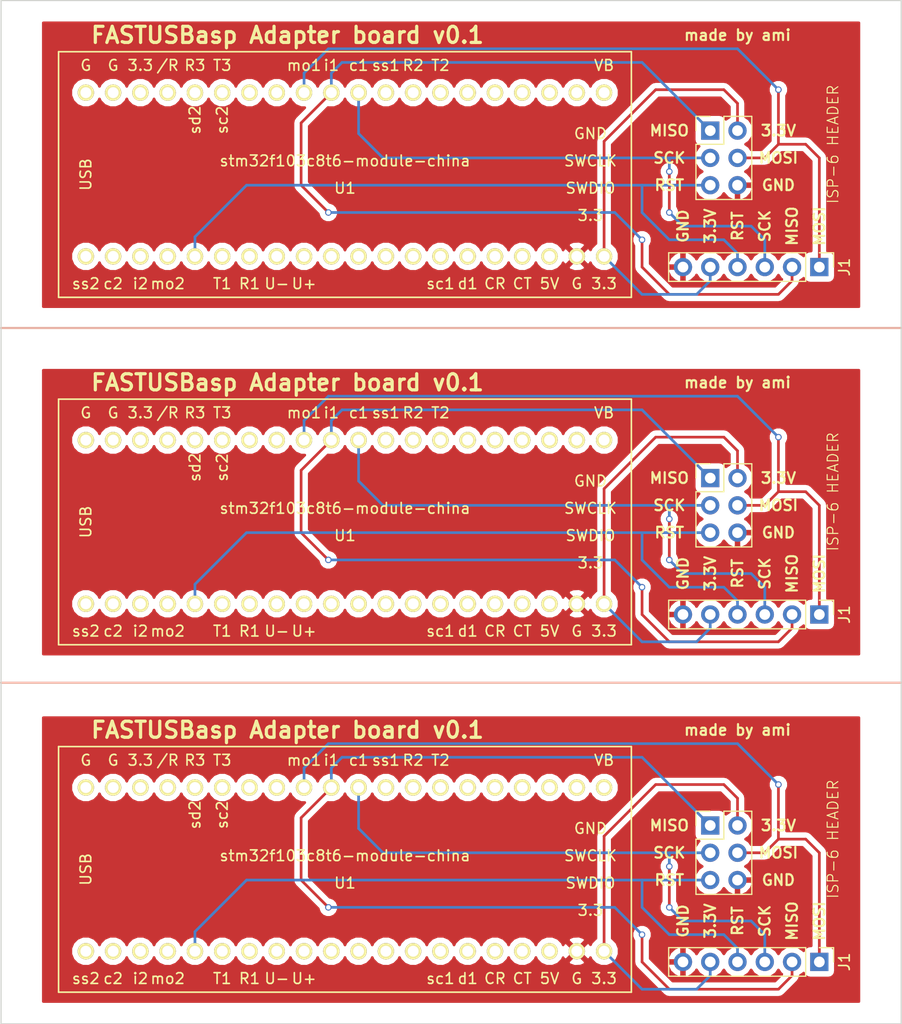
<source format=kicad_pcb>
(kicad_pcb (version 4) (host pcbnew 4.0.6)

  (general
    (links 36)
    (no_connects 0)
    (area 78.639999 35.509999 162.660001 130.860001)
    (thickness 1.6)
    (drawings 53)
    (tracks 177)
    (zones 0)
    (modules 9)
    (nets 121)
  )

  (page A4)
  (layers
    (0 F.Cu signal)
    (31 B.Cu signal)
    (32 B.Adhes user)
    (33 F.Adhes user)
    (34 B.Paste user)
    (35 F.Paste user)
    (36 B.SilkS user)
    (37 F.SilkS user)
    (38 B.Mask user)
    (39 F.Mask user)
    (40 Dwgs.User user)
    (41 Cmts.User user)
    (42 Eco1.User user)
    (43 Eco2.User user)
    (44 Edge.Cuts user)
    (45 Margin user)
    (46 B.CrtYd user)
    (47 F.CrtYd user)
    (48 B.Fab user)
    (49 F.Fab user)
  )

  (setup
    (last_trace_width 0.25)
    (trace_clearance 0.2)
    (zone_clearance 0.508)
    (zone_45_only no)
    (trace_min 0.2)
    (segment_width 0.2)
    (edge_width 0.1)
    (via_size 0.6)
    (via_drill 0.4)
    (via_min_size 0.4)
    (via_min_drill 0.3)
    (uvia_size 0.3)
    (uvia_drill 0.1)
    (uvias_allowed no)
    (uvia_min_size 0.2)
    (uvia_min_drill 0.1)
    (pcb_text_width 0.3)
    (pcb_text_size 1.5 1.5)
    (mod_edge_width 0.15)
    (mod_text_size 1 1)
    (mod_text_width 0.15)
    (pad_size 1.5 1.5)
    (pad_drill 0.6)
    (pad_to_mask_clearance 0)
    (aux_axis_origin 0 0)
    (visible_elements FFFFFF7F)
    (pcbplotparams
      (layerselection 0x010f0_80000001)
      (usegerberextensions true)
      (excludeedgelayer true)
      (linewidth 0.100000)
      (plotframeref false)
      (viasonmask false)
      (mode 1)
      (useauxorigin false)
      (hpglpennumber 1)
      (hpglpenspeed 20)
      (hpglpendiameter 15)
      (hpglpenoverlay 2)
      (psnegative false)
      (psa4output false)
      (plotreference true)
      (plotvalue true)
      (plotinvisibletext false)
      (padsonsilk false)
      (subtractmaskfromsilk false)
      (outputformat 1)
      (mirror false)
      (drillshape 0)
      (scaleselection 1)
      (outputdirectory /home/ami/repos/FASTUSBasp/kicad3/pan-gerber/))
  )

  (net 0 "")
  (net 1 "Net-(U1-Pad1)")
  (net 2 "Net-(U1-Pad2)")
  (net 3 "Net-(U1-Pad3)")
  (net 4 "Net-(U1-Pad4)")
  (net 5 "Net-(U1-Pad6)")
  (net 6 "Net-(U1-Pad7)")
  (net 7 "Net-(U1-Pad8)")
  (net 8 "Net-(U1-Pad9)")
  (net 9 "Net-(U1-Pad10)")
  (net 10 "Net-(U1-Pad11)")
  (net 11 "Net-(U1-Pad12)")
  (net 12 "Net-(U1-Pad13)")
  (net 13 "Net-(U1-Pad14)")
  (net 14 "Net-(U1-Pad15)")
  (net 15 "Net-(U1-Pad16)")
  (net 16 "Net-(U1-Pad17)")
  (net 17 "Net-(U1-Pad18)")
  (net 18 "Net-(U1-Pad21)")
  (net 19 "Net-(U1-Pad22)")
  (net 20 "Net-(U1-Pad23)")
  (net 21 "Net-(U1-Pad24)")
  (net 22 "Net-(U1-Pad25)")
  (net 23 "Net-(U1-Pad26)")
  (net 24 "Net-(U1-Pad27)")
  (net 25 "Net-(U1-Pad28)")
  (net 26 "Net-(U1-Pad29)")
  (net 27 "Net-(U1-Pad33)")
  (net 28 "Net-(U1-Pad34)")
  (net 29 "Net-(U1-Pad35)")
  (net 30 "Net-(U1-Pad36)")
  (net 31 "Net-(U1-Pad37)")
  (net 32 "Net-(U1-Pad38)")
  (net 33 "Net-(U1-Pad39)")
  (net 34 "Net-(U1-Pad40)")
  (net 35 /3.3V)
  (net 36 /GND)
  (net 37 /MISO)
  (net 38 /SCK)
  (net 39 /MOSI)
  (net 40 /RST)
  (net 41 C0_/MISO)
  (net 42 C0_/3.3V)
  (net 43 C0_/SCK)
  (net 44 C0_/MOSI)
  (net 45 C0_/RST)
  (net 46 C0_/GND)
  (net 47 "C0_Net-(U1-Pad1)")
  (net 48 "C0_Net-(U1-Pad2)")
  (net 49 "C0_Net-(U1-Pad3)")
  (net 50 "C0_Net-(U1-Pad4)")
  (net 51 "C0_Net-(U1-Pad6)")
  (net 52 "C0_Net-(U1-Pad7)")
  (net 53 "C0_Net-(U1-Pad8)")
  (net 54 "C0_Net-(U1-Pad9)")
  (net 55 "C0_Net-(U1-Pad10)")
  (net 56 "C0_Net-(U1-Pad11)")
  (net 57 "C0_Net-(U1-Pad12)")
  (net 58 "C0_Net-(U1-Pad13)")
  (net 59 "C0_Net-(U1-Pad14)")
  (net 60 "C0_Net-(U1-Pad15)")
  (net 61 "C0_Net-(U1-Pad16)")
  (net 62 "C0_Net-(U1-Pad17)")
  (net 63 "C0_Net-(U1-Pad18)")
  (net 64 "C0_Net-(U1-Pad21)")
  (net 65 "C0_Net-(U1-Pad22)")
  (net 66 "C0_Net-(U1-Pad23)")
  (net 67 "C0_Net-(U1-Pad24)")
  (net 68 "C0_Net-(U1-Pad25)")
  (net 69 "C0_Net-(U1-Pad26)")
  (net 70 "C0_Net-(U1-Pad27)")
  (net 71 "C0_Net-(U1-Pad28)")
  (net 72 "C0_Net-(U1-Pad29)")
  (net 73 "C0_Net-(U1-Pad33)")
  (net 74 "C0_Net-(U1-Pad34)")
  (net 75 "C0_Net-(U1-Pad35)")
  (net 76 "C0_Net-(U1-Pad36)")
  (net 77 "C0_Net-(U1-Pad37)")
  (net 78 "C0_Net-(U1-Pad38)")
  (net 79 "C0_Net-(U1-Pad39)")
  (net 80 "C0_Net-(U1-Pad40)")
  (net 81 C1_/MISO)
  (net 82 C1_/3.3V)
  (net 83 C1_/SCK)
  (net 84 C1_/MOSI)
  (net 85 C1_/RST)
  (net 86 C1_/GND)
  (net 87 "C1_Net-(U1-Pad1)")
  (net 88 "C1_Net-(U1-Pad2)")
  (net 89 "C1_Net-(U1-Pad3)")
  (net 90 "C1_Net-(U1-Pad4)")
  (net 91 "C1_Net-(U1-Pad6)")
  (net 92 "C1_Net-(U1-Pad7)")
  (net 93 "C1_Net-(U1-Pad8)")
  (net 94 "C1_Net-(U1-Pad9)")
  (net 95 "C1_Net-(U1-Pad10)")
  (net 96 "C1_Net-(U1-Pad11)")
  (net 97 "C1_Net-(U1-Pad12)")
  (net 98 "C1_Net-(U1-Pad13)")
  (net 99 "C1_Net-(U1-Pad14)")
  (net 100 "C1_Net-(U1-Pad15)")
  (net 101 "C1_Net-(U1-Pad16)")
  (net 102 "C1_Net-(U1-Pad17)")
  (net 103 "C1_Net-(U1-Pad18)")
  (net 104 "C1_Net-(U1-Pad21)")
  (net 105 "C1_Net-(U1-Pad22)")
  (net 106 "C1_Net-(U1-Pad23)")
  (net 107 "C1_Net-(U1-Pad24)")
  (net 108 "C1_Net-(U1-Pad25)")
  (net 109 "C1_Net-(U1-Pad26)")
  (net 110 "C1_Net-(U1-Pad27)")
  (net 111 "C1_Net-(U1-Pad28)")
  (net 112 "C1_Net-(U1-Pad29)")
  (net 113 "C1_Net-(U1-Pad33)")
  (net 114 "C1_Net-(U1-Pad34)")
  (net 115 "C1_Net-(U1-Pad35)")
  (net 116 "C1_Net-(U1-Pad36)")
  (net 117 "C1_Net-(U1-Pad37)")
  (net 118 "C1_Net-(U1-Pad38)")
  (net 119 "C1_Net-(U1-Pad39)")
  (net 120 "C1_Net-(U1-Pad40)")

  (net_class Default "This is the default net class."
    (clearance 0.2)
    (trace_width 0.25)
    (via_dia 0.6)
    (via_drill 0.4)
    (uvia_dia 0.3)
    (uvia_drill 0.1)
    (add_net /3.3V)
    (add_net /GND)
    (add_net /MISO)
    (add_net /MOSI)
    (add_net /RST)
    (add_net /SCK)
    (add_net C0_/3.3V)
    (add_net C0_/GND)
    (add_net C0_/MISO)
    (add_net C0_/MOSI)
    (add_net C0_/RST)
    (add_net C0_/SCK)
    (add_net "C0_Net-(U1-Pad1)")
    (add_net "C0_Net-(U1-Pad10)")
    (add_net "C0_Net-(U1-Pad11)")
    (add_net "C0_Net-(U1-Pad12)")
    (add_net "C0_Net-(U1-Pad13)")
    (add_net "C0_Net-(U1-Pad14)")
    (add_net "C0_Net-(U1-Pad15)")
    (add_net "C0_Net-(U1-Pad16)")
    (add_net "C0_Net-(U1-Pad17)")
    (add_net "C0_Net-(U1-Pad18)")
    (add_net "C0_Net-(U1-Pad2)")
    (add_net "C0_Net-(U1-Pad21)")
    (add_net "C0_Net-(U1-Pad22)")
    (add_net "C0_Net-(U1-Pad23)")
    (add_net "C0_Net-(U1-Pad24)")
    (add_net "C0_Net-(U1-Pad25)")
    (add_net "C0_Net-(U1-Pad26)")
    (add_net "C0_Net-(U1-Pad27)")
    (add_net "C0_Net-(U1-Pad28)")
    (add_net "C0_Net-(U1-Pad29)")
    (add_net "C0_Net-(U1-Pad3)")
    (add_net "C0_Net-(U1-Pad33)")
    (add_net "C0_Net-(U1-Pad34)")
    (add_net "C0_Net-(U1-Pad35)")
    (add_net "C0_Net-(U1-Pad36)")
    (add_net "C0_Net-(U1-Pad37)")
    (add_net "C0_Net-(U1-Pad38)")
    (add_net "C0_Net-(U1-Pad39)")
    (add_net "C0_Net-(U1-Pad4)")
    (add_net "C0_Net-(U1-Pad40)")
    (add_net "C0_Net-(U1-Pad6)")
    (add_net "C0_Net-(U1-Pad7)")
    (add_net "C0_Net-(U1-Pad8)")
    (add_net "C0_Net-(U1-Pad9)")
    (add_net C1_/3.3V)
    (add_net C1_/GND)
    (add_net C1_/MISO)
    (add_net C1_/MOSI)
    (add_net C1_/RST)
    (add_net C1_/SCK)
    (add_net "C1_Net-(U1-Pad1)")
    (add_net "C1_Net-(U1-Pad10)")
    (add_net "C1_Net-(U1-Pad11)")
    (add_net "C1_Net-(U1-Pad12)")
    (add_net "C1_Net-(U1-Pad13)")
    (add_net "C1_Net-(U1-Pad14)")
    (add_net "C1_Net-(U1-Pad15)")
    (add_net "C1_Net-(U1-Pad16)")
    (add_net "C1_Net-(U1-Pad17)")
    (add_net "C1_Net-(U1-Pad18)")
    (add_net "C1_Net-(U1-Pad2)")
    (add_net "C1_Net-(U1-Pad21)")
    (add_net "C1_Net-(U1-Pad22)")
    (add_net "C1_Net-(U1-Pad23)")
    (add_net "C1_Net-(U1-Pad24)")
    (add_net "C1_Net-(U1-Pad25)")
    (add_net "C1_Net-(U1-Pad26)")
    (add_net "C1_Net-(U1-Pad27)")
    (add_net "C1_Net-(U1-Pad28)")
    (add_net "C1_Net-(U1-Pad29)")
    (add_net "C1_Net-(U1-Pad3)")
    (add_net "C1_Net-(U1-Pad33)")
    (add_net "C1_Net-(U1-Pad34)")
    (add_net "C1_Net-(U1-Pad35)")
    (add_net "C1_Net-(U1-Pad36)")
    (add_net "C1_Net-(U1-Pad37)")
    (add_net "C1_Net-(U1-Pad38)")
    (add_net "C1_Net-(U1-Pad39)")
    (add_net "C1_Net-(U1-Pad4)")
    (add_net "C1_Net-(U1-Pad40)")
    (add_net "C1_Net-(U1-Pad6)")
    (add_net "C1_Net-(U1-Pad7)")
    (add_net "C1_Net-(U1-Pad8)")
    (add_net "C1_Net-(U1-Pad9)")
    (add_net "Net-(U1-Pad1)")
    (add_net "Net-(U1-Pad10)")
    (add_net "Net-(U1-Pad11)")
    (add_net "Net-(U1-Pad12)")
    (add_net "Net-(U1-Pad13)")
    (add_net "Net-(U1-Pad14)")
    (add_net "Net-(U1-Pad15)")
    (add_net "Net-(U1-Pad16)")
    (add_net "Net-(U1-Pad17)")
    (add_net "Net-(U1-Pad18)")
    (add_net "Net-(U1-Pad2)")
    (add_net "Net-(U1-Pad21)")
    (add_net "Net-(U1-Pad22)")
    (add_net "Net-(U1-Pad23)")
    (add_net "Net-(U1-Pad24)")
    (add_net "Net-(U1-Pad25)")
    (add_net "Net-(U1-Pad26)")
    (add_net "Net-(U1-Pad27)")
    (add_net "Net-(U1-Pad28)")
    (add_net "Net-(U1-Pad29)")
    (add_net "Net-(U1-Pad3)")
    (add_net "Net-(U1-Pad33)")
    (add_net "Net-(U1-Pad34)")
    (add_net "Net-(U1-Pad35)")
    (add_net "Net-(U1-Pad36)")
    (add_net "Net-(U1-Pad37)")
    (add_net "Net-(U1-Pad38)")
    (add_net "Net-(U1-Pad39)")
    (add_net "Net-(U1-Pad4)")
    (add_net "Net-(U1-Pad40)")
    (add_net "Net-(U1-Pad6)")
    (add_net "Net-(U1-Pad7)")
    (add_net "Net-(U1-Pad8)")
    (add_net "Net-(U1-Pad9)")
  )

  (module Pin_Headers:Pin_Header_Straight_2x03_Pitch2.54mm (layer F.Cu) (tedit 592112D9) (tstamp 58F3B34E)
    (at 144.78 80.01)
    (descr "Through hole straight pin header, 2x03, 2.54mm pitch, double rows")
    (tags "Through hole pin header THT 2x03 2.54mm double row")
    (path /58F3AC05)
    (fp_text reference CON1 (at 1.27 -2.33) (layer F.SilkS) hide
      (effects (font (size 1 1) (thickness 0.15)))
    )
    (fp_text value AVR-ISP-6 (at 1.27 7.41) (layer F.Fab) hide
      (effects (font (size 1 1) (thickness 0.15)))
    )
    (fp_text user "ISP-6 HEADER" (at 1.27 -2.33) (layer F.Fab) hide
      (effects (font (size 1 1) (thickness 0.15)))
    )
    (fp_line (start -1.27 -1.27) (end -1.27 6.35) (layer F.Fab) (width 0.1))
    (fp_line (start -1.27 6.35) (end 3.81 6.35) (layer F.Fab) (width 0.1))
    (fp_line (start 3.81 6.35) (end 3.81 -1.27) (layer F.Fab) (width 0.1))
    (fp_line (start 3.81 -1.27) (end -1.27 -1.27) (layer F.Fab) (width 0.1))
    (fp_line (start -1.33 1.27) (end -1.33 6.41) (layer F.SilkS) (width 0.12))
    (fp_line (start -1.33 6.41) (end 3.87 6.41) (layer F.SilkS) (width 0.12))
    (fp_line (start 3.87 6.41) (end 3.87 -1.33) (layer F.SilkS) (width 0.12))
    (fp_line (start 3.87 -1.33) (end 1.27 -1.33) (layer F.SilkS) (width 0.12))
    (fp_line (start 1.27 -1.33) (end 1.27 1.27) (layer F.SilkS) (width 0.12))
    (fp_line (start 1.27 1.27) (end -1.33 1.27) (layer F.SilkS) (width 0.12))
    (fp_line (start -1.33 0) (end -1.33 -1.33) (layer F.SilkS) (width 0.12))
    (fp_line (start -1.33 -1.33) (end 0 -1.33) (layer F.SilkS) (width 0.12))
    (fp_line (start -1.8 -1.8) (end -1.8 6.85) (layer F.CrtYd) (width 0.05))
    (fp_line (start -1.8 6.85) (end 4.35 6.85) (layer F.CrtYd) (width 0.05))
    (fp_line (start 4.35 6.85) (end 4.35 -1.8) (layer F.CrtYd) (width 0.05))
    (fp_line (start 4.35 -1.8) (end -1.8 -1.8) (layer F.CrtYd) (width 0.05))
    (pad 1 thru_hole rect (at 0 0) (size 1.7 1.7) (drill 1) (layers *.Cu *.Mask)
      (net 37 /MISO))
    (pad 2 thru_hole oval (at 2.54 0) (size 1.7 1.7) (drill 1) (layers *.Cu *.Mask)
      (net 35 /3.3V))
    (pad 3 thru_hole oval (at 0 2.54) (size 1.7 1.7) (drill 1) (layers *.Cu *.Mask)
      (net 38 /SCK))
    (pad 4 thru_hole oval (at 2.54 2.54) (size 1.7 1.7) (drill 1) (layers *.Cu *.Mask)
      (net 39 /MOSI))
    (pad 5 thru_hole oval (at 0 5.08) (size 1.7 1.7) (drill 1) (layers *.Cu *.Mask)
      (net 40 /RST))
    (pad 6 thru_hole oval (at 2.54 5.08) (size 1.7 1.7) (drill 1) (layers *.Cu *.Mask)
      (net 36 /GND))
  )

  (module myelin-kicad:stm32f103c8t6-module-china (layer F.Cu) (tedit 5712CDA9) (tstamp 58F3B3A1)
    (at 110.765001 84.095001)
    (path /58F3343D)
    (fp_text reference U1 (at 0 1.27) (layer F.SilkS)
      (effects (font (size 1 1) (thickness 0.15)))
    )
    (fp_text value stm32f103c8t6-module-china (at 0 -1.27) (layer F.SilkS)
      (effects (font (size 1 1) (thickness 0.15)))
    )
    (fp_text user sc2 (at -11.43 -5.08 90) (layer F.SilkS)
      (effects (font (size 1 1) (thickness 0.15)))
    )
    (fp_text user sd2 (at -13.97 -5.08 90) (layer F.SilkS)
      (effects (font (size 1 1) (thickness 0.15)))
    )
    (fp_text user mo2 (at -16.51 10.16) (layer F.SilkS)
      (effects (font (size 1 1) (thickness 0.15)))
    )
    (fp_text user i2 (at -19.05 10.16) (layer F.SilkS)
      (effects (font (size 1 1) (thickness 0.15)))
    )
    (fp_text user c2 (at -21.59 10.16) (layer F.SilkS)
      (effects (font (size 1 1) (thickness 0.15)))
    )
    (fp_text user ss2 (at -24.13 10.16) (layer F.SilkS)
      (effects (font (size 1 1) (thickness 0.15)))
    )
    (fp_text user d1 (at 11.43 10.16) (layer F.SilkS)
      (effects (font (size 1 1) (thickness 0.15)))
    )
    (fp_text user sc1 (at 8.89 10.16) (layer F.SilkS)
      (effects (font (size 1 1) (thickness 0.15)))
    )
    (fp_text user T2 (at 8.89 -10.16) (layer F.SilkS)
      (effects (font (size 1 1) (thickness 0.15)))
    )
    (fp_text user R2 (at 6.35 -10.16) (layer F.SilkS)
      (effects (font (size 1 1) (thickness 0.15)))
    )
    (fp_text user ss1 (at 3.81 -10.16) (layer F.SilkS)
      (effects (font (size 1 1) (thickness 0.15)))
    )
    (fp_text user c1 (at 1.27 -10.16) (layer F.SilkS)
      (effects (font (size 1 1) (thickness 0.15)))
    )
    (fp_text user i1 (at -1.27 -10.16) (layer F.SilkS)
      (effects (font (size 1 1) (thickness 0.15)))
    )
    (fp_text user mo1 (at -3.81 -10.16) (layer F.SilkS)
      (effects (font (size 1 1) (thickness 0.15)))
    )
    (fp_text user T3 (at -11.43 -10.16) (layer F.SilkS)
      (effects (font (size 1 1) (thickness 0.15)))
    )
    (fp_text user R3 (at -13.97 -10.16) (layer F.SilkS)
      (effects (font (size 1 1) (thickness 0.15)))
    )
    (fp_text user CT (at 16.51 10.16) (layer F.SilkS)
      (effects (font (size 1 1) (thickness 0.15)))
    )
    (fp_text user CR (at 13.97 10.16) (layer F.SilkS)
      (effects (font (size 1 1) (thickness 0.15)))
    )
    (fp_text user U+ (at -3.81 10.16) (layer F.SilkS)
      (effects (font (size 1 1) (thickness 0.15)))
    )
    (fp_text user U- (at -6.35 10.16) (layer F.SilkS)
      (effects (font (size 1 1) (thickness 0.15)))
    )
    (fp_text user R1 (at -8.89 10.16) (layer F.SilkS)
      (effects (font (size 1 1) (thickness 0.15)))
    )
    (fp_text user T1 (at -11.43 10.16) (layer F.SilkS)
      (effects (font (size 1 1) (thickness 0.15)))
    )
    (fp_text user 3.3 (at 22.86 3.81) (layer F.SilkS)
      (effects (font (size 1 1) (thickness 0.15)))
    )
    (fp_text user SWDIO (at 22.86 1.27) (layer F.SilkS)
      (effects (font (size 1 1) (thickness 0.15)))
    )
    (fp_text user SWCLK (at 22.86 -1.27) (layer F.SilkS)
      (effects (font (size 1 1) (thickness 0.15)))
    )
    (fp_text user GND (at 22.86 -3.81) (layer F.SilkS)
      (effects (font (size 1 1) (thickness 0.15)))
    )
    (fp_text user 3.3 (at 24.13 10.16) (layer F.SilkS)
      (effects (font (size 1 1) (thickness 0.15)))
    )
    (fp_text user G (at 21.59 10.16) (layer F.SilkS)
      (effects (font (size 1 1) (thickness 0.15)))
    )
    (fp_text user /R (at -16.51 -10.16) (layer F.SilkS)
      (effects (font (size 1 1) (thickness 0.15)))
    )
    (fp_text user 3.3 (at -19.05 -10.16) (layer F.SilkS)
      (effects (font (size 1 1) (thickness 0.15)))
    )
    (fp_text user G (at -21.59 -10.16) (layer F.SilkS)
      (effects (font (size 1 1) (thickness 0.15)))
    )
    (fp_text user G (at -24.13 -10.16) (layer F.SilkS)
      (effects (font (size 1 1) (thickness 0.15)))
    )
    (fp_text user VB (at 24.13 -10.16) (layer F.SilkS)
      (effects (font (size 1 1) (thickness 0.15)))
    )
    (fp_text user 5V (at 19.05 10.16) (layer F.SilkS)
      (effects (font (size 1 1) (thickness 0.15)))
    )
    (fp_text user USB (at -24.13 0 90) (layer F.SilkS)
      (effects (font (size 1 1) (thickness 0.15)))
    )
    (fp_line (start -26.67 11.43) (end 26.67 11.43) (layer F.SilkS) (width 0.15))
    (fp_line (start 26.67 -11.43) (end -26.67 -11.43) (layer F.SilkS) (width 0.15))
    (fp_line (start 26.67 11.43) (end 26.67 -11.43) (layer F.SilkS) (width 0.15))
    (fp_line (start -26.67 -11.43) (end -26.67 11.43) (layer F.SilkS) (width 0.15))
    (pad 1 thru_hole circle (at -24.13 7.62) (size 1.524 1.524) (drill 1.016) (layers *.Cu *.Mask F.SilkS)
      (net 1 "Net-(U1-Pad1)"))
    (pad 2 thru_hole circle (at -21.59 7.62) (size 1.524 1.524) (drill 1.016) (layers *.Cu *.Mask F.SilkS)
      (net 2 "Net-(U1-Pad2)"))
    (pad 3 thru_hole circle (at -19.05 7.62) (size 1.524 1.524) (drill 1.016) (layers *.Cu *.Mask F.SilkS)
      (net 3 "Net-(U1-Pad3)"))
    (pad 4 thru_hole circle (at -16.51 7.62) (size 1.524 1.524) (drill 1.016) (layers *.Cu *.Mask F.SilkS)
      (net 4 "Net-(U1-Pad4)"))
    (pad 5 thru_hole circle (at -13.97 7.62) (size 1.524 1.524) (drill 1.016) (layers *.Cu *.Mask F.SilkS)
      (net 40 /RST))
    (pad 6 thru_hole circle (at -11.43 7.62) (size 1.524 1.524) (drill 1.016) (layers *.Cu *.Mask F.SilkS)
      (net 5 "Net-(U1-Pad6)"))
    (pad 7 thru_hole circle (at -8.89 7.62) (size 1.524 1.524) (drill 1.016) (layers *.Cu *.Mask F.SilkS)
      (net 6 "Net-(U1-Pad7)"))
    (pad 8 thru_hole circle (at -6.35 7.62) (size 1.524 1.524) (drill 1.016) (layers *.Cu *.Mask F.SilkS)
      (net 7 "Net-(U1-Pad8)"))
    (pad 9 thru_hole circle (at -3.81 7.62) (size 1.524 1.524) (drill 1.016) (layers *.Cu *.Mask F.SilkS)
      (net 8 "Net-(U1-Pad9)"))
    (pad 10 thru_hole circle (at -1.27 7.62) (size 1.524 1.524) (drill 1.016) (layers *.Cu *.Mask F.SilkS)
      (net 9 "Net-(U1-Pad10)"))
    (pad 11 thru_hole circle (at 1.27 7.62) (size 1.524 1.524) (drill 1.016) (layers *.Cu *.Mask F.SilkS)
      (net 10 "Net-(U1-Pad11)"))
    (pad 12 thru_hole circle (at 3.81 7.62) (size 1.524 1.524) (drill 1.016) (layers *.Cu *.Mask F.SilkS)
      (net 11 "Net-(U1-Pad12)"))
    (pad 13 thru_hole circle (at 6.35 7.62) (size 1.524 1.524) (drill 1.016) (layers *.Cu *.Mask F.SilkS)
      (net 12 "Net-(U1-Pad13)"))
    (pad 14 thru_hole circle (at 8.89 7.62) (size 1.524 1.524) (drill 1.016) (layers *.Cu *.Mask F.SilkS)
      (net 13 "Net-(U1-Pad14)"))
    (pad 15 thru_hole circle (at 11.43 7.62) (size 1.524 1.524) (drill 1.016) (layers *.Cu *.Mask F.SilkS)
      (net 14 "Net-(U1-Pad15)"))
    (pad 16 thru_hole circle (at 13.97 7.62) (size 1.524 1.524) (drill 1.016) (layers *.Cu *.Mask F.SilkS)
      (net 15 "Net-(U1-Pad16)"))
    (pad 17 thru_hole circle (at 16.51 7.62) (size 1.524 1.524) (drill 1.016) (layers *.Cu *.Mask F.SilkS)
      (net 16 "Net-(U1-Pad17)"))
    (pad 18 thru_hole circle (at 19.05 7.62) (size 1.524 1.524) (drill 1.016) (layers *.Cu *.Mask F.SilkS)
      (net 17 "Net-(U1-Pad18)"))
    (pad 19 thru_hole circle (at 21.59 7.62) (size 1.524 1.524) (drill 1.016) (layers *.Cu *.Mask F.SilkS)
      (net 36 /GND))
    (pad 20 thru_hole circle (at 24.13 7.62) (size 1.524 1.524) (drill 1.016) (layers *.Cu *.Mask F.SilkS)
      (net 35 /3.3V))
    (pad 21 thru_hole circle (at 24.13 -7.62) (size 1.524 1.524) (drill 1.016) (layers *.Cu *.Mask F.SilkS)
      (net 18 "Net-(U1-Pad21)"))
    (pad 22 thru_hole circle (at 21.59 -7.62) (size 1.524 1.524) (drill 1.016) (layers *.Cu *.Mask F.SilkS)
      (net 19 "Net-(U1-Pad22)"))
    (pad 23 thru_hole circle (at 19.05 -7.62) (size 1.524 1.524) (drill 1.016) (layers *.Cu *.Mask F.SilkS)
      (net 20 "Net-(U1-Pad23)"))
    (pad 24 thru_hole circle (at 16.51 -7.62) (size 1.524 1.524) (drill 1.016) (layers *.Cu *.Mask F.SilkS)
      (net 21 "Net-(U1-Pad24)"))
    (pad 25 thru_hole circle (at 13.97 -7.62) (size 1.524 1.524) (drill 1.016) (layers *.Cu *.Mask F.SilkS)
      (net 22 "Net-(U1-Pad25)"))
    (pad 26 thru_hole circle (at 11.43 -7.62) (size 1.524 1.524) (drill 1.016) (layers *.Cu *.Mask F.SilkS)
      (net 23 "Net-(U1-Pad26)"))
    (pad 27 thru_hole circle (at 8.89 -7.62) (size 1.524 1.524) (drill 1.016) (layers *.Cu *.Mask F.SilkS)
      (net 24 "Net-(U1-Pad27)"))
    (pad 28 thru_hole circle (at 6.35 -7.62) (size 1.524 1.524) (drill 1.016) (layers *.Cu *.Mask F.SilkS)
      (net 25 "Net-(U1-Pad28)"))
    (pad 29 thru_hole circle (at 3.81 -7.62) (size 1.524 1.524) (drill 1.016) (layers *.Cu *.Mask F.SilkS)
      (net 26 "Net-(U1-Pad29)"))
    (pad 30 thru_hole circle (at 1.27 -7.62) (size 1.524 1.524) (drill 1.016) (layers *.Cu *.Mask F.SilkS)
      (net 38 /SCK))
    (pad 31 thru_hole circle (at -1.27 -7.62) (size 1.524 1.524) (drill 1.016) (layers *.Cu *.Mask F.SilkS)
      (net 37 /MISO))
    (pad 32 thru_hole circle (at -3.81 -7.62) (size 1.524 1.524) (drill 1.016) (layers *.Cu *.Mask F.SilkS)
      (net 39 /MOSI))
    (pad 33 thru_hole circle (at -6.35 -7.62) (size 1.524 1.524) (drill 1.016) (layers *.Cu *.Mask F.SilkS)
      (net 27 "Net-(U1-Pad33)"))
    (pad 34 thru_hole circle (at -8.89 -7.62) (size 1.524 1.524) (drill 1.016) (layers *.Cu *.Mask F.SilkS)
      (net 28 "Net-(U1-Pad34)"))
    (pad 35 thru_hole circle (at -11.43 -7.62) (size 1.524 1.524) (drill 1.016) (layers *.Cu *.Mask F.SilkS)
      (net 29 "Net-(U1-Pad35)"))
    (pad 36 thru_hole circle (at -13.97 -7.62) (size 1.524 1.524) (drill 1.016) (layers *.Cu *.Mask F.SilkS)
      (net 30 "Net-(U1-Pad36)"))
    (pad 37 thru_hole circle (at -16.51 -7.62) (size 1.524 1.524) (drill 1.016) (layers *.Cu *.Mask F.SilkS)
      (net 31 "Net-(U1-Pad37)"))
    (pad 38 thru_hole circle (at -19.05 -7.62) (size 1.524 1.524) (drill 1.016) (layers *.Cu *.Mask F.SilkS)
      (net 32 "Net-(U1-Pad38)"))
    (pad 39 thru_hole circle (at -21.59 -7.62) (size 1.524 1.524) (drill 1.016) (layers *.Cu *.Mask F.SilkS)
      (net 33 "Net-(U1-Pad39)"))
    (pad 40 thru_hole circle (at -24.13 -7.62) (size 1.524 1.524) (drill 1.016) (layers *.Cu *.Mask F.SilkS)
      (net 34 "Net-(U1-Pad40)"))
  )

  (module Pin_Headers:Pin_Header_Straight_1x06_Pitch2.54mm (layer F.Cu) (tedit 592112F1) (tstamp 591FC474)
    (at 154.94 92.71 270)
    (descr "Through hole straight pin header, 1x06, 2.54mm pitch, single row")
    (tags "Through hole pin header THT 1x06 2.54mm single row")
    (path /591FC29A)
    (fp_text reference J1 (at 0 -2.33 270) (layer F.SilkS)
      (effects (font (size 1 1) (thickness 0.15)))
    )
    (fp_text value CONN_01X06 (at -1.27 16.51 270) (layer F.Fab) hide
      (effects (font (size 1 1) (thickness 0.15)))
    )
    (fp_text user %R (at 0 -2.33 270) (layer F.Fab)
      (effects (font (size 1 1) (thickness 0.15)))
    )
    (fp_line (start -1.27 -1.27) (end -1.27 13.97) (layer F.Fab) (width 0.1))
    (fp_line (start -1.27 13.97) (end 1.27 13.97) (layer F.Fab) (width 0.1))
    (fp_line (start 1.27 13.97) (end 1.27 -1.27) (layer F.Fab) (width 0.1))
    (fp_line (start 1.27 -1.27) (end -1.27 -1.27) (layer F.Fab) (width 0.1))
    (fp_line (start -1.33 1.27) (end -1.33 14.03) (layer F.SilkS) (width 0.12))
    (fp_line (start -1.33 14.03) (end 1.33 14.03) (layer F.SilkS) (width 0.12))
    (fp_line (start 1.33 14.03) (end 1.33 1.27) (layer F.SilkS) (width 0.12))
    (fp_line (start 1.33 1.27) (end -1.33 1.27) (layer F.SilkS) (width 0.12))
    (fp_line (start -1.33 0) (end -1.33 -1.33) (layer F.SilkS) (width 0.12))
    (fp_line (start -1.33 -1.33) (end 0 -1.33) (layer F.SilkS) (width 0.12))
    (fp_line (start -1.8 -1.8) (end -1.8 14.5) (layer F.CrtYd) (width 0.05))
    (fp_line (start -1.8 14.5) (end 1.8 14.5) (layer F.CrtYd) (width 0.05))
    (fp_line (start 1.8 14.5) (end 1.8 -1.8) (layer F.CrtYd) (width 0.05))
    (fp_line (start 1.8 -1.8) (end -1.8 -1.8) (layer F.CrtYd) (width 0.05))
    (pad 1 thru_hole rect (at 0 0 270) (size 1.7 1.7) (drill 1) (layers *.Cu *.Mask)
      (net 39 /MOSI))
    (pad 2 thru_hole oval (at 0 2.54 270) (size 1.7 1.7) (drill 1) (layers *.Cu *.Mask)
      (net 37 /MISO))
    (pad 3 thru_hole oval (at 0 5.08 270) (size 1.7 1.7) (drill 1) (layers *.Cu *.Mask)
      (net 38 /SCK))
    (pad 4 thru_hole oval (at 0 7.62 270) (size 1.7 1.7) (drill 1) (layers *.Cu *.Mask)
      (net 40 /RST))
    (pad 5 thru_hole oval (at 0 10.16 270) (size 1.7 1.7) (drill 1) (layers *.Cu *.Mask)
      (net 35 /3.3V))
    (pad 6 thru_hole oval (at 0 12.7 270) (size 1.7 1.7) (drill 1) (layers *.Cu *.Mask)
      (net 36 /GND))
  )

  (module Pin_Headers:Pin_Header_Straight_2x03_Pitch2.54mm (layer F.Cu) (tedit 592112D9) (tstamp 58F3B34E)
    (at 144.78 112.35)
    (descr "Through hole straight pin header, 2x03, 2.54mm pitch, double rows")
    (tags "Through hole pin header THT 2x03 2.54mm double row")
    (path /58F3AC05)
    (fp_text reference CON1 (at 1.27 -2.33) (layer F.SilkS) hide
      (effects (font (size 1 1) (thickness 0.15)))
    )
    (fp_text value AVR-ISP-6 (at 1.27 7.41) (layer F.Fab) hide
      (effects (font (size 1 1) (thickness 0.15)))
    )
    (fp_text user "ISP-6 HEADER" (at 1.27 -2.33) (layer F.Fab) hide
      (effects (font (size 1 1) (thickness 0.15)))
    )
    (fp_line (start -1.27 -1.27) (end -1.27 6.35) (layer F.Fab) (width 0.1))
    (fp_line (start -1.27 6.35) (end 3.81 6.35) (layer F.Fab) (width 0.1))
    (fp_line (start 3.81 6.35) (end 3.81 -1.27) (layer F.Fab) (width 0.1))
    (fp_line (start 3.81 -1.27) (end -1.27 -1.27) (layer F.Fab) (width 0.1))
    (fp_line (start -1.33 1.27) (end -1.33 6.41) (layer F.SilkS) (width 0.12))
    (fp_line (start -1.33 6.41) (end 3.87 6.41) (layer F.SilkS) (width 0.12))
    (fp_line (start 3.87 6.41) (end 3.87 -1.33) (layer F.SilkS) (width 0.12))
    (fp_line (start 3.87 -1.33) (end 1.27 -1.33) (layer F.SilkS) (width 0.12))
    (fp_line (start 1.27 -1.33) (end 1.27 1.27) (layer F.SilkS) (width 0.12))
    (fp_line (start 1.27 1.27) (end -1.33 1.27) (layer F.SilkS) (width 0.12))
    (fp_line (start -1.33 0) (end -1.33 -1.33) (layer F.SilkS) (width 0.12))
    (fp_line (start -1.33 -1.33) (end 0 -1.33) (layer F.SilkS) (width 0.12))
    (fp_line (start -1.8 -1.8) (end -1.8 6.85) (layer F.CrtYd) (width 0.05))
    (fp_line (start -1.8 6.85) (end 4.35 6.85) (layer F.CrtYd) (width 0.05))
    (fp_line (start 4.35 6.85) (end 4.35 -1.8) (layer F.CrtYd) (width 0.05))
    (fp_line (start 4.35 -1.8) (end -1.8 -1.8) (layer F.CrtYd) (width 0.05))
    (pad 1 thru_hole rect (at 0 0) (size 1.7 1.7) (drill 1) (layers *.Cu *.Mask)
      (net 41 C0_/MISO))
    (pad 2 thru_hole oval (at 2.54 0) (size 1.7 1.7) (drill 1) (layers *.Cu *.Mask)
      (net 42 C0_/3.3V))
    (pad 3 thru_hole oval (at 0 2.54) (size 1.7 1.7) (drill 1) (layers *.Cu *.Mask)
      (net 43 C0_/SCK))
    (pad 4 thru_hole oval (at 2.54 2.54) (size 1.7 1.7) (drill 1) (layers *.Cu *.Mask)
      (net 44 C0_/MOSI))
    (pad 5 thru_hole oval (at 0 5.08) (size 1.7 1.7) (drill 1) (layers *.Cu *.Mask)
      (net 45 C0_/RST))
    (pad 6 thru_hole oval (at 2.54 5.08) (size 1.7 1.7) (drill 1) (layers *.Cu *.Mask)
      (net 46 C0_/GND))
  )

  (module myelin-kicad:stm32f103c8t6-module-china (layer F.Cu) (tedit 5712CDA9) (tstamp 58F3B3A1)
    (at 110.765001 116.435001)
    (path /58F3343D)
    (fp_text reference U1 (at 0 1.27) (layer F.SilkS)
      (effects (font (size 1 1) (thickness 0.15)))
    )
    (fp_text value stm32f103c8t6-module-china (at 0 -1.27) (layer F.SilkS)
      (effects (font (size 1 1) (thickness 0.15)))
    )
    (fp_text user sc2 (at -11.43 -5.08 90) (layer F.SilkS)
      (effects (font (size 1 1) (thickness 0.15)))
    )
    (fp_text user sd2 (at -13.97 -5.08 90) (layer F.SilkS)
      (effects (font (size 1 1) (thickness 0.15)))
    )
    (fp_text user mo2 (at -16.51 10.16) (layer F.SilkS)
      (effects (font (size 1 1) (thickness 0.15)))
    )
    (fp_text user i2 (at -19.05 10.16) (layer F.SilkS)
      (effects (font (size 1 1) (thickness 0.15)))
    )
    (fp_text user c2 (at -21.59 10.16) (layer F.SilkS)
      (effects (font (size 1 1) (thickness 0.15)))
    )
    (fp_text user ss2 (at -24.13 10.16) (layer F.SilkS)
      (effects (font (size 1 1) (thickness 0.15)))
    )
    (fp_text user d1 (at 11.43 10.16) (layer F.SilkS)
      (effects (font (size 1 1) (thickness 0.15)))
    )
    (fp_text user sc1 (at 8.89 10.16) (layer F.SilkS)
      (effects (font (size 1 1) (thickness 0.15)))
    )
    (fp_text user T2 (at 8.89 -10.16) (layer F.SilkS)
      (effects (font (size 1 1) (thickness 0.15)))
    )
    (fp_text user R2 (at 6.35 -10.16) (layer F.SilkS)
      (effects (font (size 1 1) (thickness 0.15)))
    )
    (fp_text user ss1 (at 3.81 -10.16) (layer F.SilkS)
      (effects (font (size 1 1) (thickness 0.15)))
    )
    (fp_text user c1 (at 1.27 -10.16) (layer F.SilkS)
      (effects (font (size 1 1) (thickness 0.15)))
    )
    (fp_text user i1 (at -1.27 -10.16) (layer F.SilkS)
      (effects (font (size 1 1) (thickness 0.15)))
    )
    (fp_text user mo1 (at -3.81 -10.16) (layer F.SilkS)
      (effects (font (size 1 1) (thickness 0.15)))
    )
    (fp_text user T3 (at -11.43 -10.16) (layer F.SilkS)
      (effects (font (size 1 1) (thickness 0.15)))
    )
    (fp_text user R3 (at -13.97 -10.16) (layer F.SilkS)
      (effects (font (size 1 1) (thickness 0.15)))
    )
    (fp_text user CT (at 16.51 10.16) (layer F.SilkS)
      (effects (font (size 1 1) (thickness 0.15)))
    )
    (fp_text user CR (at 13.97 10.16) (layer F.SilkS)
      (effects (font (size 1 1) (thickness 0.15)))
    )
    (fp_text user U+ (at -3.81 10.16) (layer F.SilkS)
      (effects (font (size 1 1) (thickness 0.15)))
    )
    (fp_text user U- (at -6.35 10.16) (layer F.SilkS)
      (effects (font (size 1 1) (thickness 0.15)))
    )
    (fp_text user R1 (at -8.89 10.16) (layer F.SilkS)
      (effects (font (size 1 1) (thickness 0.15)))
    )
    (fp_text user T1 (at -11.43 10.16) (layer F.SilkS)
      (effects (font (size 1 1) (thickness 0.15)))
    )
    (fp_text user 3.3 (at 22.86 3.81) (layer F.SilkS)
      (effects (font (size 1 1) (thickness 0.15)))
    )
    (fp_text user SWDIO (at 22.86 1.27) (layer F.SilkS)
      (effects (font (size 1 1) (thickness 0.15)))
    )
    (fp_text user SWCLK (at 22.86 -1.27) (layer F.SilkS)
      (effects (font (size 1 1) (thickness 0.15)))
    )
    (fp_text user GND (at 22.86 -3.81) (layer F.SilkS)
      (effects (font (size 1 1) (thickness 0.15)))
    )
    (fp_text user 3.3 (at 24.13 10.16) (layer F.SilkS)
      (effects (font (size 1 1) (thickness 0.15)))
    )
    (fp_text user G (at 21.59 10.16) (layer F.SilkS)
      (effects (font (size 1 1) (thickness 0.15)))
    )
    (fp_text user /R (at -16.51 -10.16) (layer F.SilkS)
      (effects (font (size 1 1) (thickness 0.15)))
    )
    (fp_text user 3.3 (at -19.05 -10.16) (layer F.SilkS)
      (effects (font (size 1 1) (thickness 0.15)))
    )
    (fp_text user G (at -21.59 -10.16) (layer F.SilkS)
      (effects (font (size 1 1) (thickness 0.15)))
    )
    (fp_text user G (at -24.13 -10.16) (layer F.SilkS)
      (effects (font (size 1 1) (thickness 0.15)))
    )
    (fp_text user VB (at 24.13 -10.16) (layer F.SilkS)
      (effects (font (size 1 1) (thickness 0.15)))
    )
    (fp_text user 5V (at 19.05 10.16) (layer F.SilkS)
      (effects (font (size 1 1) (thickness 0.15)))
    )
    (fp_text user USB (at -24.13 0 90) (layer F.SilkS)
      (effects (font (size 1 1) (thickness 0.15)))
    )
    (fp_line (start -26.67 11.43) (end 26.67 11.43) (layer F.SilkS) (width 0.15))
    (fp_line (start 26.67 -11.43) (end -26.67 -11.43) (layer F.SilkS) (width 0.15))
    (fp_line (start 26.67 11.43) (end 26.67 -11.43) (layer F.SilkS) (width 0.15))
    (fp_line (start -26.67 -11.43) (end -26.67 11.43) (layer F.SilkS) (width 0.15))
    (pad 1 thru_hole circle (at -24.13 7.62) (size 1.524 1.524) (drill 1.016) (layers *.Cu *.Mask F.SilkS)
      (net 47 "C0_Net-(U1-Pad1)"))
    (pad 2 thru_hole circle (at -21.59 7.62) (size 1.524 1.524) (drill 1.016) (layers *.Cu *.Mask F.SilkS)
      (net 48 "C0_Net-(U1-Pad2)"))
    (pad 3 thru_hole circle (at -19.05 7.62) (size 1.524 1.524) (drill 1.016) (layers *.Cu *.Mask F.SilkS)
      (net 49 "C0_Net-(U1-Pad3)"))
    (pad 4 thru_hole circle (at -16.51 7.62) (size 1.524 1.524) (drill 1.016) (layers *.Cu *.Mask F.SilkS)
      (net 50 "C0_Net-(U1-Pad4)"))
    (pad 5 thru_hole circle (at -13.97 7.62) (size 1.524 1.524) (drill 1.016) (layers *.Cu *.Mask F.SilkS)
      (net 45 C0_/RST))
    (pad 6 thru_hole circle (at -11.43 7.62) (size 1.524 1.524) (drill 1.016) (layers *.Cu *.Mask F.SilkS)
      (net 51 "C0_Net-(U1-Pad6)"))
    (pad 7 thru_hole circle (at -8.89 7.62) (size 1.524 1.524) (drill 1.016) (layers *.Cu *.Mask F.SilkS)
      (net 52 "C0_Net-(U1-Pad7)"))
    (pad 8 thru_hole circle (at -6.35 7.62) (size 1.524 1.524) (drill 1.016) (layers *.Cu *.Mask F.SilkS)
      (net 53 "C0_Net-(U1-Pad8)"))
    (pad 9 thru_hole circle (at -3.81 7.62) (size 1.524 1.524) (drill 1.016) (layers *.Cu *.Mask F.SilkS)
      (net 54 "C0_Net-(U1-Pad9)"))
    (pad 10 thru_hole circle (at -1.27 7.62) (size 1.524 1.524) (drill 1.016) (layers *.Cu *.Mask F.SilkS)
      (net 55 "C0_Net-(U1-Pad10)"))
    (pad 11 thru_hole circle (at 1.27 7.62) (size 1.524 1.524) (drill 1.016) (layers *.Cu *.Mask F.SilkS)
      (net 56 "C0_Net-(U1-Pad11)"))
    (pad 12 thru_hole circle (at 3.81 7.62) (size 1.524 1.524) (drill 1.016) (layers *.Cu *.Mask F.SilkS)
      (net 57 "C0_Net-(U1-Pad12)"))
    (pad 13 thru_hole circle (at 6.35 7.62) (size 1.524 1.524) (drill 1.016) (layers *.Cu *.Mask F.SilkS)
      (net 58 "C0_Net-(U1-Pad13)"))
    (pad 14 thru_hole circle (at 8.89 7.62) (size 1.524 1.524) (drill 1.016) (layers *.Cu *.Mask F.SilkS)
      (net 59 "C0_Net-(U1-Pad14)"))
    (pad 15 thru_hole circle (at 11.43 7.62) (size 1.524 1.524) (drill 1.016) (layers *.Cu *.Mask F.SilkS)
      (net 60 "C0_Net-(U1-Pad15)"))
    (pad 16 thru_hole circle (at 13.97 7.62) (size 1.524 1.524) (drill 1.016) (layers *.Cu *.Mask F.SilkS)
      (net 61 "C0_Net-(U1-Pad16)"))
    (pad 17 thru_hole circle (at 16.51 7.62) (size 1.524 1.524) (drill 1.016) (layers *.Cu *.Mask F.SilkS)
      (net 62 "C0_Net-(U1-Pad17)"))
    (pad 18 thru_hole circle (at 19.05 7.62) (size 1.524 1.524) (drill 1.016) (layers *.Cu *.Mask F.SilkS)
      (net 63 "C0_Net-(U1-Pad18)"))
    (pad 19 thru_hole circle (at 21.59 7.62) (size 1.524 1.524) (drill 1.016) (layers *.Cu *.Mask F.SilkS)
      (net 46 C0_/GND))
    (pad 20 thru_hole circle (at 24.13 7.62) (size 1.524 1.524) (drill 1.016) (layers *.Cu *.Mask F.SilkS)
      (net 42 C0_/3.3V))
    (pad 21 thru_hole circle (at 24.13 -7.62) (size 1.524 1.524) (drill 1.016) (layers *.Cu *.Mask F.SilkS)
      (net 64 "C0_Net-(U1-Pad21)"))
    (pad 22 thru_hole circle (at 21.59 -7.62) (size 1.524 1.524) (drill 1.016) (layers *.Cu *.Mask F.SilkS)
      (net 65 "C0_Net-(U1-Pad22)"))
    (pad 23 thru_hole circle (at 19.05 -7.62) (size 1.524 1.524) (drill 1.016) (layers *.Cu *.Mask F.SilkS)
      (net 66 "C0_Net-(U1-Pad23)"))
    (pad 24 thru_hole circle (at 16.51 -7.62) (size 1.524 1.524) (drill 1.016) (layers *.Cu *.Mask F.SilkS)
      (net 67 "C0_Net-(U1-Pad24)"))
    (pad 25 thru_hole circle (at 13.97 -7.62) (size 1.524 1.524) (drill 1.016) (layers *.Cu *.Mask F.SilkS)
      (net 68 "C0_Net-(U1-Pad25)"))
    (pad 26 thru_hole circle (at 11.43 -7.62) (size 1.524 1.524) (drill 1.016) (layers *.Cu *.Mask F.SilkS)
      (net 69 "C0_Net-(U1-Pad26)"))
    (pad 27 thru_hole circle (at 8.89 -7.62) (size 1.524 1.524) (drill 1.016) (layers *.Cu *.Mask F.SilkS)
      (net 70 "C0_Net-(U1-Pad27)"))
    (pad 28 thru_hole circle (at 6.35 -7.62) (size 1.524 1.524) (drill 1.016) (layers *.Cu *.Mask F.SilkS)
      (net 71 "C0_Net-(U1-Pad28)"))
    (pad 29 thru_hole circle (at 3.81 -7.62) (size 1.524 1.524) (drill 1.016) (layers *.Cu *.Mask F.SilkS)
      (net 72 "C0_Net-(U1-Pad29)"))
    (pad 30 thru_hole circle (at 1.27 -7.62) (size 1.524 1.524) (drill 1.016) (layers *.Cu *.Mask F.SilkS)
      (net 43 C0_/SCK))
    (pad 31 thru_hole circle (at -1.27 -7.62) (size 1.524 1.524) (drill 1.016) (layers *.Cu *.Mask F.SilkS)
      (net 41 C0_/MISO))
    (pad 32 thru_hole circle (at -3.81 -7.62) (size 1.524 1.524) (drill 1.016) (layers *.Cu *.Mask F.SilkS)
      (net 44 C0_/MOSI))
    (pad 33 thru_hole circle (at -6.35 -7.62) (size 1.524 1.524) (drill 1.016) (layers *.Cu *.Mask F.SilkS)
      (net 73 "C0_Net-(U1-Pad33)"))
    (pad 34 thru_hole circle (at -8.89 -7.62) (size 1.524 1.524) (drill 1.016) (layers *.Cu *.Mask F.SilkS)
      (net 74 "C0_Net-(U1-Pad34)"))
    (pad 35 thru_hole circle (at -11.43 -7.62) (size 1.524 1.524) (drill 1.016) (layers *.Cu *.Mask F.SilkS)
      (net 75 "C0_Net-(U1-Pad35)"))
    (pad 36 thru_hole circle (at -13.97 -7.62) (size 1.524 1.524) (drill 1.016) (layers *.Cu *.Mask F.SilkS)
      (net 76 "C0_Net-(U1-Pad36)"))
    (pad 37 thru_hole circle (at -16.51 -7.62) (size 1.524 1.524) (drill 1.016) (layers *.Cu *.Mask F.SilkS)
      (net 77 "C0_Net-(U1-Pad37)"))
    (pad 38 thru_hole circle (at -19.05 -7.62) (size 1.524 1.524) (drill 1.016) (layers *.Cu *.Mask F.SilkS)
      (net 78 "C0_Net-(U1-Pad38)"))
    (pad 39 thru_hole circle (at -21.59 -7.62) (size 1.524 1.524) (drill 1.016) (layers *.Cu *.Mask F.SilkS)
      (net 79 "C0_Net-(U1-Pad39)"))
    (pad 40 thru_hole circle (at -24.13 -7.62) (size 1.524 1.524) (drill 1.016) (layers *.Cu *.Mask F.SilkS)
      (net 80 "C0_Net-(U1-Pad40)"))
  )

  (module Pin_Headers:Pin_Header_Straight_1x06_Pitch2.54mm (layer F.Cu) (tedit 592112F1) (tstamp 591FC474)
    (at 154.94 125.05 270)
    (descr "Through hole straight pin header, 1x06, 2.54mm pitch, single row")
    (tags "Through hole pin header THT 1x06 2.54mm single row")
    (path /591FC29A)
    (fp_text reference J1 (at 0 -2.33 270) (layer F.SilkS)
      (effects (font (size 1 1) (thickness 0.15)))
    )
    (fp_text value CONN_01X06 (at -1.27 16.51 270) (layer F.Fab) hide
      (effects (font (size 1 1) (thickness 0.15)))
    )
    (fp_text user %R (at 0 -2.33 270) (layer F.Fab)
      (effects (font (size 1 1) (thickness 0.15)))
    )
    (fp_line (start -1.27 -1.27) (end -1.27 13.97) (layer F.Fab) (width 0.1))
    (fp_line (start -1.27 13.97) (end 1.27 13.97) (layer F.Fab) (width 0.1))
    (fp_line (start 1.27 13.97) (end 1.27 -1.27) (layer F.Fab) (width 0.1))
    (fp_line (start 1.27 -1.27) (end -1.27 -1.27) (layer F.Fab) (width 0.1))
    (fp_line (start -1.33 1.27) (end -1.33 14.03) (layer F.SilkS) (width 0.12))
    (fp_line (start -1.33 14.03) (end 1.33 14.03) (layer F.SilkS) (width 0.12))
    (fp_line (start 1.33 14.03) (end 1.33 1.27) (layer F.SilkS) (width 0.12))
    (fp_line (start 1.33 1.27) (end -1.33 1.27) (layer F.SilkS) (width 0.12))
    (fp_line (start -1.33 0) (end -1.33 -1.33) (layer F.SilkS) (width 0.12))
    (fp_line (start -1.33 -1.33) (end 0 -1.33) (layer F.SilkS) (width 0.12))
    (fp_line (start -1.8 -1.8) (end -1.8 14.5) (layer F.CrtYd) (width 0.05))
    (fp_line (start -1.8 14.5) (end 1.8 14.5) (layer F.CrtYd) (width 0.05))
    (fp_line (start 1.8 14.5) (end 1.8 -1.8) (layer F.CrtYd) (width 0.05))
    (fp_line (start 1.8 -1.8) (end -1.8 -1.8) (layer F.CrtYd) (width 0.05))
    (pad 1 thru_hole rect (at 0 0 270) (size 1.7 1.7) (drill 1) (layers *.Cu *.Mask)
      (net 44 C0_/MOSI))
    (pad 2 thru_hole oval (at 0 2.54 270) (size 1.7 1.7) (drill 1) (layers *.Cu *.Mask)
      (net 41 C0_/MISO))
    (pad 3 thru_hole oval (at 0 5.08 270) (size 1.7 1.7) (drill 1) (layers *.Cu *.Mask)
      (net 43 C0_/SCK))
    (pad 4 thru_hole oval (at 0 7.62 270) (size 1.7 1.7) (drill 1) (layers *.Cu *.Mask)
      (net 45 C0_/RST))
    (pad 5 thru_hole oval (at 0 10.16 270) (size 1.7 1.7) (drill 1) (layers *.Cu *.Mask)
      (net 42 C0_/3.3V))
    (pad 6 thru_hole oval (at 0 12.7 270) (size 1.7 1.7) (drill 1) (layers *.Cu *.Mask)
      (net 46 C0_/GND))
  )

  (module Pin_Headers:Pin_Header_Straight_2x03_Pitch2.54mm (layer F.Cu) (tedit 592112D9) (tstamp 58F3B34E)
    (at 144.78 47.67)
    (descr "Through hole straight pin header, 2x03, 2.54mm pitch, double rows")
    (tags "Through hole pin header THT 2x03 2.54mm double row")
    (path /58F3AC05)
    (fp_text reference CON1 (at 1.27 -2.33) (layer F.SilkS) hide
      (effects (font (size 1 1) (thickness 0.15)))
    )
    (fp_text value AVR-ISP-6 (at 1.27 7.41) (layer F.Fab) hide
      (effects (font (size 1 1) (thickness 0.15)))
    )
    (fp_text user "ISP-6 HEADER" (at 1.27 -2.33) (layer F.Fab) hide
      (effects (font (size 1 1) (thickness 0.15)))
    )
    (fp_line (start -1.27 -1.27) (end -1.27 6.35) (layer F.Fab) (width 0.1))
    (fp_line (start -1.27 6.35) (end 3.81 6.35) (layer F.Fab) (width 0.1))
    (fp_line (start 3.81 6.35) (end 3.81 -1.27) (layer F.Fab) (width 0.1))
    (fp_line (start 3.81 -1.27) (end -1.27 -1.27) (layer F.Fab) (width 0.1))
    (fp_line (start -1.33 1.27) (end -1.33 6.41) (layer F.SilkS) (width 0.12))
    (fp_line (start -1.33 6.41) (end 3.87 6.41) (layer F.SilkS) (width 0.12))
    (fp_line (start 3.87 6.41) (end 3.87 -1.33) (layer F.SilkS) (width 0.12))
    (fp_line (start 3.87 -1.33) (end 1.27 -1.33) (layer F.SilkS) (width 0.12))
    (fp_line (start 1.27 -1.33) (end 1.27 1.27) (layer F.SilkS) (width 0.12))
    (fp_line (start 1.27 1.27) (end -1.33 1.27) (layer F.SilkS) (width 0.12))
    (fp_line (start -1.33 0) (end -1.33 -1.33) (layer F.SilkS) (width 0.12))
    (fp_line (start -1.33 -1.33) (end 0 -1.33) (layer F.SilkS) (width 0.12))
    (fp_line (start -1.8 -1.8) (end -1.8 6.85) (layer F.CrtYd) (width 0.05))
    (fp_line (start -1.8 6.85) (end 4.35 6.85) (layer F.CrtYd) (width 0.05))
    (fp_line (start 4.35 6.85) (end 4.35 -1.8) (layer F.CrtYd) (width 0.05))
    (fp_line (start 4.35 -1.8) (end -1.8 -1.8) (layer F.CrtYd) (width 0.05))
    (pad 1 thru_hole rect (at 0 0) (size 1.7 1.7) (drill 1) (layers *.Cu *.Mask)
      (net 81 C1_/MISO))
    (pad 2 thru_hole oval (at 2.54 0) (size 1.7 1.7) (drill 1) (layers *.Cu *.Mask)
      (net 82 C1_/3.3V))
    (pad 3 thru_hole oval (at 0 2.54) (size 1.7 1.7) (drill 1) (layers *.Cu *.Mask)
      (net 83 C1_/SCK))
    (pad 4 thru_hole oval (at 2.54 2.54) (size 1.7 1.7) (drill 1) (layers *.Cu *.Mask)
      (net 84 C1_/MOSI))
    (pad 5 thru_hole oval (at 0 5.08) (size 1.7 1.7) (drill 1) (layers *.Cu *.Mask)
      (net 85 C1_/RST))
    (pad 6 thru_hole oval (at 2.54 5.08) (size 1.7 1.7) (drill 1) (layers *.Cu *.Mask)
      (net 86 C1_/GND))
  )

  (module myelin-kicad:stm32f103c8t6-module-china (layer F.Cu) (tedit 5712CDA9) (tstamp 58F3B3A1)
    (at 110.765001 51.755001)
    (path /58F3343D)
    (fp_text reference U1 (at 0 1.27) (layer F.SilkS)
      (effects (font (size 1 1) (thickness 0.15)))
    )
    (fp_text value stm32f103c8t6-module-china (at 0 -1.27) (layer F.SilkS)
      (effects (font (size 1 1) (thickness 0.15)))
    )
    (fp_text user sc2 (at -11.43 -5.08 90) (layer F.SilkS)
      (effects (font (size 1 1) (thickness 0.15)))
    )
    (fp_text user sd2 (at -13.97 -5.08 90) (layer F.SilkS)
      (effects (font (size 1 1) (thickness 0.15)))
    )
    (fp_text user mo2 (at -16.51 10.16) (layer F.SilkS)
      (effects (font (size 1 1) (thickness 0.15)))
    )
    (fp_text user i2 (at -19.05 10.16) (layer F.SilkS)
      (effects (font (size 1 1) (thickness 0.15)))
    )
    (fp_text user c2 (at -21.59 10.16) (layer F.SilkS)
      (effects (font (size 1 1) (thickness 0.15)))
    )
    (fp_text user ss2 (at -24.13 10.16) (layer F.SilkS)
      (effects (font (size 1 1) (thickness 0.15)))
    )
    (fp_text user d1 (at 11.43 10.16) (layer F.SilkS)
      (effects (font (size 1 1) (thickness 0.15)))
    )
    (fp_text user sc1 (at 8.89 10.16) (layer F.SilkS)
      (effects (font (size 1 1) (thickness 0.15)))
    )
    (fp_text user T2 (at 8.89 -10.16) (layer F.SilkS)
      (effects (font (size 1 1) (thickness 0.15)))
    )
    (fp_text user R2 (at 6.35 -10.16) (layer F.SilkS)
      (effects (font (size 1 1) (thickness 0.15)))
    )
    (fp_text user ss1 (at 3.81 -10.16) (layer F.SilkS)
      (effects (font (size 1 1) (thickness 0.15)))
    )
    (fp_text user c1 (at 1.27 -10.16) (layer F.SilkS)
      (effects (font (size 1 1) (thickness 0.15)))
    )
    (fp_text user i1 (at -1.27 -10.16) (layer F.SilkS)
      (effects (font (size 1 1) (thickness 0.15)))
    )
    (fp_text user mo1 (at -3.81 -10.16) (layer F.SilkS)
      (effects (font (size 1 1) (thickness 0.15)))
    )
    (fp_text user T3 (at -11.43 -10.16) (layer F.SilkS)
      (effects (font (size 1 1) (thickness 0.15)))
    )
    (fp_text user R3 (at -13.97 -10.16) (layer F.SilkS)
      (effects (font (size 1 1) (thickness 0.15)))
    )
    (fp_text user CT (at 16.51 10.16) (layer F.SilkS)
      (effects (font (size 1 1) (thickness 0.15)))
    )
    (fp_text user CR (at 13.97 10.16) (layer F.SilkS)
      (effects (font (size 1 1) (thickness 0.15)))
    )
    (fp_text user U+ (at -3.81 10.16) (layer F.SilkS)
      (effects (font (size 1 1) (thickness 0.15)))
    )
    (fp_text user U- (at -6.35 10.16) (layer F.SilkS)
      (effects (font (size 1 1) (thickness 0.15)))
    )
    (fp_text user R1 (at -8.89 10.16) (layer F.SilkS)
      (effects (font (size 1 1) (thickness 0.15)))
    )
    (fp_text user T1 (at -11.43 10.16) (layer F.SilkS)
      (effects (font (size 1 1) (thickness 0.15)))
    )
    (fp_text user 3.3 (at 22.86 3.81) (layer F.SilkS)
      (effects (font (size 1 1) (thickness 0.15)))
    )
    (fp_text user SWDIO (at 22.86 1.27) (layer F.SilkS)
      (effects (font (size 1 1) (thickness 0.15)))
    )
    (fp_text user SWCLK (at 22.86 -1.27) (layer F.SilkS)
      (effects (font (size 1 1) (thickness 0.15)))
    )
    (fp_text user GND (at 22.86 -3.81) (layer F.SilkS)
      (effects (font (size 1 1) (thickness 0.15)))
    )
    (fp_text user 3.3 (at 24.13 10.16) (layer F.SilkS)
      (effects (font (size 1 1) (thickness 0.15)))
    )
    (fp_text user G (at 21.59 10.16) (layer F.SilkS)
      (effects (font (size 1 1) (thickness 0.15)))
    )
    (fp_text user /R (at -16.51 -10.16) (layer F.SilkS)
      (effects (font (size 1 1) (thickness 0.15)))
    )
    (fp_text user 3.3 (at -19.05 -10.16) (layer F.SilkS)
      (effects (font (size 1 1) (thickness 0.15)))
    )
    (fp_text user G (at -21.59 -10.16) (layer F.SilkS)
      (effects (font (size 1 1) (thickness 0.15)))
    )
    (fp_text user G (at -24.13 -10.16) (layer F.SilkS)
      (effects (font (size 1 1) (thickness 0.15)))
    )
    (fp_text user VB (at 24.13 -10.16) (layer F.SilkS)
      (effects (font (size 1 1) (thickness 0.15)))
    )
    (fp_text user 5V (at 19.05 10.16) (layer F.SilkS)
      (effects (font (size 1 1) (thickness 0.15)))
    )
    (fp_text user USB (at -24.13 0 90) (layer F.SilkS)
      (effects (font (size 1 1) (thickness 0.15)))
    )
    (fp_line (start -26.67 11.43) (end 26.67 11.43) (layer F.SilkS) (width 0.15))
    (fp_line (start 26.67 -11.43) (end -26.67 -11.43) (layer F.SilkS) (width 0.15))
    (fp_line (start 26.67 11.43) (end 26.67 -11.43) (layer F.SilkS) (width 0.15))
    (fp_line (start -26.67 -11.43) (end -26.67 11.43) (layer F.SilkS) (width 0.15))
    (pad 1 thru_hole circle (at -24.13 7.62) (size 1.524 1.524) (drill 1.016) (layers *.Cu *.Mask F.SilkS)
      (net 87 "C1_Net-(U1-Pad1)"))
    (pad 2 thru_hole circle (at -21.59 7.62) (size 1.524 1.524) (drill 1.016) (layers *.Cu *.Mask F.SilkS)
      (net 88 "C1_Net-(U1-Pad2)"))
    (pad 3 thru_hole circle (at -19.05 7.62) (size 1.524 1.524) (drill 1.016) (layers *.Cu *.Mask F.SilkS)
      (net 89 "C1_Net-(U1-Pad3)"))
    (pad 4 thru_hole circle (at -16.51 7.62) (size 1.524 1.524) (drill 1.016) (layers *.Cu *.Mask F.SilkS)
      (net 90 "C1_Net-(U1-Pad4)"))
    (pad 5 thru_hole circle (at -13.97 7.62) (size 1.524 1.524) (drill 1.016) (layers *.Cu *.Mask F.SilkS)
      (net 85 C1_/RST))
    (pad 6 thru_hole circle (at -11.43 7.62) (size 1.524 1.524) (drill 1.016) (layers *.Cu *.Mask F.SilkS)
      (net 91 "C1_Net-(U1-Pad6)"))
    (pad 7 thru_hole circle (at -8.89 7.62) (size 1.524 1.524) (drill 1.016) (layers *.Cu *.Mask F.SilkS)
      (net 92 "C1_Net-(U1-Pad7)"))
    (pad 8 thru_hole circle (at -6.35 7.62) (size 1.524 1.524) (drill 1.016) (layers *.Cu *.Mask F.SilkS)
      (net 93 "C1_Net-(U1-Pad8)"))
    (pad 9 thru_hole circle (at -3.81 7.62) (size 1.524 1.524) (drill 1.016) (layers *.Cu *.Mask F.SilkS)
      (net 94 "C1_Net-(U1-Pad9)"))
    (pad 10 thru_hole circle (at -1.27 7.62) (size 1.524 1.524) (drill 1.016) (layers *.Cu *.Mask F.SilkS)
      (net 95 "C1_Net-(U1-Pad10)"))
    (pad 11 thru_hole circle (at 1.27 7.62) (size 1.524 1.524) (drill 1.016) (layers *.Cu *.Mask F.SilkS)
      (net 96 "C1_Net-(U1-Pad11)"))
    (pad 12 thru_hole circle (at 3.81 7.62) (size 1.524 1.524) (drill 1.016) (layers *.Cu *.Mask F.SilkS)
      (net 97 "C1_Net-(U1-Pad12)"))
    (pad 13 thru_hole circle (at 6.35 7.62) (size 1.524 1.524) (drill 1.016) (layers *.Cu *.Mask F.SilkS)
      (net 98 "C1_Net-(U1-Pad13)"))
    (pad 14 thru_hole circle (at 8.89 7.62) (size 1.524 1.524) (drill 1.016) (layers *.Cu *.Mask F.SilkS)
      (net 99 "C1_Net-(U1-Pad14)"))
    (pad 15 thru_hole circle (at 11.43 7.62) (size 1.524 1.524) (drill 1.016) (layers *.Cu *.Mask F.SilkS)
      (net 100 "C1_Net-(U1-Pad15)"))
    (pad 16 thru_hole circle (at 13.97 7.62) (size 1.524 1.524) (drill 1.016) (layers *.Cu *.Mask F.SilkS)
      (net 101 "C1_Net-(U1-Pad16)"))
    (pad 17 thru_hole circle (at 16.51 7.62) (size 1.524 1.524) (drill 1.016) (layers *.Cu *.Mask F.SilkS)
      (net 102 "C1_Net-(U1-Pad17)"))
    (pad 18 thru_hole circle (at 19.05 7.62) (size 1.524 1.524) (drill 1.016) (layers *.Cu *.Mask F.SilkS)
      (net 103 "C1_Net-(U1-Pad18)"))
    (pad 19 thru_hole circle (at 21.59 7.62) (size 1.524 1.524) (drill 1.016) (layers *.Cu *.Mask F.SilkS)
      (net 86 C1_/GND))
    (pad 20 thru_hole circle (at 24.13 7.62) (size 1.524 1.524) (drill 1.016) (layers *.Cu *.Mask F.SilkS)
      (net 82 C1_/3.3V))
    (pad 21 thru_hole circle (at 24.13 -7.62) (size 1.524 1.524) (drill 1.016) (layers *.Cu *.Mask F.SilkS)
      (net 104 "C1_Net-(U1-Pad21)"))
    (pad 22 thru_hole circle (at 21.59 -7.62) (size 1.524 1.524) (drill 1.016) (layers *.Cu *.Mask F.SilkS)
      (net 105 "C1_Net-(U1-Pad22)"))
    (pad 23 thru_hole circle (at 19.05 -7.62) (size 1.524 1.524) (drill 1.016) (layers *.Cu *.Mask F.SilkS)
      (net 106 "C1_Net-(U1-Pad23)"))
    (pad 24 thru_hole circle (at 16.51 -7.62) (size 1.524 1.524) (drill 1.016) (layers *.Cu *.Mask F.SilkS)
      (net 107 "C1_Net-(U1-Pad24)"))
    (pad 25 thru_hole circle (at 13.97 -7.62) (size 1.524 1.524) (drill 1.016) (layers *.Cu *.Mask F.SilkS)
      (net 108 "C1_Net-(U1-Pad25)"))
    (pad 26 thru_hole circle (at 11.43 -7.62) (size 1.524 1.524) (drill 1.016) (layers *.Cu *.Mask F.SilkS)
      (net 109 "C1_Net-(U1-Pad26)"))
    (pad 27 thru_hole circle (at 8.89 -7.62) (size 1.524 1.524) (drill 1.016) (layers *.Cu *.Mask F.SilkS)
      (net 110 "C1_Net-(U1-Pad27)"))
    (pad 28 thru_hole circle (at 6.35 -7.62) (size 1.524 1.524) (drill 1.016) (layers *.Cu *.Mask F.SilkS)
      (net 111 "C1_Net-(U1-Pad28)"))
    (pad 29 thru_hole circle (at 3.81 -7.62) (size 1.524 1.524) (drill 1.016) (layers *.Cu *.Mask F.SilkS)
      (net 112 "C1_Net-(U1-Pad29)"))
    (pad 30 thru_hole circle (at 1.27 -7.62) (size 1.524 1.524) (drill 1.016) (layers *.Cu *.Mask F.SilkS)
      (net 83 C1_/SCK))
    (pad 31 thru_hole circle (at -1.27 -7.62) (size 1.524 1.524) (drill 1.016) (layers *.Cu *.Mask F.SilkS)
      (net 81 C1_/MISO))
    (pad 32 thru_hole circle (at -3.81 -7.62) (size 1.524 1.524) (drill 1.016) (layers *.Cu *.Mask F.SilkS)
      (net 84 C1_/MOSI))
    (pad 33 thru_hole circle (at -6.35 -7.62) (size 1.524 1.524) (drill 1.016) (layers *.Cu *.Mask F.SilkS)
      (net 113 "C1_Net-(U1-Pad33)"))
    (pad 34 thru_hole circle (at -8.89 -7.62) (size 1.524 1.524) (drill 1.016) (layers *.Cu *.Mask F.SilkS)
      (net 114 "C1_Net-(U1-Pad34)"))
    (pad 35 thru_hole circle (at -11.43 -7.62) (size 1.524 1.524) (drill 1.016) (layers *.Cu *.Mask F.SilkS)
      (net 115 "C1_Net-(U1-Pad35)"))
    (pad 36 thru_hole circle (at -13.97 -7.62) (size 1.524 1.524) (drill 1.016) (layers *.Cu *.Mask F.SilkS)
      (net 116 "C1_Net-(U1-Pad36)"))
    (pad 37 thru_hole circle (at -16.51 -7.62) (size 1.524 1.524) (drill 1.016) (layers *.Cu *.Mask F.SilkS)
      (net 117 "C1_Net-(U1-Pad37)"))
    (pad 38 thru_hole circle (at -19.05 -7.62) (size 1.524 1.524) (drill 1.016) (layers *.Cu *.Mask F.SilkS)
      (net 118 "C1_Net-(U1-Pad38)"))
    (pad 39 thru_hole circle (at -21.59 -7.62) (size 1.524 1.524) (drill 1.016) (layers *.Cu *.Mask F.SilkS)
      (net 119 "C1_Net-(U1-Pad39)"))
    (pad 40 thru_hole circle (at -24.13 -7.62) (size 1.524 1.524) (drill 1.016) (layers *.Cu *.Mask F.SilkS)
      (net 120 "C1_Net-(U1-Pad40)"))
  )

  (module Pin_Headers:Pin_Header_Straight_1x06_Pitch2.54mm (layer F.Cu) (tedit 592112F1) (tstamp 591FC474)
    (at 154.94 60.37 270)
    (descr "Through hole straight pin header, 1x06, 2.54mm pitch, single row")
    (tags "Through hole pin header THT 1x06 2.54mm single row")
    (path /591FC29A)
    (fp_text reference J1 (at 0 -2.33 270) (layer F.SilkS)
      (effects (font (size 1 1) (thickness 0.15)))
    )
    (fp_text value CONN_01X06 (at -1.27 16.51 270) (layer F.Fab) hide
      (effects (font (size 1 1) (thickness 0.15)))
    )
    (fp_text user %R (at 0 -2.33 270) (layer F.Fab)
      (effects (font (size 1 1) (thickness 0.15)))
    )
    (fp_line (start -1.27 -1.27) (end -1.27 13.97) (layer F.Fab) (width 0.1))
    (fp_line (start -1.27 13.97) (end 1.27 13.97) (layer F.Fab) (width 0.1))
    (fp_line (start 1.27 13.97) (end 1.27 -1.27) (layer F.Fab) (width 0.1))
    (fp_line (start 1.27 -1.27) (end -1.27 -1.27) (layer F.Fab) (width 0.1))
    (fp_line (start -1.33 1.27) (end -1.33 14.03) (layer F.SilkS) (width 0.12))
    (fp_line (start -1.33 14.03) (end 1.33 14.03) (layer F.SilkS) (width 0.12))
    (fp_line (start 1.33 14.03) (end 1.33 1.27) (layer F.SilkS) (width 0.12))
    (fp_line (start 1.33 1.27) (end -1.33 1.27) (layer F.SilkS) (width 0.12))
    (fp_line (start -1.33 0) (end -1.33 -1.33) (layer F.SilkS) (width 0.12))
    (fp_line (start -1.33 -1.33) (end 0 -1.33) (layer F.SilkS) (width 0.12))
    (fp_line (start -1.8 -1.8) (end -1.8 14.5) (layer F.CrtYd) (width 0.05))
    (fp_line (start -1.8 14.5) (end 1.8 14.5) (layer F.CrtYd) (width 0.05))
    (fp_line (start 1.8 14.5) (end 1.8 -1.8) (layer F.CrtYd) (width 0.05))
    (fp_line (start 1.8 -1.8) (end -1.8 -1.8) (layer F.CrtYd) (width 0.05))
    (pad 1 thru_hole rect (at 0 0 270) (size 1.7 1.7) (drill 1) (layers *.Cu *.Mask)
      (net 84 C1_/MOSI))
    (pad 2 thru_hole oval (at 0 2.54 270) (size 1.7 1.7) (drill 1) (layers *.Cu *.Mask)
      (net 81 C1_/MISO))
    (pad 3 thru_hole oval (at 0 5.08 270) (size 1.7 1.7) (drill 1) (layers *.Cu *.Mask)
      (net 83 C1_/SCK))
    (pad 4 thru_hole oval (at 0 7.62 270) (size 1.7 1.7) (drill 1) (layers *.Cu *.Mask)
      (net 85 C1_/RST))
    (pad 5 thru_hole oval (at 0 10.16 270) (size 1.7 1.7) (drill 1) (layers *.Cu *.Mask)
      (net 82 C1_/3.3V))
    (pad 6 thru_hole oval (at 0 12.7 270) (size 1.7 1.7) (drill 1) (layers *.Cu *.Mask)
      (net 86 C1_/GND))
  )

  (gr_line (start 78.74 99.06) (end 162.56 99.06) (angle 90) (layer F.SilkS) (width 0.2))
  (gr_line (start 78.74 66.04) (end 162.56 66.04) (angle 90) (layer F.SilkS) (width 0.2))
  (gr_line (start 78.74 99.06) (end 162.56 99.06) (angle 90) (layer B.SilkS) (width 0.2))
  (gr_line (start 78.74 66.04) (end 162.56 66.04) (angle 90) (layer B.SilkS) (width 0.2))
  (gr_line (start 78.74 130.81) (end 78.74 35.56) (angle 90) (layer Edge.Cuts) (width 0.1))
  (gr_line (start 162.56 130.81) (end 78.74 130.81) (angle 90) (layer Edge.Cuts) (width 0.1))
  (gr_line (start 162.56 35.56) (end 162.56 130.81) (angle 90) (layer Edge.Cuts) (width 0.1))
  (gr_line (start 78.74 35.56) (end 162.56 35.56) (angle 90) (layer Edge.Cuts) (width 0.1))
  (gr_text GND (at 142.24 88.9 90) (layer F.SilkS)
    (effects (font (size 1 1) (thickness 0.2)))
  )
  (gr_text 3.3V (at 144.78 88.9 90) (layer F.SilkS)
    (effects (font (size 1 1) (thickness 0.2)))
  )
  (gr_text RST (at 147.32 88.9 90) (layer F.SilkS)
    (effects (font (size 1 1) (thickness 0.2)))
  )
  (gr_text SCK (at 149.86 88.9 90) (layer F.SilkS)
    (effects (font (size 1 1) (thickness 0.2)))
  )
  (gr_text MISO (at 152.4 88.9 90) (layer F.SilkS)
    (effects (font (size 1 1) (thickness 0.2)))
  )
  (gr_text MOSI (at 154.94 88.9 90) (layer F.SilkS)
    (effects (font (size 1 1) (thickness 0.2)))
  )
  (gr_text GND (at 151.13 85.09) (layer F.SilkS)
    (effects (font (size 1 1) (thickness 0.2)))
  )
  (gr_text MOSI (at 151.13 82.55) (layer F.SilkS)
    (effects (font (size 1 1) (thickness 0.2)))
  )
  (gr_text 3.3V (at 151.13 80.01) (layer F.SilkS)
    (effects (font (size 1 1) (thickness 0.2)))
  )
  (gr_text "ISP-6 HEADER" (at 156.21 81.28 90) (layer F.SilkS)
    (effects (font (size 1 1) (thickness 0.1)))
  )
  (gr_text RST (at 140.97 85.09) (layer F.SilkS)
    (effects (font (size 1 1) (thickness 0.2)))
  )
  (gr_text SCK (at 140.97 82.55) (layer F.SilkS)
    (effects (font (size 1 1) (thickness 0.2)))
  )
  (gr_text MISO (at 140.97 80.01) (layer F.SilkS)
    (effects (font (size 1 1) (thickness 0.2)))
  )
  (gr_text "made by ami" (at 147.32 71.12) (layer F.SilkS)
    (effects (font (size 1 1) (thickness 0.2)))
  )
  (gr_text "FASTUSBasp Adapter board v0.1" (at 105.41 71.12) (layer F.SilkS)
    (effects (font (size 1.5 1.5) (thickness 0.3)))
  )
  (gr_text GND (at 142.24 121.24 90) (layer F.SilkS)
    (effects (font (size 1 1) (thickness 0.2)))
  )
  (gr_text 3.3V (at 144.78 121.24 90) (layer F.SilkS)
    (effects (font (size 1 1) (thickness 0.2)))
  )
  (gr_text RST (at 147.32 121.24 90) (layer F.SilkS)
    (effects (font (size 1 1) (thickness 0.2)))
  )
  (gr_text SCK (at 149.86 121.24 90) (layer F.SilkS)
    (effects (font (size 1 1) (thickness 0.2)))
  )
  (gr_text MISO (at 152.4 121.24 90) (layer F.SilkS)
    (effects (font (size 1 1) (thickness 0.2)))
  )
  (gr_text MOSI (at 154.94 121.24 90) (layer F.SilkS)
    (effects (font (size 1 1) (thickness 0.2)))
  )
  (gr_text GND (at 151.13 117.43) (layer F.SilkS)
    (effects (font (size 1 1) (thickness 0.2)))
  )
  (gr_text MOSI (at 151.13 114.89) (layer F.SilkS)
    (effects (font (size 1 1) (thickness 0.2)))
  )
  (gr_text 3.3V (at 151.13 112.35) (layer F.SilkS)
    (effects (font (size 1 1) (thickness 0.2)))
  )
  (gr_text "ISP-6 HEADER" (at 156.21 113.62 90) (layer F.SilkS)
    (effects (font (size 1 1) (thickness 0.1)))
  )
  (gr_text RST (at 140.97 117.43) (layer F.SilkS)
    (effects (font (size 1 1) (thickness 0.2)))
  )
  (gr_text SCK (at 140.97 114.89) (layer F.SilkS)
    (effects (font (size 1 1) (thickness 0.2)))
  )
  (gr_text MISO (at 140.97 112.35) (layer F.SilkS)
    (effects (font (size 1 1) (thickness 0.2)))
  )
  (gr_text "made by ami" (at 147.32 103.46) (layer F.SilkS)
    (effects (font (size 1 1) (thickness 0.2)))
  )
  (gr_text "FASTUSBasp Adapter board v0.1" (at 105.41 103.46) (layer F.SilkS)
    (effects (font (size 1.5 1.5) (thickness 0.3)))
  )
  (gr_text GND (at 142.24 56.56 90) (layer F.SilkS)
    (effects (font (size 1 1) (thickness 0.2)))
  )
  (gr_text 3.3V (at 144.78 56.56 90) (layer F.SilkS)
    (effects (font (size 1 1) (thickness 0.2)))
  )
  (gr_text RST (at 147.32 56.56 90) (layer F.SilkS)
    (effects (font (size 1 1) (thickness 0.2)))
  )
  (gr_text SCK (at 149.86 56.56 90) (layer F.SilkS)
    (effects (font (size 1 1) (thickness 0.2)))
  )
  (gr_text MISO (at 152.4 56.56 90) (layer F.SilkS)
    (effects (font (size 1 1) (thickness 0.2)))
  )
  (gr_text MOSI (at 154.94 56.56 90) (layer F.SilkS)
    (effects (font (size 1 1) (thickness 0.2)))
  )
  (gr_text GND (at 151.13 52.75) (layer F.SilkS)
    (effects (font (size 1 1) (thickness 0.2)))
  )
  (gr_text MOSI (at 151.13 50.21) (layer F.SilkS)
    (effects (font (size 1 1) (thickness 0.2)))
  )
  (gr_text 3.3V (at 151.13 47.67) (layer F.SilkS)
    (effects (font (size 1 1) (thickness 0.2)))
  )
  (gr_text "ISP-6 HEADER" (at 156.21 48.94 90) (layer F.SilkS)
    (effects (font (size 1 1) (thickness 0.1)))
  )
  (gr_text RST (at 140.97 52.75) (layer F.SilkS)
    (effects (font (size 1 1) (thickness 0.2)))
  )
  (gr_text SCK (at 140.97 50.21) (layer F.SilkS)
    (effects (font (size 1 1) (thickness 0.2)))
  )
  (gr_text MISO (at 140.97 47.67) (layer F.SilkS)
    (effects (font (size 1 1) (thickness 0.2)))
  )
  (gr_text "made by ami" (at 147.32 38.78) (layer F.SilkS)
    (effects (font (size 1 1) (thickness 0.2)))
  )
  (gr_text "FASTUSBasp Adapter board v0.1" (at 105.41 38.78) (layer F.SilkS)
    (effects (font (size 1.5 1.5) (thickness 0.3)))
  )

  (segment (start 144.78 92.71) (end 144.78 93.98) (width 0.25) (layer B.Cu) (net 35))
  (segment (start 138.43 95.25) (end 134.895001 91.715001) (width 0.25) (layer B.Cu) (net 35) (tstamp 592111A1))
  (segment (start 143.51 95.25) (end 138.43 95.25) (width 0.25) (layer B.Cu) (net 35) (tstamp 5921119E))
  (segment (start 144.78 93.98) (end 143.51 95.25) (width 0.25) (layer B.Cu) (net 35) (tstamp 5921119B))
  (segment (start 134.895001 91.715001) (end 134.895001 81.004999) (width 0.25) (layer F.Cu) (net 35))
  (segment (start 147.32 77.47) (end 147.32 80.01) (width 0.25) (layer F.Cu) (net 35) (tstamp 591FC83A))
  (segment (start 146.05 76.2) (end 147.32 77.47) (width 0.25) (layer F.Cu) (net 35) (tstamp 591FC838))
  (segment (start 139.7 76.2) (end 146.05 76.2) (width 0.25) (layer F.Cu) (net 35) (tstamp 591FC834))
  (segment (start 134.895001 81.004999) (end 139.7 76.2) (width 0.25) (layer F.Cu) (net 35) (tstamp 591FC826))
  (segment (start 152.4 92.71) (end 152.4 93.98) (width 0.25) (layer F.Cu) (net 37))
  (segment (start 106.68 79.290002) (end 109.495001 76.475001) (width 0.25) (layer F.Cu) (net 37) (tstamp 59211154))
  (segment (start 106.68 85.09) (end 106.68 79.290002) (width 0.25) (layer F.Cu) (net 37) (tstamp 59211150))
  (segment (start 109.22 87.63) (end 106.68 85.09) (width 0.25) (layer F.Cu) (net 37) (tstamp 5921114F))
  (via (at 109.22 87.63) (size 0.6) (drill 0.4) (layers F.Cu B.Cu) (net 37))
  (segment (start 135.89 87.63) (end 109.22 87.63) (width 0.25) (layer B.Cu) (net 37) (tstamp 59211144))
  (segment (start 138.43 90.17) (end 135.89 87.63) (width 0.25) (layer B.Cu) (net 37) (tstamp 59211143))
  (via (at 138.43 90.17) (size 0.6) (drill 0.4) (layers F.Cu B.Cu) (net 37))
  (segment (start 138.43 92.71) (end 138.43 90.17) (width 0.25) (layer F.Cu) (net 37) (tstamp 59211123))
  (segment (start 140.97 95.25) (end 138.43 92.71) (width 0.25) (layer F.Cu) (net 37) (tstamp 5921111F))
  (segment (start 151.13 95.25) (end 140.97 95.25) (width 0.25) (layer F.Cu) (net 37) (tstamp 592110EF))
  (segment (start 152.4 93.98) (end 151.13 95.25) (width 0.25) (layer F.Cu) (net 37) (tstamp 592110EC))
  (segment (start 109.495001 76.475001) (end 109.495001 74.654999) (width 0.25) (layer B.Cu) (net 37))
  (segment (start 138.43 73.66) (end 144.78 80.01) (width 0.25) (layer B.Cu) (net 37) (tstamp 58F3B544))
  (segment (start 110.49 73.66) (end 138.43 73.66) (width 0.25) (layer B.Cu) (net 37) (tstamp 58F3B53F))
  (segment (start 109.495001 74.654999) (end 110.49 73.66) (width 0.25) (layer B.Cu) (net 37) (tstamp 58F3B53C))
  (segment (start 149.86 92.71) (end 149.86 90.17) (width 0.25) (layer B.Cu) (net 38))
  (segment (start 140.97 83.82) (end 140.97 82.55) (width 0.25) (layer B.Cu) (net 38) (tstamp 5921116E))
  (via (at 140.97 83.82) (size 0.6) (drill 0.4) (layers F.Cu B.Cu) (net 38))
  (segment (start 140.97 87.63) (end 140.97 83.82) (width 0.25) (layer F.Cu) (net 38) (tstamp 5921116B))
  (via (at 140.97 87.63) (size 0.6) (drill 0.4) (layers F.Cu B.Cu) (net 38))
  (segment (start 142.24 88.9) (end 140.97 87.63) (width 0.25) (layer B.Cu) (net 38) (tstamp 59211167))
  (segment (start 148.59 88.9) (end 142.24 88.9) (width 0.25) (layer B.Cu) (net 38) (tstamp 59211162))
  (segment (start 149.86 90.17) (end 148.59 88.9) (width 0.25) (layer B.Cu) (net 38) (tstamp 59211160))
  (segment (start 112.035001 76.475001) (end 112.035001 80.285001) (width 0.25) (layer B.Cu) (net 38))
  (segment (start 114.3 82.55) (end 137.16 82.55) (width 0.25) (layer B.Cu) (net 38) (tstamp 58F3B551))
  (segment (start 137.16 82.55) (end 140.97 82.55) (width 0.25) (layer B.Cu) (net 38) (tstamp 591FC62B))
  (segment (start 140.97 82.55) (end 144.78 82.55) (width 0.25) (layer B.Cu) (net 38) (tstamp 591FC803))
  (segment (start 112.035001 80.285001) (end 114.3 82.55) (width 0.25) (layer B.Cu) (net 38) (tstamp 58F3B549))
  (segment (start 154.94 92.71) (end 154.94 82.55) (width 0.25) (layer F.Cu) (net 39))
  (segment (start 153.67 81.28) (end 151.13 81.28) (width 0.25) (layer F.Cu) (net 39) (tstamp 592110E1))
  (segment (start 154.94 82.55) (end 153.67 81.28) (width 0.25) (layer F.Cu) (net 39) (tstamp 592110DF))
  (segment (start 151.13 81.28) (end 149.86 82.55) (width 0.25) (layer F.Cu) (net 39) (tstamp 58F3B4FF))
  (segment (start 151.13 76.2) (end 151.13 81.28) (width 0.25) (layer F.Cu) (net 39) (tstamp 58F3B4FE))
  (via (at 151.13 76.2) (size 0.6) (drill 0.4) (layers F.Cu B.Cu) (net 39))
  (segment (start 147.32 72.39) (end 151.13 76.2) (width 0.25) (layer B.Cu) (net 39) (tstamp 58F3B4F1))
  (segment (start 109.22 72.39) (end 147.32 72.39) (width 0.25) (layer B.Cu) (net 39) (tstamp 58F3B4EC))
  (segment (start 106.955001 74.654999) (end 109.22 72.39) (width 0.25) (layer B.Cu) (net 39) (tstamp 58F3B4E3))
  (segment (start 106.955001 76.475001) (end 106.955001 74.654999) (width 0.25) (layer B.Cu) (net 39))
  (segment (start 149.86 82.55) (end 147.32 82.55) (width 0.25) (layer F.Cu) (net 39) (tstamp 58F3B507))
  (segment (start 147.32 92.71) (end 147.32 91.44) (width 0.25) (layer B.Cu) (net 40))
  (segment (start 138.43 87.63) (end 138.43 85.09) (width 0.25) (layer B.Cu) (net 40) (tstamp 59211186))
  (segment (start 140.97 90.17) (end 138.43 87.63) (width 0.25) (layer B.Cu) (net 40) (tstamp 59211184))
  (segment (start 146.05 90.17) (end 140.97 90.17) (width 0.25) (layer B.Cu) (net 40) (tstamp 59211181))
  (segment (start 147.32 91.44) (end 146.05 90.17) (width 0.25) (layer B.Cu) (net 40) (tstamp 5921117C))
  (segment (start 96.795001 91.715001) (end 96.795001 89.894999) (width 0.25) (layer B.Cu) (net 40))
  (segment (start 101.6 85.09) (end 133.35 85.09) (width 0.25) (layer B.Cu) (net 40) (tstamp 58F3B566))
  (segment (start 133.35 85.09) (end 138.43 85.09) (width 0.25) (layer B.Cu) (net 40) (tstamp 591FC6E6))
  (segment (start 138.43 85.09) (end 144.78 85.09) (width 0.25) (layer B.Cu) (net 40) (tstamp 591FC81C))
  (segment (start 96.795001 89.894999) (end 101.6 85.09) (width 0.25) (layer B.Cu) (net 40) (tstamp 58F3B55E))
  (segment (start 152.4 125.05) (end 152.4 126.32) (width 0.25) (layer F.Cu) (net 41))
  (segment (start 106.68 111.630002) (end 109.495001 108.815001) (width 0.25) (layer F.Cu) (net 41) (tstamp 59211154))
  (segment (start 106.68 117.43) (end 106.68 111.630002) (width 0.25) (layer F.Cu) (net 41) (tstamp 59211150))
  (segment (start 109.22 119.97) (end 106.68 117.43) (width 0.25) (layer F.Cu) (net 41) (tstamp 5921114F))
  (via (at 109.22 119.97) (size 0.6) (drill 0.4) (layers F.Cu B.Cu) (net 41))
  (segment (start 135.89 119.97) (end 109.22 119.97) (width 0.25) (layer B.Cu) (net 41) (tstamp 59211144))
  (segment (start 138.43 122.51) (end 135.89 119.97) (width 0.25) (layer B.Cu) (net 41) (tstamp 59211143))
  (via (at 138.43 122.51) (size 0.6) (drill 0.4) (layers F.Cu B.Cu) (net 41))
  (segment (start 138.43 125.05) (end 138.43 122.51) (width 0.25) (layer F.Cu) (net 41) (tstamp 59211123))
  (segment (start 140.97 127.59) (end 138.43 125.05) (width 0.25) (layer F.Cu) (net 41) (tstamp 5921111F))
  (segment (start 151.13 127.59) (end 140.97 127.59) (width 0.25) (layer F.Cu) (net 41) (tstamp 592110EF))
  (segment (start 152.4 126.32) (end 151.13 127.59) (width 0.25) (layer F.Cu) (net 41) (tstamp 592110EC))
  (segment (start 109.495001 108.815001) (end 109.495001 106.994999) (width 0.25) (layer B.Cu) (net 41))
  (segment (start 138.43 106) (end 144.78 112.35) (width 0.25) (layer B.Cu) (net 41) (tstamp 58F3B544))
  (segment (start 110.49 106) (end 138.43 106) (width 0.25) (layer B.Cu) (net 41) (tstamp 58F3B53F))
  (segment (start 109.495001 106.994999) (end 110.49 106) (width 0.25) (layer B.Cu) (net 41) (tstamp 58F3B53C))
  (segment (start 144.78 125.05) (end 144.78 126.32) (width 0.25) (layer B.Cu) (net 42))
  (segment (start 138.43 127.59) (end 134.895001 124.055001) (width 0.25) (layer B.Cu) (net 42) (tstamp 592111A1))
  (segment (start 143.51 127.59) (end 138.43 127.59) (width 0.25) (layer B.Cu) (net 42) (tstamp 5921119E))
  (segment (start 144.78 126.32) (end 143.51 127.59) (width 0.25) (layer B.Cu) (net 42) (tstamp 5921119B))
  (segment (start 134.895001 124.055001) (end 134.895001 113.344999) (width 0.25) (layer F.Cu) (net 42))
  (segment (start 147.32 109.81) (end 147.32 112.35) (width 0.25) (layer F.Cu) (net 42) (tstamp 591FC83A))
  (segment (start 146.05 108.54) (end 147.32 109.81) (width 0.25) (layer F.Cu) (net 42) (tstamp 591FC838))
  (segment (start 139.7 108.54) (end 146.05 108.54) (width 0.25) (layer F.Cu) (net 42) (tstamp 591FC834))
  (segment (start 134.895001 113.344999) (end 139.7 108.54) (width 0.25) (layer F.Cu) (net 42) (tstamp 591FC826))
  (segment (start 149.86 125.05) (end 149.86 122.51) (width 0.25) (layer B.Cu) (net 43))
  (segment (start 140.97 116.16) (end 140.97 114.89) (width 0.25) (layer B.Cu) (net 43) (tstamp 5921116E))
  (via (at 140.97 116.16) (size 0.6) (drill 0.4) (layers F.Cu B.Cu) (net 43))
  (segment (start 140.97 119.97) (end 140.97 116.16) (width 0.25) (layer F.Cu) (net 43) (tstamp 5921116B))
  (via (at 140.97 119.97) (size 0.6) (drill 0.4) (layers F.Cu B.Cu) (net 43))
  (segment (start 142.24 121.24) (end 140.97 119.97) (width 0.25) (layer B.Cu) (net 43) (tstamp 59211167))
  (segment (start 148.59 121.24) (end 142.24 121.24) (width 0.25) (layer B.Cu) (net 43) (tstamp 59211162))
  (segment (start 149.86 122.51) (end 148.59 121.24) (width 0.25) (layer B.Cu) (net 43) (tstamp 59211160))
  (segment (start 112.035001 108.815001) (end 112.035001 112.625001) (width 0.25) (layer B.Cu) (net 43))
  (segment (start 114.3 114.89) (end 137.16 114.89) (width 0.25) (layer B.Cu) (net 43) (tstamp 58F3B551))
  (segment (start 137.16 114.89) (end 140.97 114.89) (width 0.25) (layer B.Cu) (net 43) (tstamp 591FC62B))
  (segment (start 140.97 114.89) (end 144.78 114.89) (width 0.25) (layer B.Cu) (net 43) (tstamp 591FC803))
  (segment (start 112.035001 112.625001) (end 114.3 114.89) (width 0.25) (layer B.Cu) (net 43) (tstamp 58F3B549))
  (segment (start 154.94 125.05) (end 154.94 114.89) (width 0.25) (layer F.Cu) (net 44))
  (segment (start 153.67 113.62) (end 151.13 113.62) (width 0.25) (layer F.Cu) (net 44) (tstamp 592110E1))
  (segment (start 154.94 114.89) (end 153.67 113.62) (width 0.25) (layer F.Cu) (net 44) (tstamp 592110DF))
  (segment (start 151.13 113.62) (end 149.86 114.89) (width 0.25) (layer F.Cu) (net 44) (tstamp 58F3B4FF))
  (segment (start 151.13 108.54) (end 151.13 113.62) (width 0.25) (layer F.Cu) (net 44) (tstamp 58F3B4FE))
  (via (at 151.13 108.54) (size 0.6) (drill 0.4) (layers F.Cu B.Cu) (net 44))
  (segment (start 147.32 104.73) (end 151.13 108.54) (width 0.25) (layer B.Cu) (net 44) (tstamp 58F3B4F1))
  (segment (start 109.22 104.73) (end 147.32 104.73) (width 0.25) (layer B.Cu) (net 44) (tstamp 58F3B4EC))
  (segment (start 106.955001 106.994999) (end 109.22 104.73) (width 0.25) (layer B.Cu) (net 44) (tstamp 58F3B4E3))
  (segment (start 106.955001 108.815001) (end 106.955001 106.994999) (width 0.25) (layer B.Cu) (net 44))
  (segment (start 149.86 114.89) (end 147.32 114.89) (width 0.25) (layer F.Cu) (net 44) (tstamp 58F3B507))
  (segment (start 147.32 125.05) (end 147.32 123.78) (width 0.25) (layer B.Cu) (net 45))
  (segment (start 138.43 119.97) (end 138.43 117.43) (width 0.25) (layer B.Cu) (net 45) (tstamp 59211186))
  (segment (start 140.97 122.51) (end 138.43 119.97) (width 0.25) (layer B.Cu) (net 45) (tstamp 59211184))
  (segment (start 146.05 122.51) (end 140.97 122.51) (width 0.25) (layer B.Cu) (net 45) (tstamp 59211181))
  (segment (start 147.32 123.78) (end 146.05 122.51) (width 0.25) (layer B.Cu) (net 45) (tstamp 5921117C))
  (segment (start 96.795001 124.055001) (end 96.795001 122.234999) (width 0.25) (layer B.Cu) (net 45))
  (segment (start 101.6 117.43) (end 133.35 117.43) (width 0.25) (layer B.Cu) (net 45) (tstamp 58F3B566))
  (segment (start 133.35 117.43) (end 138.43 117.43) (width 0.25) (layer B.Cu) (net 45) (tstamp 591FC6E6))
  (segment (start 138.43 117.43) (end 144.78 117.43) (width 0.25) (layer B.Cu) (net 45) (tstamp 591FC81C))
  (segment (start 96.795001 122.234999) (end 101.6 117.43) (width 0.25) (layer B.Cu) (net 45) (tstamp 58F3B55E))
  (segment (start 152.4 60.37) (end 152.4 61.64) (width 0.25) (layer F.Cu) (net 81))
  (segment (start 106.68 46.950002) (end 109.495001 44.135001) (width 0.25) (layer F.Cu) (net 81) (tstamp 59211154))
  (segment (start 106.68 52.75) (end 106.68 46.950002) (width 0.25) (layer F.Cu) (net 81) (tstamp 59211150))
  (segment (start 109.22 55.29) (end 106.68 52.75) (width 0.25) (layer F.Cu) (net 81) (tstamp 5921114F))
  (via (at 109.22 55.29) (size 0.6) (drill 0.4) (layers F.Cu B.Cu) (net 81))
  (segment (start 135.89 55.29) (end 109.22 55.29) (width 0.25) (layer B.Cu) (net 81) (tstamp 59211144))
  (segment (start 138.43 57.83) (end 135.89 55.29) (width 0.25) (layer B.Cu) (net 81) (tstamp 59211143))
  (via (at 138.43 57.83) (size 0.6) (drill 0.4) (layers F.Cu B.Cu) (net 81))
  (segment (start 138.43 60.37) (end 138.43 57.83) (width 0.25) (layer F.Cu) (net 81) (tstamp 59211123))
  (segment (start 140.97 62.91) (end 138.43 60.37) (width 0.25) (layer F.Cu) (net 81) (tstamp 5921111F))
  (segment (start 151.13 62.91) (end 140.97 62.91) (width 0.25) (layer F.Cu) (net 81) (tstamp 592110EF))
  (segment (start 152.4 61.64) (end 151.13 62.91) (width 0.25) (layer F.Cu) (net 81) (tstamp 592110EC))
  (segment (start 109.495001 44.135001) (end 109.495001 42.314999) (width 0.25) (layer B.Cu) (net 81))
  (segment (start 138.43 41.32) (end 144.78 47.67) (width 0.25) (layer B.Cu) (net 81) (tstamp 58F3B544))
  (segment (start 110.49 41.32) (end 138.43 41.32) (width 0.25) (layer B.Cu) (net 81) (tstamp 58F3B53F))
  (segment (start 109.495001 42.314999) (end 110.49 41.32) (width 0.25) (layer B.Cu) (net 81) (tstamp 58F3B53C))
  (segment (start 144.78 60.37) (end 144.78 61.64) (width 0.25) (layer B.Cu) (net 82))
  (segment (start 138.43 62.91) (end 134.895001 59.375001) (width 0.25) (layer B.Cu) (net 82) (tstamp 592111A1))
  (segment (start 143.51 62.91) (end 138.43 62.91) (width 0.25) (layer B.Cu) (net 82) (tstamp 5921119E))
  (segment (start 144.78 61.64) (end 143.51 62.91) (width 0.25) (layer B.Cu) (net 82) (tstamp 5921119B))
  (segment (start 134.895001 59.375001) (end 134.895001 48.664999) (width 0.25) (layer F.Cu) (net 82))
  (segment (start 147.32 45.13) (end 147.32 47.67) (width 0.25) (layer F.Cu) (net 82) (tstamp 591FC83A))
  (segment (start 146.05 43.86) (end 147.32 45.13) (width 0.25) (layer F.Cu) (net 82) (tstamp 591FC838))
  (segment (start 139.7 43.86) (end 146.05 43.86) (width 0.25) (layer F.Cu) (net 82) (tstamp 591FC834))
  (segment (start 134.895001 48.664999) (end 139.7 43.86) (width 0.25) (layer F.Cu) (net 82) (tstamp 591FC826))
  (segment (start 149.86 60.37) (end 149.86 57.83) (width 0.25) (layer B.Cu) (net 83))
  (segment (start 140.97 51.48) (end 140.97 50.21) (width 0.25) (layer B.Cu) (net 83) (tstamp 5921116E))
  (via (at 140.97 51.48) (size 0.6) (drill 0.4) (layers F.Cu B.Cu) (net 83))
  (segment (start 140.97 55.29) (end 140.97 51.48) (width 0.25) (layer F.Cu) (net 83) (tstamp 5921116B))
  (via (at 140.97 55.29) (size 0.6) (drill 0.4) (layers F.Cu B.Cu) (net 83))
  (segment (start 142.24 56.56) (end 140.97 55.29) (width 0.25) (layer B.Cu) (net 83) (tstamp 59211167))
  (segment (start 148.59 56.56) (end 142.24 56.56) (width 0.25) (layer B.Cu) (net 83) (tstamp 59211162))
  (segment (start 149.86 57.83) (end 148.59 56.56) (width 0.25) (layer B.Cu) (net 83) (tstamp 59211160))
  (segment (start 112.035001 44.135001) (end 112.035001 47.945001) (width 0.25) (layer B.Cu) (net 83))
  (segment (start 114.3 50.21) (end 137.16 50.21) (width 0.25) (layer B.Cu) (net 83) (tstamp 58F3B551))
  (segment (start 137.16 50.21) (end 140.97 50.21) (width 0.25) (layer B.Cu) (net 83) (tstamp 591FC62B))
  (segment (start 140.97 50.21) (end 144.78 50.21) (width 0.25) (layer B.Cu) (net 83) (tstamp 591FC803))
  (segment (start 112.035001 47.945001) (end 114.3 50.21) (width 0.25) (layer B.Cu) (net 83) (tstamp 58F3B549))
  (segment (start 154.94 60.37) (end 154.94 50.21) (width 0.25) (layer F.Cu) (net 84))
  (segment (start 153.67 48.94) (end 151.13 48.94) (width 0.25) (layer F.Cu) (net 84) (tstamp 592110E1))
  (segment (start 154.94 50.21) (end 153.67 48.94) (width 0.25) (layer F.Cu) (net 84) (tstamp 592110DF))
  (segment (start 151.13 48.94) (end 149.86 50.21) (width 0.25) (layer F.Cu) (net 84) (tstamp 58F3B4FF))
  (segment (start 151.13 43.86) (end 151.13 48.94) (width 0.25) (layer F.Cu) (net 84) (tstamp 58F3B4FE))
  (via (at 151.13 43.86) (size 0.6) (drill 0.4) (layers F.Cu B.Cu) (net 84))
  (segment (start 147.32 40.05) (end 151.13 43.86) (width 0.25) (layer B.Cu) (net 84) (tstamp 58F3B4F1))
  (segment (start 109.22 40.05) (end 147.32 40.05) (width 0.25) (layer B.Cu) (net 84) (tstamp 58F3B4EC))
  (segment (start 106.955001 42.314999) (end 109.22 40.05) (width 0.25) (layer B.Cu) (net 84) (tstamp 58F3B4E3))
  (segment (start 106.955001 44.135001) (end 106.955001 42.314999) (width 0.25) (layer B.Cu) (net 84))
  (segment (start 149.86 50.21) (end 147.32 50.21) (width 0.25) (layer F.Cu) (net 84) (tstamp 58F3B507))
  (segment (start 147.32 60.37) (end 147.32 59.1) (width 0.25) (layer B.Cu) (net 85))
  (segment (start 138.43 55.29) (end 138.43 52.75) (width 0.25) (layer B.Cu) (net 85) (tstamp 59211186))
  (segment (start 140.97 57.83) (end 138.43 55.29) (width 0.25) (layer B.Cu) (net 85) (tstamp 59211184))
  (segment (start 146.05 57.83) (end 140.97 57.83) (width 0.25) (layer B.Cu) (net 85) (tstamp 59211181))
  (segment (start 147.32 59.1) (end 146.05 57.83) (width 0.25) (layer B.Cu) (net 85) (tstamp 5921117C))
  (segment (start 96.795001 59.375001) (end 96.795001 57.554999) (width 0.25) (layer B.Cu) (net 85))
  (segment (start 101.6 52.75) (end 133.35 52.75) (width 0.25) (layer B.Cu) (net 85) (tstamp 58F3B566))
  (segment (start 133.35 52.75) (end 138.43 52.75) (width 0.25) (layer B.Cu) (net 85) (tstamp 591FC6E6))
  (segment (start 138.43 52.75) (end 144.78 52.75) (width 0.25) (layer B.Cu) (net 85) (tstamp 591FC81C))
  (segment (start 96.795001 57.554999) (end 101.6 52.75) (width 0.25) (layer B.Cu) (net 85) (tstamp 58F3B55E))

  (zone (net 36) (net_name /GND) (layer F.Cu) (tstamp 591FCD2E) (hatch edge 0.508)
    (connect_pads (clearance 0.508))
    (min_thickness 0.254)
    (fill yes (arc_segments 16) (thermal_gap 0.508) (thermal_bridge_width 0.508))
    (polygon
      (pts
        (xy 158.75 96.52) (xy 82.55 96.52) (xy 82.55 69.85) (xy 158.75 69.85)
      )
    )
    (filled_polygon
      (pts
        (xy 158.623 96.393) (xy 82.677 96.393) (xy 82.677 91.991662) (xy 85.237759 91.991662) (xy 85.449991 92.505304)
        (xy 85.842631 92.89863) (xy 86.355901 93.111758) (xy 86.911662 93.112243) (xy 87.425304 92.900011) (xy 87.81863 92.507371)
        (xy 87.90495 92.299489) (xy 87.989991 92.505304) (xy 88.382631 92.89863) (xy 88.895901 93.111758) (xy 89.451662 93.112243)
        (xy 89.965304 92.900011) (xy 90.35863 92.507371) (xy 90.44495 92.299489) (xy 90.529991 92.505304) (xy 90.922631 92.89863)
        (xy 91.435901 93.111758) (xy 91.991662 93.112243) (xy 92.505304 92.900011) (xy 92.89863 92.507371) (xy 92.98495 92.299489)
        (xy 93.069991 92.505304) (xy 93.462631 92.89863) (xy 93.975901 93.111758) (xy 94.531662 93.112243) (xy 95.045304 92.900011)
        (xy 95.43863 92.507371) (xy 95.52495 92.299489) (xy 95.609991 92.505304) (xy 96.002631 92.89863) (xy 96.515901 93.111758)
        (xy 97.071662 93.112243) (xy 97.585304 92.900011) (xy 97.97863 92.507371) (xy 98.06495 92.299489) (xy 98.149991 92.505304)
        (xy 98.542631 92.89863) (xy 99.055901 93.111758) (xy 99.611662 93.112243) (xy 100.125304 92.900011) (xy 100.51863 92.507371)
        (xy 100.60495 92.299489) (xy 100.689991 92.505304) (xy 101.082631 92.89863) (xy 101.595901 93.111758) (xy 102.151662 93.112243)
        (xy 102.665304 92.900011) (xy 103.05863 92.507371) (xy 103.14495 92.299489) (xy 103.229991 92.505304) (xy 103.622631 92.89863)
        (xy 104.135901 93.111758) (xy 104.691662 93.112243) (xy 105.205304 92.900011) (xy 105.59863 92.507371) (xy 105.68495 92.299489)
        (xy 105.769991 92.505304) (xy 106.162631 92.89863) (xy 106.675901 93.111758) (xy 107.231662 93.112243) (xy 107.745304 92.900011)
        (xy 108.13863 92.507371) (xy 108.22495 92.299489) (xy 108.309991 92.505304) (xy 108.702631 92.89863) (xy 109.215901 93.111758)
        (xy 109.771662 93.112243) (xy 110.285304 92.900011) (xy 110.67863 92.507371) (xy 110.76495 92.299489) (xy 110.849991 92.505304)
        (xy 111.242631 92.89863) (xy 111.755901 93.111758) (xy 112.311662 93.112243) (xy 112.825304 92.900011) (xy 113.21863 92.507371)
        (xy 113.30495 92.299489) (xy 113.389991 92.505304) (xy 113.782631 92.89863) (xy 114.295901 93.111758) (xy 114.851662 93.112243)
        (xy 115.365304 92.900011) (xy 115.75863 92.507371) (xy 115.84495 92.299489) (xy 115.929991 92.505304) (xy 116.322631 92.89863)
        (xy 116.835901 93.111758) (xy 117.391662 93.112243) (xy 117.905304 92.900011) (xy 118.29863 92.507371) (xy 118.38495 92.299489)
        (xy 118.469991 92.505304) (xy 118.862631 92.89863) (xy 119.375901 93.111758) (xy 119.931662 93.112243) (xy 120.445304 92.900011)
        (xy 120.83863 92.507371) (xy 120.92495 92.299489) (xy 121.009991 92.505304) (xy 121.402631 92.89863) (xy 121.915901 93.111758)
        (xy 122.471662 93.112243) (xy 122.985304 92.900011) (xy 123.37863 92.507371) (xy 123.46495 92.299489) (xy 123.549991 92.505304)
        (xy 123.942631 92.89863) (xy 124.455901 93.111758) (xy 125.011662 93.112243) (xy 125.525304 92.900011) (xy 125.91863 92.507371)
        (xy 126.00495 92.299489) (xy 126.089991 92.505304) (xy 126.482631 92.89863) (xy 126.995901 93.111758) (xy 127.551662 93.112243)
        (xy 128.065304 92.900011) (xy 128.45863 92.507371) (xy 128.54495 92.299489) (xy 128.629991 92.505304) (xy 129.022631 92.89863)
        (xy 129.535901 93.111758) (xy 130.091662 93.112243) (xy 130.605304 92.900011) (xy 130.810458 92.695214) (xy 131.554393 92.695214)
        (xy 131.623858 92.937398) (xy 132.147303 93.124145) (xy 132.702369 93.096363) (xy 133.086144 92.937398) (xy 133.155609 92.695214)
        (xy 132.355001 91.894606) (xy 131.554393 92.695214) (xy 130.810458 92.695214) (xy 130.99863 92.507371) (xy 131.078396 92.315274)
        (xy 131.132604 92.446144) (xy 131.374788 92.515609) (xy 132.175396 91.715001) (xy 132.534606 91.715001) (xy 133.335214 92.515609)
        (xy 133.577398 92.446144) (xy 133.62751 92.305683) (xy 133.709991 92.505304) (xy 134.102631 92.89863) (xy 134.615901 93.111758)
        (xy 135.171662 93.112243) (xy 135.685304 92.900011) (xy 136.07863 92.507371) (xy 136.291758 91.994101) (xy 136.292243 91.43834)
        (xy 136.080011 90.924698) (xy 135.687371 90.531372) (xy 135.655001 90.517931) (xy 135.655001 84.005167) (xy 140.034838 84.005167)
        (xy 140.176883 84.348943) (xy 140.21 84.382118) (xy 140.21 87.067537) (xy 140.177808 87.099673) (xy 140.035162 87.443201)
        (xy 140.034838 87.815167) (xy 140.176883 88.158943) (xy 140.439673 88.422192) (xy 140.783201 88.564838) (xy 141.155167 88.565162)
        (xy 141.498943 88.423117) (xy 141.762192 88.160327) (xy 141.904838 87.816799) (xy 141.905162 87.444833) (xy 141.763117 87.101057)
        (xy 141.73 87.067882) (xy 141.73 84.382463) (xy 141.762192 84.350327) (xy 141.904838 84.006799) (xy 141.905162 83.634833)
        (xy 141.763117 83.291057) (xy 141.500327 83.027808) (xy 141.156799 82.885162) (xy 140.784833 82.884838) (xy 140.441057 83.026883)
        (xy 140.177808 83.289673) (xy 140.035162 83.633201) (xy 140.034838 84.005167) (xy 135.655001 84.005167) (xy 135.655001 81.319801)
        (xy 140.014802 76.96) (xy 145.735198 76.96) (xy 146.56 77.784802) (xy 146.56 78.746699) (xy 146.240853 78.959946)
        (xy 146.240029 78.961179) (xy 146.233162 78.924683) (xy 146.09409 78.708559) (xy 145.88189 78.563569) (xy 145.63 78.51256)
        (xy 143.93 78.51256) (xy 143.694683 78.556838) (xy 143.478559 78.69591) (xy 143.333569 78.90811) (xy 143.28256 79.16)
        (xy 143.28256 80.86) (xy 143.326838 81.095317) (xy 143.46591 81.311441) (xy 143.67811 81.456431) (xy 143.745541 81.470086)
        (xy 143.700853 81.499946) (xy 143.378946 81.981715) (xy 143.265907 82.55) (xy 143.378946 83.118285) (xy 143.700853 83.600054)
        (xy 144.030026 83.82) (xy 143.700853 84.039946) (xy 143.378946 84.521715) (xy 143.265907 85.09) (xy 143.378946 85.658285)
        (xy 143.700853 86.140054) (xy 144.182622 86.461961) (xy 144.750907 86.575) (xy 144.809093 86.575) (xy 145.377378 86.461961)
        (xy 145.859147 86.140054) (xy 146.048345 85.856899) (xy 146.048355 85.856924) (xy 146.438642 86.285183) (xy 146.963108 86.531486)
        (xy 147.193 86.410819) (xy 147.193 85.217) (xy 147.447 85.217) (xy 147.447 86.410819) (xy 147.676892 86.531486)
        (xy 148.201358 86.285183) (xy 148.591645 85.856924) (xy 148.761476 85.44689) (xy 148.640155 85.217) (xy 147.447 85.217)
        (xy 147.193 85.217) (xy 147.173 85.217) (xy 147.173 84.963) (xy 147.193 84.963) (xy 147.193 84.943)
        (xy 147.447 84.943) (xy 147.447 84.963) (xy 148.640155 84.963) (xy 148.761476 84.73311) (xy 148.591645 84.323076)
        (xy 148.201358 83.894817) (xy 148.058447 83.827702) (xy 148.399147 83.600054) (xy 148.592954 83.31) (xy 149.86 83.31)
        (xy 150.150839 83.252148) (xy 150.397401 83.087401) (xy 151.444802 82.04) (xy 153.355198 82.04) (xy 154.18 82.864802)
        (xy 154.18 91.21256) (xy 154.09 91.21256) (xy 153.854683 91.256838) (xy 153.638559 91.39591) (xy 153.493569 91.60811)
        (xy 153.479914 91.675541) (xy 153.450054 91.630853) (xy 152.968285 91.308946) (xy 152.4 91.195907) (xy 151.831715 91.308946)
        (xy 151.349946 91.630853) (xy 151.13 91.960026) (xy 150.910054 91.630853) (xy 150.428285 91.308946) (xy 149.86 91.195907)
        (xy 149.291715 91.308946) (xy 148.809946 91.630853) (xy 148.59 91.960026) (xy 148.370054 91.630853) (xy 147.888285 91.308946)
        (xy 147.32 91.195907) (xy 146.751715 91.308946) (xy 146.269946 91.630853) (xy 146.05 91.960026) (xy 145.830054 91.630853)
        (xy 145.348285 91.308946) (xy 144.78 91.195907) (xy 144.211715 91.308946) (xy 143.729946 91.630853) (xy 143.502298 91.971553)
        (xy 143.435183 91.828642) (xy 143.006924 91.438355) (xy 142.59689 91.268524) (xy 142.367 91.389845) (xy 142.367 92.583)
        (xy 142.387 92.583) (xy 142.387 92.837) (xy 142.367 92.837) (xy 142.367 94.030155) (xy 142.59689 94.151476)
        (xy 143.006924 93.981645) (xy 143.435183 93.591358) (xy 143.502298 93.448447) (xy 143.729946 93.789147) (xy 144.211715 94.111054)
        (xy 144.78 94.224093) (xy 145.348285 94.111054) (xy 145.830054 93.789147) (xy 146.05 93.459974) (xy 146.269946 93.789147)
        (xy 146.751715 94.111054) (xy 147.32 94.224093) (xy 147.888285 94.111054) (xy 148.370054 93.789147) (xy 148.59 93.459974)
        (xy 148.809946 93.789147) (xy 149.291715 94.111054) (xy 149.86 94.224093) (xy 150.428285 94.111054) (xy 150.910054 93.789147)
        (xy 151.13 93.459974) (xy 151.349946 93.789147) (xy 151.449519 93.855679) (xy 150.815198 94.49) (xy 141.284802 94.49)
        (xy 139.861694 93.066892) (xy 140.798514 93.066892) (xy 141.044817 93.591358) (xy 141.473076 93.981645) (xy 141.88311 94.151476)
        (xy 142.113 94.030155) (xy 142.113 92.837) (xy 140.919181 92.837) (xy 140.798514 93.066892) (xy 139.861694 93.066892)
        (xy 139.19 92.395198) (xy 139.19 92.353108) (xy 140.798514 92.353108) (xy 140.919181 92.583) (xy 142.113 92.583)
        (xy 142.113 91.389845) (xy 141.88311 91.268524) (xy 141.473076 91.438355) (xy 141.044817 91.828642) (xy 140.798514 92.353108)
        (xy 139.19 92.353108) (xy 139.19 90.732463) (xy 139.222192 90.700327) (xy 139.364838 90.356799) (xy 139.365162 89.984833)
        (xy 139.223117 89.641057) (xy 138.960327 89.377808) (xy 138.616799 89.235162) (xy 138.244833 89.234838) (xy 137.901057 89.376883)
        (xy 137.637808 89.639673) (xy 137.495162 89.983201) (xy 137.494838 90.355167) (xy 137.636883 90.698943) (xy 137.67 90.732118)
        (xy 137.67 92.71) (xy 137.727852 93.000839) (xy 137.892599 93.247401) (xy 140.432599 95.787401) (xy 140.67916 95.952148)
        (xy 140.727414 95.961746) (xy 140.97 96.01) (xy 151.13 96.01) (xy 151.420839 95.952148) (xy 151.667401 95.787401)
        (xy 152.937401 94.517401) (xy 153.102148 94.27084) (xy 153.159322 93.983407) (xy 153.450054 93.789147) (xy 153.47785 93.747548)
        (xy 153.486838 93.795317) (xy 153.62591 94.011441) (xy 153.83811 94.156431) (xy 154.09 94.20744) (xy 155.79 94.20744)
        (xy 156.025317 94.163162) (xy 156.241441 94.02409) (xy 156.386431 93.81189) (xy 156.43744 93.56) (xy 156.43744 91.86)
        (xy 156.393162 91.624683) (xy 156.25409 91.408559) (xy 156.04189 91.263569) (xy 155.79 91.21256) (xy 155.7 91.21256)
        (xy 155.7 82.55) (xy 155.642148 82.259161) (xy 155.642148 82.25916) (xy 155.477401 82.012599) (xy 154.207401 80.742599)
        (xy 153.960839 80.577852) (xy 153.67 80.52) (xy 151.89 80.52) (xy 151.89 76.762463) (xy 151.922192 76.730327)
        (xy 152.064838 76.386799) (xy 152.065162 76.014833) (xy 151.923117 75.671057) (xy 151.660327 75.407808) (xy 151.316799 75.265162)
        (xy 150.944833 75.264838) (xy 150.601057 75.406883) (xy 150.337808 75.669673) (xy 150.195162 76.013201) (xy 150.194838 76.385167)
        (xy 150.336883 76.728943) (xy 150.37 76.762118) (xy 150.37 80.965198) (xy 149.545198 81.79) (xy 148.592954 81.79)
        (xy 148.399147 81.499946) (xy 148.069974 81.28) (xy 148.399147 81.060054) (xy 148.721054 80.578285) (xy 148.834093 80.01)
        (xy 148.721054 79.441715) (xy 148.399147 78.959946) (xy 148.08 78.746699) (xy 148.08 77.47) (xy 148.022148 77.179161)
        (xy 148.022148 77.17916) (xy 147.857401 76.932599) (xy 146.587401 75.662599) (xy 146.340839 75.497852) (xy 146.05 75.44)
        (xy 139.7 75.44) (xy 139.409161 75.497852) (xy 139.162599 75.662599) (xy 134.3576 80.467598) (xy 134.192853 80.71416)
        (xy 134.135001 81.004999) (xy 134.135001 90.51747) (xy 134.104698 90.529991) (xy 133.711372 90.922631) (xy 133.631606 91.114728)
        (xy 133.577398 90.983858) (xy 133.335214 90.914393) (xy 132.534606 91.715001) (xy 132.175396 91.715001) (xy 131.374788 90.914393)
        (xy 131.132604 90.983858) (xy 131.082492 91.124319) (xy 131.000011 90.924698) (xy 130.810433 90.734788) (xy 131.554393 90.734788)
        (xy 132.355001 91.535396) (xy 133.155609 90.734788) (xy 133.086144 90.492604) (xy 132.562699 90.305857) (xy 132.007633 90.333639)
        (xy 131.623858 90.492604) (xy 131.554393 90.734788) (xy 130.810433 90.734788) (xy 130.607371 90.531372) (xy 130.094101 90.318244)
        (xy 129.53834 90.317759) (xy 129.024698 90.529991) (xy 128.631372 90.922631) (xy 128.545052 91.130513) (xy 128.460011 90.924698)
        (xy 128.067371 90.531372) (xy 127.554101 90.318244) (xy 126.99834 90.317759) (xy 126.484698 90.529991) (xy 126.091372 90.922631)
        (xy 126.005052 91.130513) (xy 125.920011 90.924698) (xy 125.527371 90.531372) (xy 125.014101 90.318244) (xy 124.45834 90.317759)
        (xy 123.944698 90.529991) (xy 123.551372 90.922631) (xy 123.465052 91.130513) (xy 123.380011 90.924698) (xy 122.987371 90.531372)
        (xy 122.474101 90.318244) (xy 121.91834 90.317759) (xy 121.404698 90.529991) (xy 121.011372 90.922631) (xy 120.925052 91.130513)
        (xy 120.840011 90.924698) (xy 120.447371 90.531372) (xy 119.934101 90.318244) (xy 119.37834 90.317759) (xy 118.864698 90.529991)
        (xy 118.471372 90.922631) (xy 118.385052 91.130513) (xy 118.300011 90.924698) (xy 117.907371 90.531372) (xy 117.394101 90.318244)
        (xy 116.83834 90.317759) (xy 116.324698 90.529991) (xy 115.931372 90.922631) (xy 115.845052 91.130513) (xy 115.760011 90.924698)
        (xy 115.367371 90.531372) (xy 114.854101 90.318244) (xy 114.29834 90.317759) (xy 113.784698 90.529991) (xy 113.391372 90.922631)
        (xy 113.305052 91.130513) (xy 113.220011 90.924698) (xy 112.827371 90.531372) (xy 112.314101 90.318244) (xy 111.75834 90.317759)
        (xy 111.244698 90.529991) (xy 110.851372 90.922631) (xy 110.765052 91.130513) (xy 110.680011 90.924698) (xy 110.287371 90.531372)
        (xy 109.774101 90.318244) (xy 109.21834 90.317759) (xy 108.704698 90.529991) (xy 108.311372 90.922631) (xy 108.225052 91.130513)
        (xy 108.140011 90.924698) (xy 107.747371 90.531372) (xy 107.234101 90.318244) (xy 106.67834 90.317759) (xy 106.164698 90.529991)
        (xy 105.771372 90.922631) (xy 105.685052 91.130513) (xy 105.600011 90.924698) (xy 105.207371 90.531372) (xy 104.694101 90.318244)
        (xy 104.13834 90.317759) (xy 103.624698 90.529991) (xy 103.231372 90.922631) (xy 103.145052 91.130513) (xy 103.060011 90.924698)
        (xy 102.667371 90.531372) (xy 102.154101 90.318244) (xy 101.59834 90.317759) (xy 101.084698 90.529991) (xy 100.691372 90.922631)
        (xy 100.605052 91.130513) (xy 100.520011 90.924698) (xy 100.127371 90.531372) (xy 99.614101 90.318244) (xy 99.05834 90.317759)
        (xy 98.544698 90.529991) (xy 98.151372 90.922631) (xy 98.065052 91.130513) (xy 97.980011 90.924698) (xy 97.587371 90.531372)
        (xy 97.074101 90.318244) (xy 96.51834 90.317759) (xy 96.004698 90.529991) (xy 95.611372 90.922631) (xy 95.525052 91.130513)
        (xy 95.440011 90.924698) (xy 95.047371 90.531372) (xy 94.534101 90.318244) (xy 93.97834 90.317759) (xy 93.464698 90.529991)
        (xy 93.071372 90.922631) (xy 92.985052 91.130513) (xy 92.900011 90.924698) (xy 92.507371 90.531372) (xy 91.994101 90.318244)
        (xy 91.43834 90.317759) (xy 90.924698 90.529991) (xy 90.531372 90.922631) (xy 90.445052 91.130513) (xy 90.360011 90.924698)
        (xy 89.967371 90.531372) (xy 89.454101 90.318244) (xy 88.89834 90.317759) (xy 88.384698 90.529991) (xy 87.991372 90.922631)
        (xy 87.905052 91.130513) (xy 87.820011 90.924698) (xy 87.427371 90.531372) (xy 86.914101 90.318244) (xy 86.35834 90.317759)
        (xy 85.844698 90.529991) (xy 85.451372 90.922631) (xy 85.238244 91.435901) (xy 85.237759 91.991662) (xy 82.677 91.991662)
        (xy 82.677 76.751662) (xy 85.237759 76.751662) (xy 85.449991 77.265304) (xy 85.842631 77.65863) (xy 86.355901 77.871758)
        (xy 86.911662 77.872243) (xy 87.425304 77.660011) (xy 87.81863 77.267371) (xy 87.90495 77.059489) (xy 87.989991 77.265304)
        (xy 88.382631 77.65863) (xy 88.895901 77.871758) (xy 89.451662 77.872243) (xy 89.965304 77.660011) (xy 90.35863 77.267371)
        (xy 90.44495 77.059489) (xy 90.529991 77.265304) (xy 90.922631 77.65863) (xy 91.435901 77.871758) (xy 91.991662 77.872243)
        (xy 92.505304 77.660011) (xy 92.89863 77.267371) (xy 92.98495 77.059489) (xy 93.069991 77.265304) (xy 93.462631 77.65863)
        (xy 93.975901 77.871758) (xy 94.531662 77.872243) (xy 95.045304 77.660011) (xy 95.43863 77.267371) (xy 95.52495 77.059489)
        (xy 95.609991 77.265304) (xy 96.002631 77.65863) (xy 96.515901 77.871758) (xy 97.071662 77.872243) (xy 97.585304 77.660011)
        (xy 97.97863 77.267371) (xy 98.06495 77.059489) (xy 98.149991 77.265304) (xy 98.542631 77.65863) (xy 99.055901 77.871758)
        (xy 99.611662 77.872243) (xy 100.125304 77.660011) (xy 100.51863 77.267371) (xy 100.60495 77.059489) (xy 100.689991 77.265304)
        (xy 101.082631 77.65863) (xy 101.595901 77.871758) (xy 102.151662 77.872243) (xy 102.665304 77.660011) (xy 103.05863 77.267371)
        (xy 103.14495 77.059489) (xy 103.229991 77.265304) (xy 103.622631 77.65863) (xy 104.135901 77.871758) (xy 104.691662 77.872243)
        (xy 105.205304 77.660011) (xy 105.59863 77.267371) (xy 105.68495 77.059489) (xy 105.769991 77.265304) (xy 106.162631 77.65863)
        (xy 106.675901 77.871758) (xy 107.023139 77.872061) (xy 106.142599 78.752601) (xy 105.977852 78.999163) (xy 105.92 79.290002)
        (xy 105.92 85.09) (xy 105.977852 85.380839) (xy 106.142599 85.627401) (xy 108.284878 87.76968) (xy 108.284838 87.815167)
        (xy 108.426883 88.158943) (xy 108.689673 88.422192) (xy 109.033201 88.564838) (xy 109.405167 88.565162) (xy 109.748943 88.423117)
        (xy 110.012192 88.160327) (xy 110.154838 87.816799) (xy 110.155162 87.444833) (xy 110.013117 87.101057) (xy 109.750327 86.837808)
        (xy 109.406799 86.695162) (xy 109.359923 86.695121) (xy 107.44 84.775198) (xy 107.44 79.604804) (xy 109.18562 77.859184)
        (xy 109.215901 77.871758) (xy 109.771662 77.872243) (xy 110.285304 77.660011) (xy 110.67863 77.267371) (xy 110.76495 77.059489)
        (xy 110.849991 77.265304) (xy 111.242631 77.65863) (xy 111.755901 77.871758) (xy 112.311662 77.872243) (xy 112.825304 77.660011)
        (xy 113.21863 77.267371) (xy 113.30495 77.059489) (xy 113.389991 77.265304) (xy 113.782631 77.65863) (xy 114.295901 77.871758)
        (xy 114.851662 77.872243) (xy 115.365304 77.660011) (xy 115.75863 77.267371) (xy 115.84495 77.059489) (xy 115.929991 77.265304)
        (xy 116.322631 77.65863) (xy 116.835901 77.871758) (xy 117.391662 77.872243) (xy 117.905304 77.660011) (xy 118.29863 77.267371)
        (xy 118.38495 77.059489) (xy 118.469991 77.265304) (xy 118.862631 77.65863) (xy 119.375901 77.871758) (xy 119.931662 77.872243)
        (xy 120.445304 77.660011) (xy 120.83863 77.267371) (xy 120.92495 77.059489) (xy 121.009991 77.265304) (xy 121.402631 77.65863)
        (xy 121.915901 77.871758) (xy 122.471662 77.872243) (xy 122.985304 77.660011) (xy 123.37863 77.267371) (xy 123.46495 77.059489)
        (xy 123.549991 77.265304) (xy 123.942631 77.65863) (xy 124.455901 77.871758) (xy 125.011662 77.872243) (xy 125.525304 77.660011)
        (xy 125.91863 77.267371) (xy 126.00495 77.059489) (xy 126.089991 77.265304) (xy 126.482631 77.65863) (xy 126.995901 77.871758)
        (xy 127.551662 77.872243) (xy 128.065304 77.660011) (xy 128.45863 77.267371) (xy 128.54495 77.059489) (xy 128.629991 77.265304)
        (xy 129.022631 77.65863) (xy 129.535901 77.871758) (xy 130.091662 77.872243) (xy 130.605304 77.660011) (xy 130.99863 77.267371)
        (xy 131.08495 77.059489) (xy 131.169991 77.265304) (xy 131.562631 77.65863) (xy 132.075901 77.871758) (xy 132.631662 77.872243)
        (xy 133.145304 77.660011) (xy 133.53863 77.267371) (xy 133.62495 77.059489) (xy 133.709991 77.265304) (xy 134.102631 77.65863)
        (xy 134.615901 77.871758) (xy 135.171662 77.872243) (xy 135.685304 77.660011) (xy 136.07863 77.267371) (xy 136.291758 76.754101)
        (xy 136.292243 76.19834) (xy 136.080011 75.684698) (xy 135.687371 75.291372) (xy 135.174101 75.078244) (xy 134.61834 75.077759)
        (xy 134.104698 75.289991) (xy 133.711372 75.682631) (xy 133.625052 75.890513) (xy 133.540011 75.684698) (xy 133.147371 75.291372)
        (xy 132.634101 75.078244) (xy 132.07834 75.077759) (xy 131.564698 75.289991) (xy 131.171372 75.682631) (xy 131.085052 75.890513)
        (xy 131.000011 75.684698) (xy 130.607371 75.291372) (xy 130.094101 75.078244) (xy 129.53834 75.077759) (xy 129.024698 75.289991)
        (xy 128.631372 75.682631) (xy 128.545052 75.890513) (xy 128.460011 75.684698) (xy 128.067371 75.291372) (xy 127.554101 75.078244)
        (xy 126.99834 75.077759) (xy 126.484698 75.289991) (xy 126.091372 75.682631) (xy 126.005052 75.890513) (xy 125.920011 75.684698)
        (xy 125.527371 75.291372) (xy 125.014101 75.078244) (xy 124.45834 75.077759) (xy 123.944698 75.289991) (xy 123.551372 75.682631)
        (xy 123.465052 75.890513) (xy 123.380011 75.684698) (xy 122.987371 75.291372) (xy 122.474101 75.078244) (xy 121.91834 75.077759)
        (xy 121.404698 75.289991) (xy 121.011372 75.682631) (xy 120.925052 75.890513) (xy 120.840011 75.684698) (xy 120.447371 75.291372)
        (xy 119.934101 75.078244) (xy 119.37834 75.077759) (xy 118.864698 75.289991) (xy 118.471372 75.682631) (xy 118.385052 75.890513)
        (xy 118.300011 75.684698) (xy 117.907371 75.291372) (xy 117.394101 75.078244) (xy 116.83834 75.077759) (xy 116.324698 75.289991)
        (xy 115.931372 75.682631) (xy 115.845052 75.890513) (xy 115.760011 75.684698) (xy 115.367371 75.291372) (xy 114.854101 75.078244)
        (xy 114.29834 75.077759) (xy 113.784698 75.289991) (xy 113.391372 75.682631) (xy 113.305052 75.890513) (xy 113.220011 75.684698)
        (xy 112.827371 75.291372) (xy 112.314101 75.078244) (xy 111.75834 75.077759) (xy 111.244698 75.289991) (xy 110.851372 75.682631)
        (xy 110.765052 75.890513) (xy 110.680011 75.684698) (xy 110.287371 75.291372) (xy 109.774101 75.078244) (xy 109.21834 75.077759)
        (xy 108.704698 75.289991) (xy 108.311372 75.682631) (xy 108.225052 75.890513) (xy 108.140011 75.684698) (xy 107.747371 75.291372)
        (xy 107.234101 75.078244) (xy 106.67834 75.077759) (xy 106.164698 75.289991) (xy 105.771372 75.682631) (xy 105.685052 75.890513)
        (xy 105.600011 75.684698) (xy 105.207371 75.291372) (xy 104.694101 75.078244) (xy 104.13834 75.077759) (xy 103.624698 75.289991)
        (xy 103.231372 75.682631) (xy 103.145052 75.890513) (xy 103.060011 75.684698) (xy 102.667371 75.291372) (xy 102.154101 75.078244)
        (xy 101.59834 75.077759) (xy 101.084698 75.289991) (xy 100.691372 75.682631) (xy 100.605052 75.890513) (xy 100.520011 75.684698)
        (xy 100.127371 75.291372) (xy 99.614101 75.078244) (xy 99.05834 75.077759) (xy 98.544698 75.289991) (xy 98.151372 75.682631)
        (xy 98.065052 75.890513) (xy 97.980011 75.684698) (xy 97.587371 75.291372) (xy 97.074101 75.078244) (xy 96.51834 75.077759)
        (xy 96.004698 75.289991) (xy 95.611372 75.682631) (xy 95.525052 75.890513) (xy 95.440011 75.684698) (xy 95.047371 75.291372)
        (xy 94.534101 75.078244) (xy 93.97834 75.077759) (xy 93.464698 75.289991) (xy 93.071372 75.682631) (xy 92.985052 75.890513)
        (xy 92.900011 75.684698) (xy 92.507371 75.291372) (xy 91.994101 75.078244) (xy 91.43834 75.077759) (xy 90.924698 75.289991)
        (xy 90.531372 75.682631) (xy 90.445052 75.890513) (xy 90.360011 75.684698) (xy 89.967371 75.291372) (xy 89.454101 75.078244)
        (xy 88.89834 75.077759) (xy 88.384698 75.289991) (xy 87.991372 75.682631) (xy 87.905052 75.890513) (xy 87.820011 75.684698)
        (xy 87.427371 75.291372) (xy 86.914101 75.078244) (xy 86.35834 75.077759) (xy 85.844698 75.289991) (xy 85.451372 75.682631)
        (xy 85.238244 76.195901) (xy 85.237759 76.751662) (xy 82.677 76.751662) (xy 82.677 69.977) (xy 158.623 69.977)
      )
    )
  )
  (zone (net 46) (net_name C0_/GND) (layer F.Cu) (tstamp 591FCD2E) (hatch edge 0.508)
    (connect_pads (clearance 0.508))
    (min_thickness 0.254)
    (fill yes (arc_segments 16) (thermal_gap 0.508) (thermal_bridge_width 0.508))
    (polygon
      (pts
        (xy 158.75 128.86) (xy 82.55 128.86) (xy 82.55 102.19) (xy 158.75 102.19)
      )
    )
    (filled_polygon
      (pts
        (xy 158.623 128.733) (xy 82.677 128.733) (xy 82.677 124.331662) (xy 85.237759 124.331662) (xy 85.449991 124.845304)
        (xy 85.842631 125.23863) (xy 86.355901 125.451758) (xy 86.911662 125.452243) (xy 87.425304 125.240011) (xy 87.81863 124.847371)
        (xy 87.90495 124.639489) (xy 87.989991 124.845304) (xy 88.382631 125.23863) (xy 88.895901 125.451758) (xy 89.451662 125.452243)
        (xy 89.965304 125.240011) (xy 90.35863 124.847371) (xy 90.44495 124.639489) (xy 90.529991 124.845304) (xy 90.922631 125.23863)
        (xy 91.435901 125.451758) (xy 91.991662 125.452243) (xy 92.505304 125.240011) (xy 92.89863 124.847371) (xy 92.98495 124.639489)
        (xy 93.069991 124.845304) (xy 93.462631 125.23863) (xy 93.975901 125.451758) (xy 94.531662 125.452243) (xy 95.045304 125.240011)
        (xy 95.43863 124.847371) (xy 95.52495 124.639489) (xy 95.609991 124.845304) (xy 96.002631 125.23863) (xy 96.515901 125.451758)
        (xy 97.071662 125.452243) (xy 97.585304 125.240011) (xy 97.97863 124.847371) (xy 98.06495 124.639489) (xy 98.149991 124.845304)
        (xy 98.542631 125.23863) (xy 99.055901 125.451758) (xy 99.611662 125.452243) (xy 100.125304 125.240011) (xy 100.51863 124.847371)
        (xy 100.60495 124.639489) (xy 100.689991 124.845304) (xy 101.082631 125.23863) (xy 101.595901 125.451758) (xy 102.151662 125.452243)
        (xy 102.665304 125.240011) (xy 103.05863 124.847371) (xy 103.14495 124.639489) (xy 103.229991 124.845304) (xy 103.622631 125.23863)
        (xy 104.135901 125.451758) (xy 104.691662 125.452243) (xy 105.205304 125.240011) (xy 105.59863 124.847371) (xy 105.68495 124.639489)
        (xy 105.769991 124.845304) (xy 106.162631 125.23863) (xy 106.675901 125.451758) (xy 107.231662 125.452243) (xy 107.745304 125.240011)
        (xy 108.13863 124.847371) (xy 108.22495 124.639489) (xy 108.309991 124.845304) (xy 108.702631 125.23863) (xy 109.215901 125.451758)
        (xy 109.771662 125.452243) (xy 110.285304 125.240011) (xy 110.67863 124.847371) (xy 110.76495 124.639489) (xy 110.849991 124.845304)
        (xy 111.242631 125.23863) (xy 111.755901 125.451758) (xy 112.311662 125.452243) (xy 112.825304 125.240011) (xy 113.21863 124.847371)
        (xy 113.30495 124.639489) (xy 113.389991 124.845304) (xy 113.782631 125.23863) (xy 114.295901 125.451758) (xy 114.851662 125.452243)
        (xy 115.365304 125.240011) (xy 115.75863 124.847371) (xy 115.84495 124.639489) (xy 115.929991 124.845304) (xy 116.322631 125.23863)
        (xy 116.835901 125.451758) (xy 117.391662 125.452243) (xy 117.905304 125.240011) (xy 118.29863 124.847371) (xy 118.38495 124.639489)
        (xy 118.469991 124.845304) (xy 118.862631 125.23863) (xy 119.375901 125.451758) (xy 119.931662 125.452243) (xy 120.445304 125.240011)
        (xy 120.83863 124.847371) (xy 120.92495 124.639489) (xy 121.009991 124.845304) (xy 121.402631 125.23863) (xy 121.915901 125.451758)
        (xy 122.471662 125.452243) (xy 122.985304 125.240011) (xy 123.37863 124.847371) (xy 123.46495 124.639489) (xy 123.549991 124.845304)
        (xy 123.942631 125.23863) (xy 124.455901 125.451758) (xy 125.011662 125.452243) (xy 125.525304 125.240011) (xy 125.91863 124.847371)
        (xy 126.00495 124.639489) (xy 126.089991 124.845304) (xy 126.482631 125.23863) (xy 126.995901 125.451758) (xy 127.551662 125.452243)
        (xy 128.065304 125.240011) (xy 128.45863 124.847371) (xy 128.54495 124.639489) (xy 128.629991 124.845304) (xy 129.022631 125.23863)
        (xy 129.535901 125.451758) (xy 130.091662 125.452243) (xy 130.605304 125.240011) (xy 130.810458 125.035214) (xy 131.554393 125.035214)
        (xy 131.623858 125.277398) (xy 132.147303 125.464145) (xy 132.702369 125.436363) (xy 133.086144 125.277398) (xy 133.155609 125.035214)
        (xy 132.355001 124.234606) (xy 131.554393 125.035214) (xy 130.810458 125.035214) (xy 130.99863 124.847371) (xy 131.078396 124.655274)
        (xy 131.132604 124.786144) (xy 131.374788 124.855609) (xy 132.175396 124.055001) (xy 132.534606 124.055001) (xy 133.335214 124.855609)
        (xy 133.577398 124.786144) (xy 133.62751 124.645683) (xy 133.709991 124.845304) (xy 134.102631 125.23863) (xy 134.615901 125.451758)
        (xy 135.171662 125.452243) (xy 135.685304 125.240011) (xy 136.07863 124.847371) (xy 136.291758 124.334101) (xy 136.292243 123.77834)
        (xy 136.080011 123.264698) (xy 135.687371 122.871372) (xy 135.655001 122.857931) (xy 135.655001 116.345167) (xy 140.034838 116.345167)
        (xy 140.176883 116.688943) (xy 140.21 116.722118) (xy 140.21 119.407537) (xy 140.177808 119.439673) (xy 140.035162 119.783201)
        (xy 140.034838 120.155167) (xy 140.176883 120.498943) (xy 140.439673 120.762192) (xy 140.783201 120.904838) (xy 141.155167 120.905162)
        (xy 141.498943 120.763117) (xy 141.762192 120.500327) (xy 141.904838 120.156799) (xy 141.905162 119.784833) (xy 141.763117 119.441057)
        (xy 141.73 119.407882) (xy 141.73 116.722463) (xy 141.762192 116.690327) (xy 141.904838 116.346799) (xy 141.905162 115.974833)
        (xy 141.763117 115.631057) (xy 141.500327 115.367808) (xy 141.156799 115.225162) (xy 140.784833 115.224838) (xy 140.441057 115.366883)
        (xy 140.177808 115.629673) (xy 140.035162 115.973201) (xy 140.034838 116.345167) (xy 135.655001 116.345167) (xy 135.655001 113.659801)
        (xy 140.014802 109.3) (xy 145.735198 109.3) (xy 146.56 110.124802) (xy 146.56 111.086699) (xy 146.240853 111.299946)
        (xy 146.240029 111.301179) (xy 146.233162 111.264683) (xy 146.09409 111.048559) (xy 145.88189 110.903569) (xy 145.63 110.85256)
        (xy 143.93 110.85256) (xy 143.694683 110.896838) (xy 143.478559 111.03591) (xy 143.333569 111.24811) (xy 143.28256 111.5)
        (xy 143.28256 113.2) (xy 143.326838 113.435317) (xy 143.46591 113.651441) (xy 143.67811 113.796431) (xy 143.745541 113.810086)
        (xy 143.700853 113.839946) (xy 143.378946 114.321715) (xy 143.265907 114.89) (xy 143.378946 115.458285) (xy 143.700853 115.940054)
        (xy 144.030026 116.16) (xy 143.700853 116.379946) (xy 143.378946 116.861715) (xy 143.265907 117.43) (xy 143.378946 117.998285)
        (xy 143.700853 118.480054) (xy 144.182622 118.801961) (xy 144.750907 118.915) (xy 144.809093 118.915) (xy 145.377378 118.801961)
        (xy 145.859147 118.480054) (xy 146.048345 118.196899) (xy 146.048355 118.196924) (xy 146.438642 118.625183) (xy 146.963108 118.871486)
        (xy 147.193 118.750819) (xy 147.193 117.557) (xy 147.447 117.557) (xy 147.447 118.750819) (xy 147.676892 118.871486)
        (xy 148.201358 118.625183) (xy 148.591645 118.196924) (xy 148.761476 117.78689) (xy 148.640155 117.557) (xy 147.447 117.557)
        (xy 147.193 117.557) (xy 147.173 117.557) (xy 147.173 117.303) (xy 147.193 117.303) (xy 147.193 117.283)
        (xy 147.447 117.283) (xy 147.447 117.303) (xy 148.640155 117.303) (xy 148.761476 117.07311) (xy 148.591645 116.663076)
        (xy 148.201358 116.234817) (xy 148.058447 116.167702) (xy 148.399147 115.940054) (xy 148.592954 115.65) (xy 149.86 115.65)
        (xy 150.150839 115.592148) (xy 150.397401 115.427401) (xy 151.444802 114.38) (xy 153.355198 114.38) (xy 154.18 115.204802)
        (xy 154.18 123.55256) (xy 154.09 123.55256) (xy 153.854683 123.596838) (xy 153.638559 123.73591) (xy 153.493569 123.94811)
        (xy 153.479914 124.015541) (xy 153.450054 123.970853) (xy 152.968285 123.648946) (xy 152.4 123.535907) (xy 151.831715 123.648946)
        (xy 151.349946 123.970853) (xy 151.13 124.300026) (xy 150.910054 123.970853) (xy 150.428285 123.648946) (xy 149.86 123.535907)
        (xy 149.291715 123.648946) (xy 148.809946 123.970853) (xy 148.59 124.300026) (xy 148.370054 123.970853) (xy 147.888285 123.648946)
        (xy 147.32 123.535907) (xy 146.751715 123.648946) (xy 146.269946 123.970853) (xy 146.05 124.300026) (xy 145.830054 123.970853)
        (xy 145.348285 123.648946) (xy 144.78 123.535907) (xy 144.211715 123.648946) (xy 143.729946 123.970853) (xy 143.502298 124.311553)
        (xy 143.435183 124.168642) (xy 143.006924 123.778355) (xy 142.59689 123.608524) (xy 142.367 123.729845) (xy 142.367 124.923)
        (xy 142.387 124.923) (xy 142.387 125.177) (xy 142.367 125.177) (xy 142.367 126.370155) (xy 142.59689 126.491476)
        (xy 143.006924 126.321645) (xy 143.435183 125.931358) (xy 143.502298 125.788447) (xy 143.729946 126.129147) (xy 144.211715 126.451054)
        (xy 144.78 126.564093) (xy 145.348285 126.451054) (xy 145.830054 126.129147) (xy 146.05 125.799974) (xy 146.269946 126.129147)
        (xy 146.751715 126.451054) (xy 147.32 126.564093) (xy 147.888285 126.451054) (xy 148.370054 126.129147) (xy 148.59 125.799974)
        (xy 148.809946 126.129147) (xy 149.291715 126.451054) (xy 149.86 126.564093) (xy 150.428285 126.451054) (xy 150.910054 126.129147)
        (xy 151.13 125.799974) (xy 151.349946 126.129147) (xy 151.449519 126.195679) (xy 150.815198 126.83) (xy 141.284802 126.83)
        (xy 139.861694 125.406892) (xy 140.798514 125.406892) (xy 141.044817 125.931358) (xy 141.473076 126.321645) (xy 141.88311 126.491476)
        (xy 142.113 126.370155) (xy 142.113 125.177) (xy 140.919181 125.177) (xy 140.798514 125.406892) (xy 139.861694 125.406892)
        (xy 139.19 124.735198) (xy 139.19 124.693108) (xy 140.798514 124.693108) (xy 140.919181 124.923) (xy 142.113 124.923)
        (xy 142.113 123.729845) (xy 141.88311 123.608524) (xy 141.473076 123.778355) (xy 141.044817 124.168642) (xy 140.798514 124.693108)
        (xy 139.19 124.693108) (xy 139.19 123.072463) (xy 139.222192 123.040327) (xy 139.364838 122.696799) (xy 139.365162 122.324833)
        (xy 139.223117 121.981057) (xy 138.960327 121.717808) (xy 138.616799 121.575162) (xy 138.244833 121.574838) (xy 137.901057 121.716883)
        (xy 137.637808 121.979673) (xy 137.495162 122.323201) (xy 137.494838 122.695167) (xy 137.636883 123.038943) (xy 137.67 123.072118)
        (xy 137.67 125.05) (xy 137.727852 125.340839) (xy 137.892599 125.587401) (xy 140.432599 128.127401) (xy 140.67916 128.292148)
        (xy 140.727414 128.301746) (xy 140.97 128.35) (xy 151.13 128.35) (xy 151.420839 128.292148) (xy 151.667401 128.127401)
        (xy 152.937401 126.857401) (xy 153.102148 126.61084) (xy 153.159322 126.323407) (xy 153.450054 126.129147) (xy 153.47785 126.087548)
        (xy 153.486838 126.135317) (xy 153.62591 126.351441) (xy 153.83811 126.496431) (xy 154.09 126.54744) (xy 155.79 126.54744)
        (xy 156.025317 126.503162) (xy 156.241441 126.36409) (xy 156.386431 126.15189) (xy 156.43744 125.9) (xy 156.43744 124.2)
        (xy 156.393162 123.964683) (xy 156.25409 123.748559) (xy 156.04189 123.603569) (xy 155.79 123.55256) (xy 155.7 123.55256)
        (xy 155.7 114.89) (xy 155.642148 114.599161) (xy 155.642148 114.59916) (xy 155.477401 114.352599) (xy 154.207401 113.082599)
        (xy 153.960839 112.917852) (xy 153.67 112.86) (xy 151.89 112.86) (xy 151.89 109.102463) (xy 151.922192 109.070327)
        (xy 152.064838 108.726799) (xy 152.065162 108.354833) (xy 151.923117 108.011057) (xy 151.660327 107.747808) (xy 151.316799 107.605162)
        (xy 150.944833 107.604838) (xy 150.601057 107.746883) (xy 150.337808 108.009673) (xy 150.195162 108.353201) (xy 150.194838 108.725167)
        (xy 150.336883 109.068943) (xy 150.37 109.102118) (xy 150.37 113.305198) (xy 149.545198 114.13) (xy 148.592954 114.13)
        (xy 148.399147 113.839946) (xy 148.069974 113.62) (xy 148.399147 113.400054) (xy 148.721054 112.918285) (xy 148.834093 112.35)
        (xy 148.721054 111.781715) (xy 148.399147 111.299946) (xy 148.08 111.086699) (xy 148.08 109.81) (xy 148.022148 109.519161)
        (xy 148.022148 109.51916) (xy 147.857401 109.272599) (xy 146.587401 108.002599) (xy 146.340839 107.837852) (xy 146.05 107.78)
        (xy 139.7 107.78) (xy 139.409161 107.837852) (xy 139.162599 108.002599) (xy 134.3576 112.807598) (xy 134.192853 113.05416)
        (xy 134.135001 113.344999) (xy 134.135001 122.85747) (xy 134.104698 122.869991) (xy 133.711372 123.262631) (xy 133.631606 123.454728)
        (xy 133.577398 123.323858) (xy 133.335214 123.254393) (xy 132.534606 124.055001) (xy 132.175396 124.055001) (xy 131.374788 123.254393)
        (xy 131.132604 123.323858) (xy 131.082492 123.464319) (xy 131.000011 123.264698) (xy 130.810433 123.074788) (xy 131.554393 123.074788)
        (xy 132.355001 123.875396) (xy 133.155609 123.074788) (xy 133.086144 122.832604) (xy 132.562699 122.645857) (xy 132.007633 122.673639)
        (xy 131.623858 122.832604) (xy 131.554393 123.074788) (xy 130.810433 123.074788) (xy 130.607371 122.871372) (xy 130.094101 122.658244)
        (xy 129.53834 122.657759) (xy 129.024698 122.869991) (xy 128.631372 123.262631) (xy 128.545052 123.470513) (xy 128.460011 123.264698)
        (xy 128.067371 122.871372) (xy 127.554101 122.658244) (xy 126.99834 122.657759) (xy 126.484698 122.869991) (xy 126.091372 123.262631)
        (xy 126.005052 123.470513) (xy 125.920011 123.264698) (xy 125.527371 122.871372) (xy 125.014101 122.658244) (xy 124.45834 122.657759)
        (xy 123.944698 122.869991) (xy 123.551372 123.262631) (xy 123.465052 123.470513) (xy 123.380011 123.264698) (xy 122.987371 122.871372)
        (xy 122.474101 122.658244) (xy 121.91834 122.657759) (xy 121.404698 122.869991) (xy 121.011372 123.262631) (xy 120.925052 123.470513)
        (xy 120.840011 123.264698) (xy 120.447371 122.871372) (xy 119.934101 122.658244) (xy 119.37834 122.657759) (xy 118.864698 122.869991)
        (xy 118.471372 123.262631) (xy 118.385052 123.470513) (xy 118.300011 123.264698) (xy 117.907371 122.871372) (xy 117.394101 122.658244)
        (xy 116.83834 122.657759) (xy 116.324698 122.869991) (xy 115.931372 123.262631) (xy 115.845052 123.470513) (xy 115.760011 123.264698)
        (xy 115.367371 122.871372) (xy 114.854101 122.658244) (xy 114.29834 122.657759) (xy 113.784698 122.869991) (xy 113.391372 123.262631)
        (xy 113.305052 123.470513) (xy 113.220011 123.264698) (xy 112.827371 122.871372) (xy 112.314101 122.658244) (xy 111.75834 122.657759)
        (xy 111.244698 122.869991) (xy 110.851372 123.262631) (xy 110.765052 123.470513) (xy 110.680011 123.264698) (xy 110.287371 122.871372)
        (xy 109.774101 122.658244) (xy 109.21834 122.657759) (xy 108.704698 122.869991) (xy 108.311372 123.262631) (xy 108.225052 123.470513)
        (xy 108.140011 123.264698) (xy 107.747371 122.871372) (xy 107.234101 122.658244) (xy 106.67834 122.657759) (xy 106.164698 122.869991)
        (xy 105.771372 123.262631) (xy 105.685052 123.470513) (xy 105.600011 123.264698) (xy 105.207371 122.871372) (xy 104.694101 122.658244)
        (xy 104.13834 122.657759) (xy 103.624698 122.869991) (xy 103.231372 123.262631) (xy 103.145052 123.470513) (xy 103.060011 123.264698)
        (xy 102.667371 122.871372) (xy 102.154101 122.658244) (xy 101.59834 122.657759) (xy 101.084698 122.869991) (xy 100.691372 123.262631)
        (xy 100.605052 123.470513) (xy 100.520011 123.264698) (xy 100.127371 122.871372) (xy 99.614101 122.658244) (xy 99.05834 122.657759)
        (xy 98.544698 122.869991) (xy 98.151372 123.262631) (xy 98.065052 123.470513) (xy 97.980011 123.264698) (xy 97.587371 122.871372)
        (xy 97.074101 122.658244) (xy 96.51834 122.657759) (xy 96.004698 122.869991) (xy 95.611372 123.262631) (xy 95.525052 123.470513)
        (xy 95.440011 123.264698) (xy 95.047371 122.871372) (xy 94.534101 122.658244) (xy 93.97834 122.657759) (xy 93.464698 122.869991)
        (xy 93.071372 123.262631) (xy 92.985052 123.470513) (xy 92.900011 123.264698) (xy 92.507371 122.871372) (xy 91.994101 122.658244)
        (xy 91.43834 122.657759) (xy 90.924698 122.869991) (xy 90.531372 123.262631) (xy 90.445052 123.470513) (xy 90.360011 123.264698)
        (xy 89.967371 122.871372) (xy 89.454101 122.658244) (xy 88.89834 122.657759) (xy 88.384698 122.869991) (xy 87.991372 123.262631)
        (xy 87.905052 123.470513) (xy 87.820011 123.264698) (xy 87.427371 122.871372) (xy 86.914101 122.658244) (xy 86.35834 122.657759)
        (xy 85.844698 122.869991) (xy 85.451372 123.262631) (xy 85.238244 123.775901) (xy 85.237759 124.331662) (xy 82.677 124.331662)
        (xy 82.677 109.091662) (xy 85.237759 109.091662) (xy 85.449991 109.605304) (xy 85.842631 109.99863) (xy 86.355901 110.211758)
        (xy 86.911662 110.212243) (xy 87.425304 110.000011) (xy 87.81863 109.607371) (xy 87.90495 109.399489) (xy 87.989991 109.605304)
        (xy 88.382631 109.99863) (xy 88.895901 110.211758) (xy 89.451662 110.212243) (xy 89.965304 110.000011) (xy 90.35863 109.607371)
        (xy 90.44495 109.399489) (xy 90.529991 109.605304) (xy 90.922631 109.99863) (xy 91.435901 110.211758) (xy 91.991662 110.212243)
        (xy 92.505304 110.000011) (xy 92.89863 109.607371) (xy 92.98495 109.399489) (xy 93.069991 109.605304) (xy 93.462631 109.99863)
        (xy 93.975901 110.211758) (xy 94.531662 110.212243) (xy 95.045304 110.000011) (xy 95.43863 109.607371) (xy 95.52495 109.399489)
        (xy 95.609991 109.605304) (xy 96.002631 109.99863) (xy 96.515901 110.211758) (xy 97.071662 110.212243) (xy 97.585304 110.000011)
        (xy 97.97863 109.607371) (xy 98.06495 109.399489) (xy 98.149991 109.605304) (xy 98.542631 109.99863) (xy 99.055901 110.211758)
        (xy 99.611662 110.212243) (xy 100.125304 110.000011) (xy 100.51863 109.607371) (xy 100.60495 109.399489) (xy 100.689991 109.605304)
        (xy 101.082631 109.99863) (xy 101.595901 110.211758) (xy 102.151662 110.212243) (xy 102.665304 110.000011) (xy 103.05863 109.607371)
        (xy 103.14495 109.399489) (xy 103.229991 109.605304) (xy 103.622631 109.99863) (xy 104.135901 110.211758) (xy 104.691662 110.212243)
        (xy 105.205304 110.000011) (xy 105.59863 109.607371) (xy 105.68495 109.399489) (xy 105.769991 109.605304) (xy 106.162631 109.99863)
        (xy 106.675901 110.211758) (xy 107.023139 110.212061) (xy 106.142599 111.092601) (xy 105.977852 111.339163) (xy 105.92 111.630002)
        (xy 105.92 117.43) (xy 105.977852 117.720839) (xy 106.142599 117.967401) (xy 108.284878 120.10968) (xy 108.284838 120.155167)
        (xy 108.426883 120.498943) (xy 108.689673 120.762192) (xy 109.033201 120.904838) (xy 109.405167 120.905162) (xy 109.748943 120.763117)
        (xy 110.012192 120.500327) (xy 110.154838 120.156799) (xy 110.155162 119.784833) (xy 110.013117 119.441057) (xy 109.750327 119.177808)
        (xy 109.406799 119.035162) (xy 109.359923 119.035121) (xy 107.44 117.115198) (xy 107.44 111.944804) (xy 109.18562 110.199184)
        (xy 109.215901 110.211758) (xy 109.771662 110.212243) (xy 110.285304 110.000011) (xy 110.67863 109.607371) (xy 110.76495 109.399489)
        (xy 110.849991 109.605304) (xy 111.242631 109.99863) (xy 111.755901 110.211758) (xy 112.311662 110.212243) (xy 112.825304 110.000011)
        (xy 113.21863 109.607371) (xy 113.30495 109.399489) (xy 113.389991 109.605304) (xy 113.782631 109.99863) (xy 114.295901 110.211758)
        (xy 114.851662 110.212243) (xy 115.365304 110.000011) (xy 115.75863 109.607371) (xy 115.84495 109.399489) (xy 115.929991 109.605304)
        (xy 116.322631 109.99863) (xy 116.835901 110.211758) (xy 117.391662 110.212243) (xy 117.905304 110.000011) (xy 118.29863 109.607371)
        (xy 118.38495 109.399489) (xy 118.469991 109.605304) (xy 118.862631 109.99863) (xy 119.375901 110.211758) (xy 119.931662 110.212243)
        (xy 120.445304 110.000011) (xy 120.83863 109.607371) (xy 120.92495 109.399489) (xy 121.009991 109.605304) (xy 121.402631 109.99863)
        (xy 121.915901 110.211758) (xy 122.471662 110.212243) (xy 122.985304 110.000011) (xy 123.37863 109.607371) (xy 123.46495 109.399489)
        (xy 123.549991 109.605304) (xy 123.942631 109.99863) (xy 124.455901 110.211758) (xy 125.011662 110.212243) (xy 125.525304 110.000011)
        (xy 125.91863 109.607371) (xy 126.00495 109.399489) (xy 126.089991 109.605304) (xy 126.482631 109.99863) (xy 126.995901 110.211758)
        (xy 127.551662 110.212243) (xy 128.065304 110.000011) (xy 128.45863 109.607371) (xy 128.54495 109.399489) (xy 128.629991 109.605304)
        (xy 129.022631 109.99863) (xy 129.535901 110.211758) (xy 130.091662 110.212243) (xy 130.605304 110.000011) (xy 130.99863 109.607371)
        (xy 131.08495 109.399489) (xy 131.169991 109.605304) (xy 131.562631 109.99863) (xy 132.075901 110.211758) (xy 132.631662 110.212243)
        (xy 133.145304 110.000011) (xy 133.53863 109.607371) (xy 133.62495 109.399489) (xy 133.709991 109.605304) (xy 134.102631 109.99863)
        (xy 134.615901 110.211758) (xy 135.171662 110.212243) (xy 135.685304 110.000011) (xy 136.07863 109.607371) (xy 136.291758 109.094101)
        (xy 136.292243 108.53834) (xy 136.080011 108.024698) (xy 135.687371 107.631372) (xy 135.174101 107.418244) (xy 134.61834 107.417759)
        (xy 134.104698 107.629991) (xy 133.711372 108.022631) (xy 133.625052 108.230513) (xy 133.540011 108.024698) (xy 133.147371 107.631372)
        (xy 132.634101 107.418244) (xy 132.07834 107.417759) (xy 131.564698 107.629991) (xy 131.171372 108.022631) (xy 131.085052 108.230513)
        (xy 131.000011 108.024698) (xy 130.607371 107.631372) (xy 130.094101 107.418244) (xy 129.53834 107.417759) (xy 129.024698 107.629991)
        (xy 128.631372 108.022631) (xy 128.545052 108.230513) (xy 128.460011 108.024698) (xy 128.067371 107.631372) (xy 127.554101 107.418244)
        (xy 126.99834 107.417759) (xy 126.484698 107.629991) (xy 126.091372 108.022631) (xy 126.005052 108.230513) (xy 125.920011 108.024698)
        (xy 125.527371 107.631372) (xy 125.014101 107.418244) (xy 124.45834 107.417759) (xy 123.944698 107.629991) (xy 123.551372 108.022631)
        (xy 123.465052 108.230513) (xy 123.380011 108.024698) (xy 122.987371 107.631372) (xy 122.474101 107.418244) (xy 121.91834 107.417759)
        (xy 121.404698 107.629991) (xy 121.011372 108.022631) (xy 120.925052 108.230513) (xy 120.840011 108.024698) (xy 120.447371 107.631372)
        (xy 119.934101 107.418244) (xy 119.37834 107.417759) (xy 118.864698 107.629991) (xy 118.471372 108.022631) (xy 118.385052 108.230513)
        (xy 118.300011 108.024698) (xy 117.907371 107.631372) (xy 117.394101 107.418244) (xy 116.83834 107.417759) (xy 116.324698 107.629991)
        (xy 115.931372 108.022631) (xy 115.845052 108.230513) (xy 115.760011 108.024698) (xy 115.367371 107.631372) (xy 114.854101 107.418244)
        (xy 114.29834 107.417759) (xy 113.784698 107.629991) (xy 113.391372 108.022631) (xy 113.305052 108.230513) (xy 113.220011 108.024698)
        (xy 112.827371 107.631372) (xy 112.314101 107.418244) (xy 111.75834 107.417759) (xy 111.244698 107.629991) (xy 110.851372 108.022631)
        (xy 110.765052 108.230513) (xy 110.680011 108.024698) (xy 110.287371 107.631372) (xy 109.774101 107.418244) (xy 109.21834 107.417759)
        (xy 108.704698 107.629991) (xy 108.311372 108.022631) (xy 108.225052 108.230513) (xy 108.140011 108.024698) (xy 107.747371 107.631372)
        (xy 107.234101 107.418244) (xy 106.67834 107.417759) (xy 106.164698 107.629991) (xy 105.771372 108.022631) (xy 105.685052 108.230513)
        (xy 105.600011 108.024698) (xy 105.207371 107.631372) (xy 104.694101 107.418244) (xy 104.13834 107.417759) (xy 103.624698 107.629991)
        (xy 103.231372 108.022631) (xy 103.145052 108.230513) (xy 103.060011 108.024698) (xy 102.667371 107.631372) (xy 102.154101 107.418244)
        (xy 101.59834 107.417759) (xy 101.084698 107.629991) (xy 100.691372 108.022631) (xy 100.605052 108.230513) (xy 100.520011 108.024698)
        (xy 100.127371 107.631372) (xy 99.614101 107.418244) (xy 99.05834 107.417759) (xy 98.544698 107.629991) (xy 98.151372 108.022631)
        (xy 98.065052 108.230513) (xy 97.980011 108.024698) (xy 97.587371 107.631372) (xy 97.074101 107.418244) (xy 96.51834 107.417759)
        (xy 96.004698 107.629991) (xy 95.611372 108.022631) (xy 95.525052 108.230513) (xy 95.440011 108.024698) (xy 95.047371 107.631372)
        (xy 94.534101 107.418244) (xy 93.97834 107.417759) (xy 93.464698 107.629991) (xy 93.071372 108.022631) (xy 92.985052 108.230513)
        (xy 92.900011 108.024698) (xy 92.507371 107.631372) (xy 91.994101 107.418244) (xy 91.43834 107.417759) (xy 90.924698 107.629991)
        (xy 90.531372 108.022631) (xy 90.445052 108.230513) (xy 90.360011 108.024698) (xy 89.967371 107.631372) (xy 89.454101 107.418244)
        (xy 88.89834 107.417759) (xy 88.384698 107.629991) (xy 87.991372 108.022631) (xy 87.905052 108.230513) (xy 87.820011 108.024698)
        (xy 87.427371 107.631372) (xy 86.914101 107.418244) (xy 86.35834 107.417759) (xy 85.844698 107.629991) (xy 85.451372 108.022631)
        (xy 85.238244 108.535901) (xy 85.237759 109.091662) (xy 82.677 109.091662) (xy 82.677 102.317) (xy 158.623 102.317)
      )
    )
  )
  (zone (net 86) (net_name C1_/GND) (layer F.Cu) (tstamp 591FCD2E) (hatch edge 0.508)
    (connect_pads (clearance 0.508))
    (min_thickness 0.254)
    (fill yes (arc_segments 16) (thermal_gap 0.508) (thermal_bridge_width 0.508))
    (polygon
      (pts
        (xy 158.75 64.18) (xy 82.55 64.18) (xy 82.55 37.51) (xy 158.75 37.51)
      )
    )
    (filled_polygon
      (pts
        (xy 158.623 64.053) (xy 82.677 64.053) (xy 82.677 59.651662) (xy 85.237759 59.651662) (xy 85.449991 60.165304)
        (xy 85.842631 60.55863) (xy 86.355901 60.771758) (xy 86.911662 60.772243) (xy 87.425304 60.560011) (xy 87.81863 60.167371)
        (xy 87.90495 59.959489) (xy 87.989991 60.165304) (xy 88.382631 60.55863) (xy 88.895901 60.771758) (xy 89.451662 60.772243)
        (xy 89.965304 60.560011) (xy 90.35863 60.167371) (xy 90.44495 59.959489) (xy 90.529991 60.165304) (xy 90.922631 60.55863)
        (xy 91.435901 60.771758) (xy 91.991662 60.772243) (xy 92.505304 60.560011) (xy 92.89863 60.167371) (xy 92.98495 59.959489)
        (xy 93.069991 60.165304) (xy 93.462631 60.55863) (xy 93.975901 60.771758) (xy 94.531662 60.772243) (xy 95.045304 60.560011)
        (xy 95.43863 60.167371) (xy 95.52495 59.959489) (xy 95.609991 60.165304) (xy 96.002631 60.55863) (xy 96.515901 60.771758)
        (xy 97.071662 60.772243) (xy 97.585304 60.560011) (xy 97.97863 60.167371) (xy 98.06495 59.959489) (xy 98.149991 60.165304)
        (xy 98.542631 60.55863) (xy 99.055901 60.771758) (xy 99.611662 60.772243) (xy 100.125304 60.560011) (xy 100.51863 60.167371)
        (xy 100.60495 59.959489) (xy 100.689991 60.165304) (xy 101.082631 60.55863) (xy 101.595901 60.771758) (xy 102.151662 60.772243)
        (xy 102.665304 60.560011) (xy 103.05863 60.167371) (xy 103.14495 59.959489) (xy 103.229991 60.165304) (xy 103.622631 60.55863)
        (xy 104.135901 60.771758) (xy 104.691662 60.772243) (xy 105.205304 60.560011) (xy 105.59863 60.167371) (xy 105.68495 59.959489)
        (xy 105.769991 60.165304) (xy 106.162631 60.55863) (xy 106.675901 60.771758) (xy 107.231662 60.772243) (xy 107.745304 60.560011)
        (xy 108.13863 60.167371) (xy 108.22495 59.959489) (xy 108.309991 60.165304) (xy 108.702631 60.55863) (xy 109.215901 60.771758)
        (xy 109.771662 60.772243) (xy 110.285304 60.560011) (xy 110.67863 60.167371) (xy 110.76495 59.959489) (xy 110.849991 60.165304)
        (xy 111.242631 60.55863) (xy 111.755901 60.771758) (xy 112.311662 60.772243) (xy 112.825304 60.560011) (xy 113.21863 60.167371)
        (xy 113.30495 59.959489) (xy 113.389991 60.165304) (xy 113.782631 60.55863) (xy 114.295901 60.771758) (xy 114.851662 60.772243)
        (xy 115.365304 60.560011) (xy 115.75863 60.167371) (xy 115.84495 59.959489) (xy 115.929991 60.165304) (xy 116.322631 60.55863)
        (xy 116.835901 60.771758) (xy 117.391662 60.772243) (xy 117.905304 60.560011) (xy 118.29863 60.167371) (xy 118.38495 59.959489)
        (xy 118.469991 60.165304) (xy 118.862631 60.55863) (xy 119.375901 60.771758) (xy 119.931662 60.772243) (xy 120.445304 60.560011)
        (xy 120.83863 60.167371) (xy 120.92495 59.959489) (xy 121.009991 60.165304) (xy 121.402631 60.55863) (xy 121.915901 60.771758)
        (xy 122.471662 60.772243) (xy 122.985304 60.560011) (xy 123.37863 60.167371) (xy 123.46495 59.959489) (xy 123.549991 60.165304)
        (xy 123.942631 60.55863) (xy 124.455901 60.771758) (xy 125.011662 60.772243) (xy 125.525304 60.560011) (xy 125.91863 60.167371)
        (xy 126.00495 59.959489) (xy 126.089991 60.165304) (xy 126.482631 60.55863) (xy 126.995901 60.771758) (xy 127.551662 60.772243)
        (xy 128.065304 60.560011) (xy 128.45863 60.167371) (xy 128.54495 59.959489) (xy 128.629991 60.165304) (xy 129.022631 60.55863)
        (xy 129.535901 60.771758) (xy 130.091662 60.772243) (xy 130.605304 60.560011) (xy 130.810458 60.355214) (xy 131.554393 60.355214)
        (xy 131.623858 60.597398) (xy 132.147303 60.784145) (xy 132.702369 60.756363) (xy 133.086144 60.597398) (xy 133.155609 60.355214)
        (xy 132.355001 59.554606) (xy 131.554393 60.355214) (xy 130.810458 60.355214) (xy 130.99863 60.167371) (xy 131.078396 59.975274)
        (xy 131.132604 60.106144) (xy 131.374788 60.175609) (xy 132.175396 59.375001) (xy 132.534606 59.375001) (xy 133.335214 60.175609)
        (xy 133.577398 60.106144) (xy 133.62751 59.965683) (xy 133.709991 60.165304) (xy 134.102631 60.55863) (xy 134.615901 60.771758)
        (xy 135.171662 60.772243) (xy 135.685304 60.560011) (xy 136.07863 60.167371) (xy 136.291758 59.654101) (xy 136.292243 59.09834)
        (xy 136.080011 58.584698) (xy 135.687371 58.191372) (xy 135.655001 58.177931) (xy 135.655001 51.665167) (xy 140.034838 51.665167)
        (xy 140.176883 52.008943) (xy 140.21 52.042118) (xy 140.21 54.727537) (xy 140.177808 54.759673) (xy 140.035162 55.103201)
        (xy 140.034838 55.475167) (xy 140.176883 55.818943) (xy 140.439673 56.082192) (xy 140.783201 56.224838) (xy 141.155167 56.225162)
        (xy 141.498943 56.083117) (xy 141.762192 55.820327) (xy 141.904838 55.476799) (xy 141.905162 55.104833) (xy 141.763117 54.761057)
        (xy 141.73 54.727882) (xy 141.73 52.042463) (xy 141.762192 52.010327) (xy 141.904838 51.666799) (xy 141.905162 51.294833)
        (xy 141.763117 50.951057) (xy 141.500327 50.687808) (xy 141.156799 50.545162) (xy 140.784833 50.544838) (xy 140.441057 50.686883)
        (xy 140.177808 50.949673) (xy 140.035162 51.293201) (xy 140.034838 51.665167) (xy 135.655001 51.665167) (xy 135.655001 48.979801)
        (xy 140.014802 44.62) (xy 145.735198 44.62) (xy 146.56 45.444802) (xy 146.56 46.406699) (xy 146.240853 46.619946)
        (xy 146.240029 46.621179) (xy 146.233162 46.584683) (xy 146.09409 46.368559) (xy 145.88189 46.223569) (xy 145.63 46.17256)
        (xy 143.93 46.17256) (xy 143.694683 46.216838) (xy 143.478559 46.35591) (xy 143.333569 46.56811) (xy 143.28256 46.82)
        (xy 143.28256 48.52) (xy 143.326838 48.755317) (xy 143.46591 48.971441) (xy 143.67811 49.116431) (xy 143.745541 49.130086)
        (xy 143.700853 49.159946) (xy 143.378946 49.641715) (xy 143.265907 50.21) (xy 143.378946 50.778285) (xy 143.700853 51.260054)
        (xy 144.030026 51.48) (xy 143.700853 51.699946) (xy 143.378946 52.181715) (xy 143.265907 52.75) (xy 143.378946 53.318285)
        (xy 143.700853 53.800054) (xy 144.182622 54.121961) (xy 144.750907 54.235) (xy 144.809093 54.235) (xy 145.377378 54.121961)
        (xy 145.859147 53.800054) (xy 146.048345 53.516899) (xy 146.048355 53.516924) (xy 146.438642 53.945183) (xy 146.963108 54.191486)
        (xy 147.193 54.070819) (xy 147.193 52.877) (xy 147.447 52.877) (xy 147.447 54.070819) (xy 147.676892 54.191486)
        (xy 148.201358 53.945183) (xy 148.591645 53.516924) (xy 148.761476 53.10689) (xy 148.640155 52.877) (xy 147.447 52.877)
        (xy 147.193 52.877) (xy 147.173 52.877) (xy 147.173 52.623) (xy 147.193 52.623) (xy 147.193 52.603)
        (xy 147.447 52.603) (xy 147.447 52.623) (xy 148.640155 52.623) (xy 148.761476 52.39311) (xy 148.591645 51.983076)
        (xy 148.201358 51.554817) (xy 148.058447 51.487702) (xy 148.399147 51.260054) (xy 148.592954 50.97) (xy 149.86 50.97)
        (xy 150.150839 50.912148) (xy 150.397401 50.747401) (xy 151.444802 49.7) (xy 153.355198 49.7) (xy 154.18 50.524802)
        (xy 154.18 58.87256) (xy 154.09 58.87256) (xy 153.854683 58.916838) (xy 153.638559 59.05591) (xy 153.493569 59.26811)
        (xy 153.479914 59.335541) (xy 153.450054 59.290853) (xy 152.968285 58.968946) (xy 152.4 58.855907) (xy 151.831715 58.968946)
        (xy 151.349946 59.290853) (xy 151.13 59.620026) (xy 150.910054 59.290853) (xy 150.428285 58.968946) (xy 149.86 58.855907)
        (xy 149.291715 58.968946) (xy 148.809946 59.290853) (xy 148.59 59.620026) (xy 148.370054 59.290853) (xy 147.888285 58.968946)
        (xy 147.32 58.855907) (xy 146.751715 58.968946) (xy 146.269946 59.290853) (xy 146.05 59.620026) (xy 145.830054 59.290853)
        (xy 145.348285 58.968946) (xy 144.78 58.855907) (xy 144.211715 58.968946) (xy 143.729946 59.290853) (xy 143.502298 59.631553)
        (xy 143.435183 59.488642) (xy 143.006924 59.098355) (xy 142.59689 58.928524) (xy 142.367 59.049845) (xy 142.367 60.243)
        (xy 142.387 60.243) (xy 142.387 60.497) (xy 142.367 60.497) (xy 142.367 61.690155) (xy 142.59689 61.811476)
        (xy 143.006924 61.641645) (xy 143.435183 61.251358) (xy 143.502298 61.108447) (xy 143.729946 61.449147) (xy 144.211715 61.771054)
        (xy 144.78 61.884093) (xy 145.348285 61.771054) (xy 145.830054 61.449147) (xy 146.05 61.119974) (xy 146.269946 61.449147)
        (xy 146.751715 61.771054) (xy 147.32 61.884093) (xy 147.888285 61.771054) (xy 148.370054 61.449147) (xy 148.59 61.119974)
        (xy 148.809946 61.449147) (xy 149.291715 61.771054) (xy 149.86 61.884093) (xy 150.428285 61.771054) (xy 150.910054 61.449147)
        (xy 151.13 61.119974) (xy 151.349946 61.449147) (xy 151.449519 61.515679) (xy 150.815198 62.15) (xy 141.284802 62.15)
        (xy 139.861694 60.726892) (xy 140.798514 60.726892) (xy 141.044817 61.251358) (xy 141.473076 61.641645) (xy 141.88311 61.811476)
        (xy 142.113 61.690155) (xy 142.113 60.497) (xy 140.919181 60.497) (xy 140.798514 60.726892) (xy 139.861694 60.726892)
        (xy 139.19 60.055198) (xy 139.19 60.013108) (xy 140.798514 60.013108) (xy 140.919181 60.243) (xy 142.113 60.243)
        (xy 142.113 59.049845) (xy 141.88311 58.928524) (xy 141.473076 59.098355) (xy 141.044817 59.488642) (xy 140.798514 60.013108)
        (xy 139.19 60.013108) (xy 139.19 58.392463) (xy 139.222192 58.360327) (xy 139.364838 58.016799) (xy 139.365162 57.644833)
        (xy 139.223117 57.301057) (xy 138.960327 57.037808) (xy 138.616799 56.895162) (xy 138.244833 56.894838) (xy 137.901057 57.036883)
        (xy 137.637808 57.299673) (xy 137.495162 57.643201) (xy 137.494838 58.015167) (xy 137.636883 58.358943) (xy 137.67 58.392118)
        (xy 137.67 60.37) (xy 137.727852 60.660839) (xy 137.892599 60.907401) (xy 140.432599 63.447401) (xy 140.67916 63.612148)
        (xy 140.727414 63.621746) (xy 140.97 63.67) (xy 151.13 63.67) (xy 151.420839 63.612148) (xy 151.667401 63.447401)
        (xy 152.937401 62.177401) (xy 153.102148 61.93084) (xy 153.159322 61.643407) (xy 153.450054 61.449147) (xy 153.47785 61.407548)
        (xy 153.486838 61.455317) (xy 153.62591 61.671441) (xy 153.83811 61.816431) (xy 154.09 61.86744) (xy 155.79 61.86744)
        (xy 156.025317 61.823162) (xy 156.241441 61.68409) (xy 156.386431 61.47189) (xy 156.43744 61.22) (xy 156.43744 59.52)
        (xy 156.393162 59.284683) (xy 156.25409 59.068559) (xy 156.04189 58.923569) (xy 155.79 58.87256) (xy 155.7 58.87256)
        (xy 155.7 50.21) (xy 155.642148 49.919161) (xy 155.642148 49.91916) (xy 155.477401 49.672599) (xy 154.207401 48.402599)
        (xy 153.960839 48.237852) (xy 153.67 48.18) (xy 151.89 48.18) (xy 151.89 44.422463) (xy 151.922192 44.390327)
        (xy 152.064838 44.046799) (xy 152.065162 43.674833) (xy 151.923117 43.331057) (xy 151.660327 43.067808) (xy 151.316799 42.925162)
        (xy 150.944833 42.924838) (xy 150.601057 43.066883) (xy 150.337808 43.329673) (xy 150.195162 43.673201) (xy 150.194838 44.045167)
        (xy 150.336883 44.388943) (xy 150.37 44.422118) (xy 150.37 48.625198) (xy 149.545198 49.45) (xy 148.592954 49.45)
        (xy 148.399147 49.159946) (xy 148.069974 48.94) (xy 148.399147 48.720054) (xy 148.721054 48.238285) (xy 148.834093 47.67)
        (xy 148.721054 47.101715) (xy 148.399147 46.619946) (xy 148.08 46.406699) (xy 148.08 45.13) (xy 148.022148 44.839161)
        (xy 148.022148 44.83916) (xy 147.857401 44.592599) (xy 146.587401 43.322599) (xy 146.340839 43.157852) (xy 146.05 43.1)
        (xy 139.7 43.1) (xy 139.409161 43.157852) (xy 139.162599 43.322599) (xy 134.3576 48.127598) (xy 134.192853 48.37416)
        (xy 134.135001 48.664999) (xy 134.135001 58.17747) (xy 134.104698 58.189991) (xy 133.711372 58.582631) (xy 133.631606 58.774728)
        (xy 133.577398 58.643858) (xy 133.335214 58.574393) (xy 132.534606 59.375001) (xy 132.175396 59.375001) (xy 131.374788 58.574393)
        (xy 131.132604 58.643858) (xy 131.082492 58.784319) (xy 131.000011 58.584698) (xy 130.810433 58.394788) (xy 131.554393 58.394788)
        (xy 132.355001 59.195396) (xy 133.155609 58.394788) (xy 133.086144 58.152604) (xy 132.562699 57.965857) (xy 132.007633 57.993639)
        (xy 131.623858 58.152604) (xy 131.554393 58.394788) (xy 130.810433 58.394788) (xy 130.607371 58.191372) (xy 130.094101 57.978244)
        (xy 129.53834 57.977759) (xy 129.024698 58.189991) (xy 128.631372 58.582631) (xy 128.545052 58.790513) (xy 128.460011 58.584698)
        (xy 128.067371 58.191372) (xy 127.554101 57.978244) (xy 126.99834 57.977759) (xy 126.484698 58.189991) (xy 126.091372 58.582631)
        (xy 126.005052 58.790513) (xy 125.920011 58.584698) (xy 125.527371 58.191372) (xy 125.014101 57.978244) (xy 124.45834 57.977759)
        (xy 123.944698 58.189991) (xy 123.551372 58.582631) (xy 123.465052 58.790513) (xy 123.380011 58.584698) (xy 122.987371 58.191372)
        (xy 122.474101 57.978244) (xy 121.91834 57.977759) (xy 121.404698 58.189991) (xy 121.011372 58.582631) (xy 120.925052 58.790513)
        (xy 120.840011 58.584698) (xy 120.447371 58.191372) (xy 119.934101 57.978244) (xy 119.37834 57.977759) (xy 118.864698 58.189991)
        (xy 118.471372 58.582631) (xy 118.385052 58.790513) (xy 118.300011 58.584698) (xy 117.907371 58.191372) (xy 117.394101 57.978244)
        (xy 116.83834 57.977759) (xy 116.324698 58.189991) (xy 115.931372 58.582631) (xy 115.845052 58.790513) (xy 115.760011 58.584698)
        (xy 115.367371 58.191372) (xy 114.854101 57.978244) (xy 114.29834 57.977759) (xy 113.784698 58.189991) (xy 113.391372 58.582631)
        (xy 113.305052 58.790513) (xy 113.220011 58.584698) (xy 112.827371 58.191372) (xy 112.314101 57.978244) (xy 111.75834 57.977759)
        (xy 111.244698 58.189991) (xy 110.851372 58.582631) (xy 110.765052 58.790513) (xy 110.680011 58.584698) (xy 110.287371 58.191372)
        (xy 109.774101 57.978244) (xy 109.21834 57.977759) (xy 108.704698 58.189991) (xy 108.311372 58.582631) (xy 108.225052 58.790513)
        (xy 108.140011 58.584698) (xy 107.747371 58.191372) (xy 107.234101 57.978244) (xy 106.67834 57.977759) (xy 106.164698 58.189991)
        (xy 105.771372 58.582631) (xy 105.685052 58.790513) (xy 105.600011 58.584698) (xy 105.207371 58.191372) (xy 104.694101 57.978244)
        (xy 104.13834 57.977759) (xy 103.624698 58.189991) (xy 103.231372 58.582631) (xy 103.145052 58.790513) (xy 103.060011 58.584698)
        (xy 102.667371 58.191372) (xy 102.154101 57.978244) (xy 101.59834 57.977759) (xy 101.084698 58.189991) (xy 100.691372 58.582631)
        (xy 100.605052 58.790513) (xy 100.520011 58.584698) (xy 100.127371 58.191372) (xy 99.614101 57.978244) (xy 99.05834 57.977759)
        (xy 98.544698 58.189991) (xy 98.151372 58.582631) (xy 98.065052 58.790513) (xy 97.980011 58.584698) (xy 97.587371 58.191372)
        (xy 97.074101 57.978244) (xy 96.51834 57.977759) (xy 96.004698 58.189991) (xy 95.611372 58.582631) (xy 95.525052 58.790513)
        (xy 95.440011 58.584698) (xy 95.047371 58.191372) (xy 94.534101 57.978244) (xy 93.97834 57.977759) (xy 93.464698 58.189991)
        (xy 93.071372 58.582631) (xy 92.985052 58.790513) (xy 92.900011 58.584698) (xy 92.507371 58.191372) (xy 91.994101 57.978244)
        (xy 91.43834 57.977759) (xy 90.924698 58.189991) (xy 90.531372 58.582631) (xy 90.445052 58.790513) (xy 90.360011 58.584698)
        (xy 89.967371 58.191372) (xy 89.454101 57.978244) (xy 88.89834 57.977759) (xy 88.384698 58.189991) (xy 87.991372 58.582631)
        (xy 87.905052 58.790513) (xy 87.820011 58.584698) (xy 87.427371 58.191372) (xy 86.914101 57.978244) (xy 86.35834 57.977759)
        (xy 85.844698 58.189991) (xy 85.451372 58.582631) (xy 85.238244 59.095901) (xy 85.237759 59.651662) (xy 82.677 59.651662)
        (xy 82.677 44.411662) (xy 85.237759 44.411662) (xy 85.449991 44.925304) (xy 85.842631 45.31863) (xy 86.355901 45.531758)
        (xy 86.911662 45.532243) (xy 87.425304 45.320011) (xy 87.81863 44.927371) (xy 87.90495 44.719489) (xy 87.989991 44.925304)
        (xy 88.382631 45.31863) (xy 88.895901 45.531758) (xy 89.451662 45.532243) (xy 89.965304 45.320011) (xy 90.35863 44.927371)
        (xy 90.44495 44.719489) (xy 90.529991 44.925304) (xy 90.922631 45.31863) (xy 91.435901 45.531758) (xy 91.991662 45.532243)
        (xy 92.505304 45.320011) (xy 92.89863 44.927371) (xy 92.98495 44.719489) (xy 93.069991 44.925304) (xy 93.462631 45.31863)
        (xy 93.975901 45.531758) (xy 94.531662 45.532243) (xy 95.045304 45.320011) (xy 95.43863 44.927371) (xy 95.52495 44.719489)
        (xy 95.609991 44.925304) (xy 96.002631 45.31863) (xy 96.515901 45.531758) (xy 97.071662 45.532243) (xy 97.585304 45.320011)
        (xy 97.97863 44.927371) (xy 98.06495 44.719489) (xy 98.149991 44.925304) (xy 98.542631 45.31863) (xy 99.055901 45.531758)
        (xy 99.611662 45.532243) (xy 100.125304 45.320011) (xy 100.51863 44.927371) (xy 100.60495 44.719489) (xy 100.689991 44.925304)
        (xy 101.082631 45.31863) (xy 101.595901 45.531758) (xy 102.151662 45.532243) (xy 102.665304 45.320011) (xy 103.05863 44.927371)
        (xy 103.14495 44.719489) (xy 103.229991 44.925304) (xy 103.622631 45.31863) (xy 104.135901 45.531758) (xy 104.691662 45.532243)
        (xy 105.205304 45.320011) (xy 105.59863 44.927371) (xy 105.68495 44.719489) (xy 105.769991 44.925304) (xy 106.162631 45.31863)
        (xy 106.675901 45.531758) (xy 107.023139 45.532061) (xy 106.142599 46.412601) (xy 105.977852 46.659163) (xy 105.92 46.950002)
        (xy 105.92 52.75) (xy 105.977852 53.040839) (xy 106.142599 53.287401) (xy 108.284878 55.42968) (xy 108.284838 55.475167)
        (xy 108.426883 55.818943) (xy 108.689673 56.082192) (xy 109.033201 56.224838) (xy 109.405167 56.225162) (xy 109.748943 56.083117)
        (xy 110.012192 55.820327) (xy 110.154838 55.476799) (xy 110.155162 55.104833) (xy 110.013117 54.761057) (xy 109.750327 54.497808)
        (xy 109.406799 54.355162) (xy 109.359923 54.355121) (xy 107.44 52.435198) (xy 107.44 47.264804) (xy 109.18562 45.519184)
        (xy 109.215901 45.531758) (xy 109.771662 45.532243) (xy 110.285304 45.320011) (xy 110.67863 44.927371) (xy 110.76495 44.719489)
        (xy 110.849991 44.925304) (xy 111.242631 45.31863) (xy 111.755901 45.531758) (xy 112.311662 45.532243) (xy 112.825304 45.320011)
        (xy 113.21863 44.927371) (xy 113.30495 44.719489) (xy 113.389991 44.925304) (xy 113.782631 45.31863) (xy 114.295901 45.531758)
        (xy 114.851662 45.532243) (xy 115.365304 45.320011) (xy 115.75863 44.927371) (xy 115.84495 44.719489) (xy 115.929991 44.925304)
        (xy 116.322631 45.31863) (xy 116.835901 45.531758) (xy 117.391662 45.532243) (xy 117.905304 45.320011) (xy 118.29863 44.927371)
        (xy 118.38495 44.719489) (xy 118.469991 44.925304) (xy 118.862631 45.31863) (xy 119.375901 45.531758) (xy 119.931662 45.532243)
        (xy 120.445304 45.320011) (xy 120.83863 44.927371) (xy 120.92495 44.719489) (xy 121.009991 44.925304) (xy 121.402631 45.31863)
        (xy 121.915901 45.531758) (xy 122.471662 45.532243) (xy 122.985304 45.320011) (xy 123.37863 44.927371) (xy 123.46495 44.719489)
        (xy 123.549991 44.925304) (xy 123.942631 45.31863) (xy 124.455901 45.531758) (xy 125.011662 45.532243) (xy 125.525304 45.320011)
        (xy 125.91863 44.927371) (xy 126.00495 44.719489) (xy 126.089991 44.925304) (xy 126.482631 45.31863) (xy 126.995901 45.531758)
        (xy 127.551662 45.532243) (xy 128.065304 45.320011) (xy 128.45863 44.927371) (xy 128.54495 44.719489) (xy 128.629991 44.925304)
        (xy 129.022631 45.31863) (xy 129.535901 45.531758) (xy 130.091662 45.532243) (xy 130.605304 45.320011) (xy 130.99863 44.927371)
        (xy 131.08495 44.719489) (xy 131.169991 44.925304) (xy 131.562631 45.31863) (xy 132.075901 45.531758) (xy 132.631662 45.532243)
        (xy 133.145304 45.320011) (xy 133.53863 44.927371) (xy 133.62495 44.719489) (xy 133.709991 44.925304) (xy 134.102631 45.31863)
        (xy 134.615901 45.531758) (xy 135.171662 45.532243) (xy 135.685304 45.320011) (xy 136.07863 44.927371) (xy 136.291758 44.414101)
        (xy 136.292243 43.85834) (xy 136.080011 43.344698) (xy 135.687371 42.951372) (xy 135.174101 42.738244) (xy 134.61834 42.737759)
        (xy 134.104698 42.949991) (xy 133.711372 43.342631) (xy 133.625052 43.550513) (xy 133.540011 43.344698) (xy 133.147371 42.951372)
        (xy 132.634101 42.738244) (xy 132.07834 42.737759) (xy 131.564698 42.949991) (xy 131.171372 43.342631) (xy 131.085052 43.550513)
        (xy 131.000011 43.344698) (xy 130.607371 42.951372) (xy 130.094101 42.738244) (xy 129.53834 42.737759) (xy 129.024698 42.949991)
        (xy 128.631372 43.342631) (xy 128.545052 43.550513) (xy 128.460011 43.344698) (xy 128.067371 42.951372) (xy 127.554101 42.738244)
        (xy 126.99834 42.737759) (xy 126.484698 42.949991) (xy 126.091372 43.342631) (xy 126.005052 43.550513) (xy 125.920011 43.344698)
        (xy 125.527371 42.951372) (xy 125.014101 42.738244) (xy 124.45834 42.737759) (xy 123.944698 42.949991) (xy 123.551372 43.342631)
        (xy 123.465052 43.550513) (xy 123.380011 43.344698) (xy 122.987371 42.951372) (xy 122.474101 42.738244) (xy 121.91834 42.737759)
        (xy 121.404698 42.949991) (xy 121.011372 43.342631) (xy 120.925052 43.550513) (xy 120.840011 43.344698) (xy 120.447371 42.951372)
        (xy 119.934101 42.738244) (xy 119.37834 42.737759) (xy 118.864698 42.949991) (xy 118.471372 43.342631) (xy 118.385052 43.550513)
        (xy 118.300011 43.344698) (xy 117.907371 42.951372) (xy 117.394101 42.738244) (xy 116.83834 42.737759) (xy 116.324698 42.949991)
        (xy 115.931372 43.342631) (xy 115.845052 43.550513) (xy 115.760011 43.344698) (xy 115.367371 42.951372) (xy 114.854101 42.738244)
        (xy 114.29834 42.737759) (xy 113.784698 42.949991) (xy 113.391372 43.342631) (xy 113.305052 43.550513) (xy 113.220011 43.344698)
        (xy 112.827371 42.951372) (xy 112.314101 42.738244) (xy 111.75834 42.737759) (xy 111.244698 42.949991) (xy 110.851372 43.342631)
        (xy 110.765052 43.550513) (xy 110.680011 43.344698) (xy 110.287371 42.951372) (xy 109.774101 42.738244) (xy 109.21834 42.737759)
        (xy 108.704698 42.949991) (xy 108.311372 43.342631) (xy 108.225052 43.550513) (xy 108.140011 43.344698) (xy 107.747371 42.951372)
        (xy 107.234101 42.738244) (xy 106.67834 42.737759) (xy 106.164698 42.949991) (xy 105.771372 43.342631) (xy 105.685052 43.550513)
        (xy 105.600011 43.344698) (xy 105.207371 42.951372) (xy 104.694101 42.738244) (xy 104.13834 42.737759) (xy 103.624698 42.949991)
        (xy 103.231372 43.342631) (xy 103.145052 43.550513) (xy 103.060011 43.344698) (xy 102.667371 42.951372) (xy 102.154101 42.738244)
        (xy 101.59834 42.737759) (xy 101.084698 42.949991) (xy 100.691372 43.342631) (xy 100.605052 43.550513) (xy 100.520011 43.344698)
        (xy 100.127371 42.951372) (xy 99.614101 42.738244) (xy 99.05834 42.737759) (xy 98.544698 42.949991) (xy 98.151372 43.342631)
        (xy 98.065052 43.550513) (xy 97.980011 43.344698) (xy 97.587371 42.951372) (xy 97.074101 42.738244) (xy 96.51834 42.737759)
        (xy 96.004698 42.949991) (xy 95.611372 43.342631) (xy 95.525052 43.550513) (xy 95.440011 43.344698) (xy 95.047371 42.951372)
        (xy 94.534101 42.738244) (xy 93.97834 42.737759) (xy 93.464698 42.949991) (xy 93.071372 43.342631) (xy 92.985052 43.550513)
        (xy 92.900011 43.344698) (xy 92.507371 42.951372) (xy 91.994101 42.738244) (xy 91.43834 42.737759) (xy 90.924698 42.949991)
        (xy 90.531372 43.342631) (xy 90.445052 43.550513) (xy 90.360011 43.344698) (xy 89.967371 42.951372) (xy 89.454101 42.738244)
        (xy 88.89834 42.737759) (xy 88.384698 42.949991) (xy 87.991372 43.342631) (xy 87.905052 43.550513) (xy 87.820011 43.344698)
        (xy 87.427371 42.951372) (xy 86.914101 42.738244) (xy 86.35834 42.737759) (xy 85.844698 42.949991) (xy 85.451372 43.342631)
        (xy 85.238244 43.855901) (xy 85.237759 44.411662) (xy 82.677 44.411662) (xy 82.677 37.637) (xy 158.623 37.637)
      )
    )
  )
)

</source>
